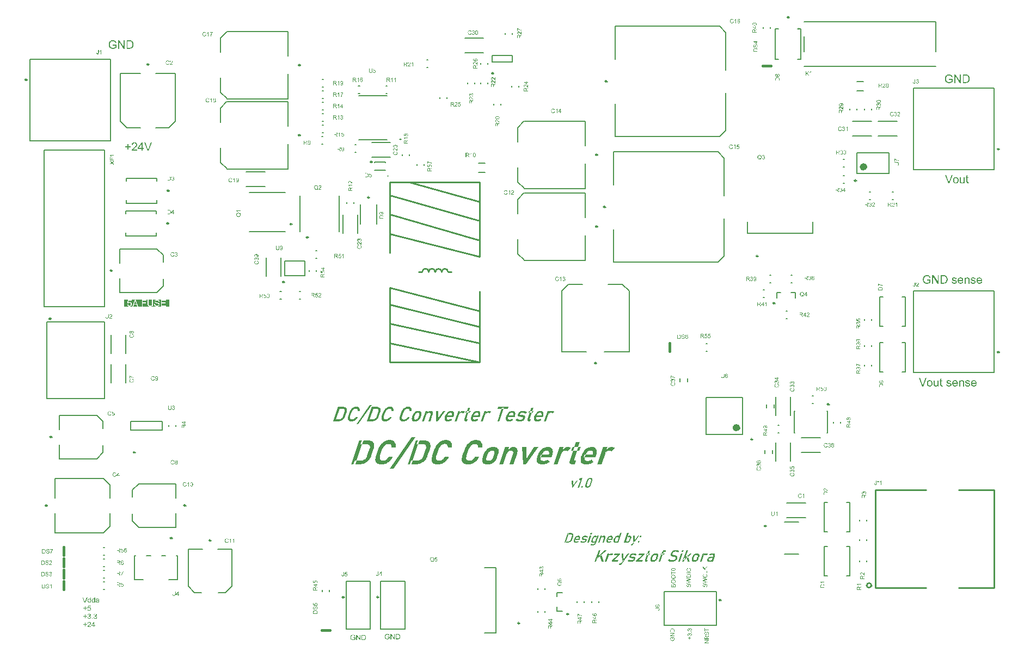
<source format=gto>
%FSLAX23Y23*%
%MOIN*%
%SFA1B1*%

%IPPOS*%
%ADD10C,0.009840*%
%ADD11C,0.007870*%
%ADD12C,0.023620*%
%ADD13C,0.010000*%
%ADD14C,0.011810*%
%ADD15C,0.015750*%
%ADD16C,0.005000*%
%LNpcb1-1*%
%LPD*%
G36*
X3491Y2290D02*
X3494Y2290D01*
X3496Y2289*
X3499Y2289*
X3502Y2288*
X3508Y2287*
X3511Y2286*
X3514Y2284*
X3517Y2283*
X3520Y2281*
X3522Y2279*
X3524Y2276*
X3525Y2276*
X3525Y2276*
X3525Y2275*
X3526Y2274*
X3527Y2272*
X3527Y2271*
X3528Y2268*
X3528Y2266*
X3529Y2263*
X3529Y2261*
Y2257*
Y2254*
X3529Y2250*
X3528Y2246*
X3528Y2242*
X3526Y2237*
X3512Y2195*
Y2195*
X3512Y2195*
X3511Y2194*
X3511Y2193*
X3510Y2191*
X3510Y2189*
X3508Y2186*
X3505Y2181*
X3503Y2177*
X3499Y2172*
X3496Y2167*
X3495Y2167*
X3495Y2167*
X3495Y2166*
X3494Y2165*
X3493Y2164*
X3492Y2163*
X3489Y2161*
X3485Y2157*
X3480Y2154*
X3475Y2152*
X3470Y2149*
X3470*
X3469Y2149*
X3469Y2148*
X3468Y2148*
X3466Y2147*
X3464Y2147*
X3463Y2146*
X3460Y2146*
X3458Y2145*
X3455Y2144*
X3450Y2143*
X3443Y2143*
X3437Y2142*
X3413*
X3421Y2166*
X3411*
X3403Y2142*
X3389*
X3439Y2290*
X3453*
X3445Y2267*
X3455*
X3463Y2290*
X3489*
X3491Y2290*
G37*
G36*
X3147D02*
X3149Y2290D01*
X3152Y2289*
X3154Y2289*
X3158Y2288*
X3164Y2287*
X3167Y2286*
X3170Y2284*
X3173Y2283*
X3176Y2281*
X3178Y2279*
X3180Y2276*
X3180Y2276*
X3181Y2276*
X3181Y2275*
X3182Y2274*
X3182Y2272*
X3183Y2271*
X3184Y2268*
X3184Y2266*
X3185Y2263*
X3185Y2261*
Y2257*
Y2254*
X3185Y2250*
X3184Y2246*
X3183Y2242*
X3182Y2237*
X3168Y2195*
Y2195*
X3167Y2195*
X3167Y2194*
X3167Y2193*
X3166Y2191*
X3165Y2189*
X3163Y2186*
X3161Y2181*
X3158Y2177*
X3155Y2172*
X3151Y2167*
X3151Y2167*
X3151Y2167*
X3150Y2166*
X3149Y2165*
X3148Y2164*
X3147Y2163*
X3144Y2161*
X3141Y2157*
X3136Y2154*
X3131Y2152*
X3126Y2149*
X3126*
X3125Y2149*
X3124Y2148*
X3123Y2148*
X3122Y2147*
X3120Y2147*
X3118Y2146*
X3116Y2146*
X3114Y2145*
X3111Y2144*
X3105Y2143*
X3099Y2143*
X3092Y2142*
X3069*
X3077Y2166*
X3066*
X3058Y2142*
X3045*
X3095Y2290*
X3109*
X3101Y2267*
X3111*
X3119Y2290*
X3145*
X3147Y2290*
G37*
G36*
X4435Y2248D02*
X4411D01*
X4421Y2279*
X4445*
X4435Y2248*
G37*
G36*
X3815Y2292D02*
X3818Y2291D01*
X3822Y2290*
X3826Y2289*
X3829Y2288*
X3833Y2286*
X3833*
X3833Y2286*
X3834Y2285*
X3836Y2284*
X3838Y2282*
X3840Y2279*
X3842Y2277*
X3844Y2273*
X3845Y2270*
Y2269*
X3845Y2269*
X3846Y2269*
X3846Y2268*
X3846Y2267*
X3846Y2266*
X3847Y2263*
X3847Y2259*
X3847Y2254*
X3847Y2250*
X3846Y2244*
X3821*
Y2245*
Y2246*
X3821Y2247*
Y2249*
X3821Y2251*
X3821Y2253*
X3820Y2255*
X3820Y2257*
Y2257*
X3819Y2258*
X3819Y2259*
X3818Y2260*
X3817Y2261*
X3816Y2262*
X3815Y2264*
X3813Y2265*
X3813Y2265*
X3812Y2265*
X3811Y2266*
X3810Y2266*
X3809Y2267*
X3807Y2267*
X3805Y2268*
X3802Y2268*
X3801*
X3800Y2268*
X3798Y2267*
X3795Y2267*
X3791Y2266*
X3788Y2264*
X3784Y2262*
X3780Y2259*
X3779*
X3779Y2259*
X3778Y2258*
X3776Y2256*
X3774Y2253*
X3771Y2250*
X3769Y2246*
X3766Y2242*
X3764Y2237*
X3751Y2196*
Y2196*
X3750Y2195*
X3750Y2194*
X3750Y2194*
X3750Y2192*
X3749Y2191*
X3749Y2188*
X3748Y2184*
Y2180*
X3749Y2177*
X3750Y2175*
X3750Y2173*
X3750Y2173*
X3751Y2172*
X3752Y2171*
X3754Y2169*
X3756Y2168*
X3759Y2166*
X3763Y2165*
X3768Y2165*
X3769*
X3771Y2165*
X3773Y2166*
X3776Y2166*
X3779Y2167*
X3783Y2169*
X3786Y2171*
X3786*
X3787Y2171*
X3788Y2172*
X3790Y2173*
X3792Y2175*
X3794Y2178*
X3797Y2181*
X3800Y2184*
X3802Y2188*
X3827*
Y2188*
X3827Y2188*
X3826Y2187*
X3826Y2186*
X3825Y2184*
X3824Y2183*
X3822Y2180*
X3820Y2176*
X3816Y2171*
X3813Y2167*
X3809Y2163*
X3809Y2163*
X3809Y2162*
X3808Y2162*
X3807Y2161*
X3805Y2159*
X3802Y2157*
X3799Y2154*
X3794Y2152*
X3790Y2149*
X3785Y2147*
X3785*
X3785Y2146*
X3784Y2146*
X3783Y2146*
X3782Y2145*
X3781Y2145*
X3777Y2144*
X3773Y2143*
X3769Y2142*
X3764Y2141*
X3759Y2141*
X3758*
X3756Y2141*
X3755*
X3754Y2141*
X3750Y2142*
X3746Y2143*
X3742Y2144*
X3738Y2145*
X3734Y2147*
X3733Y2148*
X3732Y2149*
X3730Y2150*
X3729Y2152*
X3726Y2155*
X3725Y2158*
X3723Y2162*
X3722Y2166*
Y2167*
Y2167*
X3722Y2168*
Y2169*
Y2170*
X3721Y2171*
Y2173*
Y2175*
X3722Y2179*
X3723Y2184*
X3724Y2190*
X3725Y2196*
X3739Y2237*
Y2237*
X3740Y2237*
X3740Y2238*
X3740Y2239*
X3741Y2241*
X3742Y2243*
X3744Y2247*
X3746Y2251*
X3749Y2256*
X3752Y2261*
X3756Y2266*
X3756Y2266*
X3756Y2267*
X3757Y2267*
X3758Y2268*
X3760Y2270*
X3763Y2273*
X3766Y2276*
X3770Y2279*
X3775Y2282*
X3780Y2285*
X3780*
X3781Y2285*
X3782Y2286*
X3783Y2286*
X3784Y2287*
X3786Y2287*
X3787Y2288*
X3789Y2288*
X3794Y2290*
X3799Y2291*
X3805Y2292*
X3811Y2292*
X3813*
X3815Y2292*
G37*
G36*
X3630D02*
X3633Y2291D01*
X3637Y2290*
X3641Y2289*
X3644Y2288*
X3648Y2286*
X3648*
X3648Y2286*
X3649Y2285*
X3651Y2284*
X3653Y2282*
X3655Y2279*
X3657Y2277*
X3659Y2273*
X3660Y2270*
Y2269*
X3660Y2269*
X3661Y2269*
X3661Y2268*
X3661Y2267*
X3661Y2266*
X3662Y2263*
X3662Y2259*
X3662Y2254*
X3662Y2250*
X3661Y2244*
X3636*
Y2245*
Y2246*
X3636Y2247*
Y2249*
X3636Y2251*
X3636Y2253*
X3635Y2255*
X3635Y2257*
Y2257*
X3634Y2258*
X3634Y2259*
X3633Y2260*
X3632Y2261*
X3631Y2262*
X3630Y2264*
X3628Y2265*
X3628Y2265*
X3627Y2265*
X3626Y2266*
X3625Y2266*
X3624Y2267*
X3622Y2267*
X3620Y2268*
X3617Y2268*
X3616*
X3615Y2268*
X3613Y2267*
X3610Y2267*
X3606Y2266*
X3603Y2264*
X3599Y2262*
X3595Y2259*
X3594*
X3594Y2259*
X3593Y2258*
X3591Y2256*
X3589Y2253*
X3587Y2250*
X3584Y2246*
X3582Y2242*
X3579Y2237*
X3566Y2196*
Y2196*
X3565Y2195*
X3565Y2194*
X3565Y2194*
X3565Y2192*
X3564Y2191*
X3564Y2188*
X3563Y2184*
Y2180*
X3564Y2177*
X3565Y2175*
X3565Y2173*
X3565Y2173*
X3566Y2172*
X3567Y2171*
X3569Y2169*
X3572Y2168*
X3574Y2166*
X3578Y2165*
X3583Y2165*
X3584*
X3586Y2165*
X3588Y2166*
X3591Y2166*
X3594Y2167*
X3598Y2169*
X3601Y2171*
X3601*
X3602Y2171*
X3603Y2172*
X3605Y2173*
X3607Y2175*
X3609Y2178*
X3612Y2181*
X3615Y2184*
X3617Y2188*
X3642*
Y2188*
X3642Y2188*
X3641Y2187*
X3641Y2186*
X3640Y2184*
X3639Y2183*
X3637Y2180*
X3635Y2176*
X3631Y2171*
X3628Y2167*
X3624Y2163*
X3624Y2163*
X3624Y2162*
X3623Y2162*
X3622Y2161*
X3620Y2159*
X3617Y2157*
X3614Y2154*
X3609Y2152*
X3605Y2149*
X3600Y2147*
X3600*
X3600Y2146*
X3599Y2146*
X3598Y2146*
X3597Y2145*
X3596Y2145*
X3592Y2144*
X3588Y2143*
X3584Y2142*
X3579Y2141*
X3574Y2141*
X3573*
X3572Y2141*
X3570*
X3569Y2141*
X3565Y2142*
X3561Y2143*
X3557Y2144*
X3553Y2145*
X3549Y2147*
X3548Y2148*
X3547Y2149*
X3545Y2150*
X3544Y2152*
X3542Y2155*
X3540Y2158*
X3538Y2162*
X3537Y2166*
Y2167*
Y2167*
X3537Y2168*
Y2169*
Y2170*
X3537Y2171*
Y2173*
Y2175*
X3537Y2179*
X3538Y2184*
X3539Y2190*
X3540Y2196*
X3554Y2237*
Y2237*
X3555Y2237*
X3555Y2238*
X3555Y2239*
X3556Y2241*
X3557Y2243*
X3559Y2247*
X3561Y2251*
X3564Y2256*
X3567Y2261*
X3571Y2266*
X3571Y2266*
X3571Y2267*
X3572Y2267*
X3573Y2268*
X3575Y2270*
X3578Y2273*
X3581Y2276*
X3585Y2279*
X3590Y2282*
X3595Y2285*
X3595*
X3596Y2285*
X3597Y2286*
X3598Y2286*
X3599Y2287*
X3601Y2287*
X3602Y2288*
X3604Y2288*
X3609Y2290*
X3614Y2291*
X3620Y2292*
X3626Y2292*
X3628*
X3630Y2292*
G37*
G36*
X3286D02*
X3289Y2291D01*
X3293Y2290*
X3296Y2289*
X3300Y2288*
X3303Y2286*
X3304*
X3304Y2286*
X3305Y2285*
X3307Y2284*
X3308Y2282*
X3311Y2279*
X3312Y2277*
X3314Y2273*
X3316Y2270*
Y2269*
X3316Y2269*
X3316Y2269*
X3317Y2268*
X3317Y2267*
X3317Y2266*
X3317Y2263*
X3318Y2259*
X3318Y2254*
X3318Y2250*
X3317Y2244*
X3292*
Y2245*
Y2246*
X3292Y2247*
Y2249*
X3292Y2251*
X3292Y2253*
X3291Y2255*
X3291Y2257*
Y2257*
X3290Y2258*
X3290Y2259*
X3289Y2260*
X3288Y2261*
X3287Y2262*
X3286Y2264*
X3284Y2265*
X3284Y2265*
X3283Y2265*
X3282Y2266*
X3281Y2266*
X3279Y2267*
X3277Y2267*
X3275Y2268*
X3273Y2268*
X3272*
X3271Y2268*
X3268Y2267*
X3266Y2267*
X3262Y2266*
X3258Y2264*
X3254Y2262*
X3250Y2259*
X3250*
X3250Y2259*
X3249Y2258*
X3247Y2256*
X3245Y2253*
X3242Y2250*
X3240Y2246*
X3237Y2242*
X3235Y2237*
X3221Y2196*
Y2196*
X3221Y2195*
X3221Y2194*
X3221Y2194*
X3220Y2192*
X3220Y2191*
X3219Y2188*
X3219Y2184*
Y2180*
X3220Y2177*
X3220Y2175*
X3221Y2173*
X3221Y2173*
X3222Y2172*
X3223Y2171*
X3225Y2169*
X3227Y2168*
X3230Y2166*
X3234Y2165*
X3238Y2165*
X3240*
X3242Y2165*
X3244Y2166*
X3247Y2166*
X3250Y2167*
X3253Y2169*
X3257Y2171*
X3257*
X3257Y2171*
X3259Y2172*
X3260Y2173*
X3263Y2175*
X3265Y2178*
X3268Y2181*
X3271Y2184*
X3273Y2188*
X3298*
Y2188*
X3298Y2188*
X3297Y2187*
X3297Y2186*
X3296Y2184*
X3295Y2183*
X3293Y2180*
X3290Y2176*
X3287Y2171*
X3284Y2167*
X3280Y2163*
X3279Y2163*
X3279Y2162*
X3279Y2162*
X3278Y2161*
X3276Y2159*
X3273Y2157*
X3269Y2154*
X3265Y2152*
X3261Y2149*
X3256Y2147*
X3256*
X3256Y2146*
X3255Y2146*
X3254Y2146*
X3253Y2145*
X3251Y2145*
X3248Y2144*
X3244Y2143*
X3240Y2142*
X3235Y2141*
X3230Y2141*
X3228*
X3227Y2141*
X3226*
X3224Y2141*
X3221Y2142*
X3217Y2143*
X3212Y2144*
X3208Y2145*
X3204Y2147*
X3204Y2148*
X3203Y2149*
X3201Y2150*
X3199Y2152*
X3197Y2155*
X3195Y2158*
X3194Y2162*
X3193Y2166*
Y2167*
Y2167*
X3192Y2168*
Y2169*
Y2170*
X3192Y2171*
Y2173*
Y2175*
X3193Y2179*
X3193Y2184*
X3194Y2190*
X3196Y2196*
X3210Y2237*
Y2237*
X3210Y2237*
X3211Y2238*
X3211Y2239*
X3212Y2241*
X3213Y2243*
X3214Y2247*
X3217Y2251*
X3219Y2256*
X3223Y2261*
X3226Y2266*
X3227Y2266*
X3227Y2267*
X3227Y2267*
X3228Y2268*
X3231Y2270*
X3233Y2273*
X3237Y2276*
X3241Y2279*
X3246Y2282*
X3251Y2285*
X3251*
X3252Y2285*
X3252Y2286*
X3253Y2286*
X3255Y2287*
X3256Y2287*
X3258Y2288*
X3260Y2288*
X3265Y2290*
X3270Y2291*
X3275Y2292*
X3281Y2292*
X3284*
X3286Y2292*
G37*
G36*
X4442Y2227D02*
X4428D01*
X4435Y2248*
X4449*
X4442Y2227*
G37*
G36*
X4643Y2249D02*
X4645Y2249D01*
X4647Y2249*
X4651Y2247*
X4651*
X4652Y2247*
X4653Y2247*
X4654Y2246*
X4656Y2244*
X4659Y2241*
X4637Y2221*
Y2221*
X4637Y2221*
X4636Y2222*
X4634Y2224*
X4632Y2225*
X4632*
X4632Y2225*
X4631Y2225*
X4630Y2226*
X4629Y2226*
X4628Y2226*
X4624Y2226*
X4623*
X4621Y2226*
X4619Y2226*
X4617Y2225*
X4614Y2224*
X4611Y2223*
X4608Y2221*
X4608Y2221*
X4607Y2220*
X4606Y2218*
X4605Y2217*
X4603Y2215*
X4601Y2212*
X4600Y2209*
X4598Y2206*
X4599Y2206*
X4608Y2234*
X4609Y2235*
X4612Y2237*
X4615Y2240*
X4618Y2242*
X4621Y2244*
X4621*
X4622Y2244*
X4623Y2245*
X4624Y2246*
X4627Y2247*
X4630Y2248*
X4633Y2249*
X4636Y2249*
X4639Y2249*
X4642*
X4643Y2249*
G37*
G36*
X4375D02*
X4377Y2249D01*
X4379Y2249*
X4382Y2247*
X4383*
X4383Y2247*
X4384Y2247*
X4385Y2246*
X4388Y2244*
X4390Y2241*
X4368Y2221*
Y2221*
X4368Y2221*
X4367Y2222*
X4366Y2224*
X4364Y2225*
X4364*
X4363Y2225*
X4363Y2225*
X4362Y2226*
X4361Y2226*
X4359Y2226*
X4356Y2226*
X4355*
X4353Y2226*
X4351Y2226*
X4348Y2225*
X4345Y2224*
X4343Y2223*
X4340Y2221*
X4340Y2221*
X4339Y2220*
X4338Y2218*
X4336Y2217*
X4335Y2215*
X4333Y2212*
X4331Y2209*
X4330Y2206*
X4330Y2206*
X4339Y2234*
X4341Y2235*
X4343Y2237*
X4346Y2240*
X4349Y2242*
X4353Y2244*
X4353*
X4353Y2244*
X4354Y2245*
X4356Y2246*
X4358Y2247*
X4361Y2248*
X4364Y2249*
X4367Y2249*
X4371Y2249*
X4373*
X4375Y2249*
G37*
G36*
X4041D02*
X4043Y2249D01*
X4044Y2249*
X4048Y2248*
X4051Y2247*
X4055Y2245*
X4057Y2243*
X4058Y2242*
X4060Y2240*
X4061Y2238*
Y2238*
X4061Y2238*
X4061Y2237*
X4062Y2236*
X4062Y2235*
X4062Y2234*
X4062Y2232*
X4063Y2230*
X4063Y2228*
Y2226*
Y2223*
X4062Y2220*
X4062Y2217*
X4061Y2214*
X4061Y2210*
X4059Y2206*
X4038Y2142*
X4013*
X4035Y2206*
Y2207*
X4035Y2207*
X4035Y2208*
X4036Y2210*
X4036Y2212*
X4036Y2214*
Y2217*
X4036Y2219*
X4035Y2221*
X4035Y2221*
X4034Y2222*
X4034Y2223*
X4032Y2224*
X4030Y2224*
X4028Y2225*
X4026Y2226*
X4022Y2226*
X4021*
X4019Y2226*
X4017Y2226*
X4015Y2225*
X4012Y2224*
X4009Y2223*
X4007Y2221*
X4006Y2221*
X4006Y2220*
X4004Y2219*
X4003Y2218*
X4001Y2216*
X4000Y2213*
X3999Y2211*
X3997Y2208*
X3975Y2142*
X3951*
X3987Y2248*
X4011*
X4006Y2233*
X4006Y2233*
X4004Y2231*
X4003Y2230*
X4002Y2230*
Y2229*
X3997Y2208*
X3997Y2208*
X4006Y2233*
X4008Y2235*
X4010Y2237*
X4013Y2240*
X4016Y2242*
X4020Y2244*
X4020*
X4020Y2244*
X4021Y2245*
X4023Y2246*
X4025Y2247*
X4028Y2248*
X4031Y2249*
X4035Y2249*
X4039Y2249*
X4040*
X4041Y2249*
G37*
G36*
X4113Y2142D02*
X4096D01*
X4092Y2248*
X4117*
X4116Y2177*
X4164Y2248*
X4189*
X4113Y2142*
G37*
G36*
X4608Y2234D02*
X4607Y2233D01*
X4606Y2231*
X4605Y2230*
X4604Y2230*
Y2229*
X4599Y2206*
X4577Y2142*
X4552*
X4587Y2248*
X4613*
X4608Y2234*
G37*
G36*
X4339D02*
X4339Y2233D01*
X4337Y2231*
X4336Y2230*
X4336Y2230*
Y2229*
X4330Y2206*
X4308Y2142*
X4283*
X4319Y2248*
X4344*
X4339Y2234*
G37*
G36*
X4403Y2227D02*
X4428D01*
X4409Y2173*
Y2173*
X4409Y2172*
X4409Y2172*
X4409Y2171*
X4409Y2169*
X4409Y2167*
X4409Y2167*
X4410Y2166*
X4411Y2166*
X4412Y2165*
X4421*
X4413Y2142*
X4399*
X4398Y2142*
X4396Y2142*
X4393Y2143*
X4390Y2144*
X4387Y2145*
X4385Y2147*
X4384Y2148*
X4383Y2149*
X4383Y2149*
X4383Y2150*
X4382Y2152*
X4382Y2154*
Y2157*
X4382Y2161*
X4383Y2165*
X4384Y2170*
X4403Y2227*
X4392*
X4400Y2248*
X4411*
X4403Y2227*
G37*
G36*
X4522Y2249D02*
X4524Y2249D01*
X4526Y2249*
X4530Y2248*
X4532Y2247*
X4534Y2246*
X4536Y2245*
X4538Y2243*
X4541Y2241*
X4542Y2239*
X4544Y2237*
X4545Y2234*
Y2234*
X4545Y2234*
X4546Y2233*
X4546Y2232*
X4546Y2230*
X4547Y2228*
X4547Y2226*
X4547Y2224*
X4547Y2221*
Y2218*
X4547Y2214*
X4546Y2210*
X4546Y2206*
X4545Y2202*
X4544Y2197*
X4542Y2192*
X4540Y2185*
X4474*
X4474Y2183*
X4473Y2181*
X4473Y2178*
X4473Y2175*
X4474Y2172*
X4475Y2169*
X4475Y2169*
X4476Y2168*
X4477Y2167*
X4479Y2166*
X4481Y2165*
X4484Y2164*
X4487Y2163*
X4491Y2163*
X4492*
X4493Y2163*
X4495*
X4497Y2163*
X4499Y2164*
X4501Y2164*
X4504Y2165*
X4504Y2165*
X4505Y2166*
X4506Y2166*
X4508Y2167*
X4510Y2168*
X4512Y2169*
X4516Y2172*
X4527Y2157*
X4527*
X4527Y2156*
X4526Y2156*
X4525Y2155*
X4523Y2154*
X4521Y2152*
X4517Y2151*
X4513Y2148*
X4509Y2147*
X4505Y2145*
X4505*
X4505Y2145*
X4504Y2144*
X4503Y2144*
X4501Y2144*
X4498Y2143*
X4495Y2142*
X4491Y2142*
X4487Y2141*
X4484Y2141*
X4482*
X4480Y2141*
X4478Y2141*
X4476Y2142*
X4471Y2142*
X4466Y2144*
X4464Y2145*
X4461Y2146*
X4459Y2148*
X4457Y2149*
X4454Y2151*
X4453Y2153*
Y2153*
X4452Y2154*
X4452Y2154*
X4452Y2156*
X4451Y2157*
X4451Y2158*
X4450Y2160*
X4450Y2162*
X4449Y2164*
X4449Y2167*
Y2170*
X4449Y2173*
X4449Y2177*
X4450Y2180*
X4451Y2184*
X4452Y2188*
X4456Y2200*
Y2200*
X4457Y2201*
X4457Y2202*
X4458Y2204*
X4459Y2206*
X4460Y2208*
X4461Y2211*
X4462Y2213*
X4466Y2219*
X4470Y2225*
X4475Y2231*
X4478Y2234*
X4481Y2237*
X4481Y2237*
X4482Y2237*
X4482Y2238*
X4484Y2239*
X4485Y2239*
X4487Y2241*
X4489Y2242*
X4492Y2243*
X4494Y2244*
X4497Y2245*
X4500Y2247*
X4504Y2247*
X4507Y2248*
X4511Y2249*
X4515Y2249*
X4519Y2249*
X4521*
X4522Y2249*
G37*
G36*
X4253D02*
X4255Y2249D01*
X4257Y2249*
X4261Y2248*
X4263Y2247*
X4266Y2246*
X4268Y2245*
X4270Y2243*
X4272Y2241*
X4274Y2239*
X4275Y2237*
X4277Y2234*
Y2234*
X4277Y2234*
X4277Y2233*
X4277Y2232*
X4278Y2230*
X4278Y2228*
X4278Y2226*
X4278Y2224*
X4279Y2221*
Y2218*
X4278Y2214*
X4278Y2210*
X4277Y2206*
X4276Y2202*
X4275Y2197*
X4273Y2192*
X4271Y2185*
X4206*
X4205Y2183*
X4205Y2181*
X4205Y2178*
X4205Y2175*
X4205Y2172*
X4207Y2169*
X4207Y2169*
X4207Y2168*
X4209Y2167*
X4210Y2166*
X4212Y2165*
X4215Y2164*
X4219Y2163*
X4223Y2163*
X4224*
X4225Y2163*
X4226*
X4228Y2163*
X4230Y2164*
X4233Y2164*
X4235Y2165*
X4235Y2165*
X4236Y2166*
X4238Y2166*
X4239Y2167*
X4241Y2168*
X4243Y2169*
X4248Y2172*
X4259Y2157*
X4258*
X4258Y2156*
X4258Y2156*
X4257Y2155*
X4255Y2154*
X4252Y2152*
X4249Y2151*
X4245Y2148*
X4241Y2147*
X4237Y2145*
X4236*
X4236Y2145*
X4236Y2144*
X4235Y2144*
X4232Y2144*
X4230Y2143*
X4226Y2142*
X4223Y2142*
X4219Y2141*
X4215Y2141*
X4213*
X4212Y2141*
X4210Y2141*
X4208Y2142*
X4203Y2142*
X4198Y2144*
X4195Y2145*
X4193Y2146*
X4190Y2148*
X4188Y2149*
X4186Y2151*
X4184Y2153*
Y2153*
X4184Y2154*
X4184Y2154*
X4183Y2156*
X4183Y2157*
X4182Y2158*
X4182Y2160*
X4181Y2162*
X4181Y2164*
X4181Y2167*
Y2170*
X4181Y2173*
X4181Y2177*
X4182Y2180*
X4183Y2184*
X4184Y2188*
X4188Y2200*
Y2200*
X4188Y2201*
X4189Y2202*
X4189Y2204*
X4190Y2206*
X4191Y2208*
X4192Y2211*
X4194Y2213*
X4197Y2219*
X4202Y2225*
X4207Y2231*
X4209Y2234*
X4212Y2237*
X4212Y2237*
X4213Y2237*
X4214Y2238*
X4215Y2239*
X4217Y2239*
X4218Y2241*
X4221Y2242*
X4223Y2243*
X4226Y2244*
X4229Y2245*
X4232Y2247*
X4235Y2247*
X4239Y2248*
X4242Y2249*
X4246Y2249*
X4250Y2249*
X4252*
X4253Y2249*
G37*
G36*
X3919D02*
X3920Y2249D01*
X3922Y2249*
X3927Y2248*
X3931Y2247*
X3934Y2246*
X3936Y2244*
X3939Y2243*
X3940Y2241*
X3942Y2239*
X3944Y2237*
Y2237*
X3944Y2237*
X3945Y2236*
X3945Y2235*
X3946Y2234*
X3946Y2233*
X3946Y2231*
X3947Y2229*
X3947Y2227*
X3947Y2224*
Y2221*
X3947Y2218*
X3947Y2215*
X3946Y2212*
X3945Y2208*
X3944Y2204*
X3938Y2186*
Y2186*
X3938Y2185*
X3937Y2184*
X3937Y2183*
X3936Y2181*
X3935Y2179*
X3934Y2177*
X3933Y2174*
X3929Y2169*
X3925Y2163*
X3921Y2158*
X3918Y2155*
X3915Y2153*
X3915Y2153*
X3914Y2152*
X3913Y2152*
X3912Y2151*
X3911Y2150*
X3909Y2149*
X3907Y2148*
X3905Y2147*
X3902Y2146*
X3899Y2145*
X3896Y2144*
X3893Y2143*
X3889Y2142*
X3886Y2141*
X3882Y2141*
X3878Y2141*
X3876*
X3875Y2141*
X3873Y2141*
X3871Y2142*
X3867Y2142*
X3862Y2144*
X3859Y2145*
X3857Y2146*
X3855Y2147*
X3853Y2149*
X3851Y2151*
X3849Y2153*
Y2153*
X3849Y2153*
X3849Y2154*
X3848Y2155*
X3848Y2156*
X3848Y2158*
X3847Y2159*
X3847Y2162*
X3846Y2164*
X3846Y2166*
Y2169*
X3846Y2172*
X3847Y2176*
X3847Y2179*
X3848Y2183*
X3849Y2187*
X3855Y2204*
Y2204*
X3856Y2205*
X3856Y2206*
X3857Y2207*
X3857Y2209*
X3858Y2211*
X3860Y2214*
X3861Y2216*
X3864Y2222*
X3868Y2227*
X3873Y2233*
X3875Y2235*
X3878Y2237*
X3878Y2238*
X3879Y2238*
X3880Y2238*
X3881Y2239*
X3882Y2240*
X3884Y2241*
X3886Y2242*
X3889Y2243*
X3891Y2244*
X3894Y2246*
X3897Y2247*
X3900Y2248*
X3904Y2248*
X3907Y2249*
X3911Y2249*
X3915Y2249*
X3917*
X3919Y2249*
G37*
G36*
X3304Y2115D02*
X3281D01*
X3414Y2308*
X3437*
X3304Y2115*
G37*
G36*
X1871Y3153D02*
X1929D01*
Y3110*
X1655*
Y3153*
X1838*
Y3110*
Y3153*
X1854*
X1853Y3152*
X1851Y3152*
X1850Y3152*
X1849Y3152*
X1848Y3152*
X1848Y3152*
X1847Y3151*
X1847Y3151*
X1847Y3151*
X1847Y3151*
X1847Y3151*
X1846*
X1845Y3150*
X1844Y3150*
X1843Y3149*
X1843Y3148*
X1842Y3148*
X1842Y3147*
X1841Y3147*
X1841Y3147*
Y3147*
X1841Y3146*
X1840Y3145*
X1840Y3144*
X1840Y3143*
X1840Y3142*
X1840Y3142*
X1839Y3141*
Y3141*
Y3141*
Y3141*
X1840Y3140*
X1840Y3139*
X1840Y3138*
X1840Y3137*
X1840Y3137*
X1841Y3136*
X1841Y3136*
X1841Y3136*
Y3136*
X1841Y3135*
X1842Y3134*
X1843Y3134*
X1844Y3133*
X1844Y3133*
X1845Y3132*
X1845Y3132*
X1845Y3132*
X1845Y3132*
X1845*
X1846Y3132*
X1846Y3131*
X1848Y3131*
X1849Y3131*
X1850Y3130*
X1851Y3130*
X1852Y3130*
X1852Y3130*
X1853Y3129*
X1853Y3129*
X1853Y3129*
X1853*
X1854Y3129*
X1855Y3129*
X1856Y3129*
X1857Y3128*
X1858Y3128*
X1858Y3128*
X1859Y3128*
X1859Y3128*
X1860Y3128*
X1860Y3128*
X1860Y3128*
X1860Y3127*
X1861Y3127*
X1861Y3127*
X1862Y3127*
X1862Y3126*
X1863Y3126*
X1864Y3126*
X1864Y3125*
X1864Y3125*
X1864Y3125*
X1864Y3125*
X1865Y3124*
X1865Y3124*
X1865Y3123*
X1865Y3123*
X1866Y3122*
X1866Y3122*
Y3122*
Y3121*
X1866Y3121*
X1865Y3120*
X1865Y3120*
X1865Y3119*
X1865Y3119*
X1865Y3118*
X1865Y3118*
X1864Y3118*
X1864Y3117*
X1863Y3117*
X1863Y3116*
X1862Y3116*
X1862Y3116*
X1861Y3116*
X1861Y3115*
X1861Y3115*
X1861*
X1860Y3115*
X1859Y3115*
X1858Y3115*
X1857Y3115*
X1856Y3114*
X1856Y3114*
X1855*
X1854Y3114*
X1853Y3115*
X1852Y3115*
X1851Y3115*
X1850Y3115*
X1850Y3115*
X1849Y3115*
X1849Y3116*
X1849Y3116*
X1849Y3116*
X1849*
X1848Y3116*
X1847Y3117*
X1846Y3117*
X1846Y3118*
X1845Y3118*
X1845Y3119*
X1845Y3119*
X1845Y3119*
X1844Y3120*
X1844Y3121*
X1844Y3121*
X1843Y3122*
X1843Y3123*
X1843Y3124*
Y3124*
X1843Y3124*
Y3124*
Y3124*
X1838Y3124*
X1838Y3122*
X1838Y3121*
X1839Y3119*
X1839Y3118*
X1839Y3118*
X1839Y3117*
X1840Y3117*
X1840Y3117*
X1840Y3116*
X1840Y3116*
X1840Y3116*
Y3116*
X1841Y3115*
X1842Y3114*
X1843Y3113*
X1844Y3112*
X1845Y3112*
X1845Y3112*
X1845Y3111*
X1846Y3111*
X1846Y3111*
X1846Y3111*
X1846*
X1848Y3111*
X1849Y3110*
X1851Y3110*
X1852Y3110*
X1853Y3110*
X1854Y3110*
X1854Y3110*
X1855*
X1855Y3110*
X1856*
X1857Y3110*
X1859Y3110*
X1860Y3110*
X1861Y3110*
X1862Y3110*
X1862Y3111*
X1863Y3111*
X1863Y3111*
X1863Y3111*
X1863Y3111*
X1863Y3111*
X1864*
X1865Y3112*
X1866Y3113*
X1867Y3113*
X1868Y3114*
X1868Y3115*
X1869Y3115*
X1869Y3115*
X1869Y3116*
X1869Y3116*
Y3116*
X1870Y3117*
X1870Y3118*
X1870Y3119*
X1871Y3120*
X1871Y3121*
X1871Y3121*
Y3121*
X1871Y3122*
Y3122*
X1871Y3123*
X1871Y3124*
X1870Y3125*
X1870Y3126*
X1870Y3127*
X1869Y3127*
X1869Y3128*
X1869Y3128*
X1869Y3128*
Y3128*
X1868Y3129*
X1868Y3130*
X1867Y3130*
X1866Y3131*
X1865Y3131*
X1864Y3132*
X1864Y3132*
X1864Y3132*
X1864Y3132*
X1864*
X1863Y3132*
X1863Y3132*
X1862Y3133*
X1861Y3133*
X1860Y3133*
X1858Y3134*
X1858Y3134*
X1857Y3134*
X1856Y3134*
X1856Y3134*
X1855Y3135*
X1855Y3135*
X1855Y3135*
X1855*
X1853Y3135*
X1852Y3135*
X1851Y3136*
X1851Y3136*
X1850Y3136*
X1849Y3136*
X1849Y3137*
X1848Y3137*
X1848Y3137*
X1847Y3137*
X1847Y3137*
X1847Y3137*
X1847Y3137*
X1846Y3138*
X1846Y3138*
X1846Y3138*
X1845Y3139*
X1845Y3139*
X1845Y3140*
X1845Y3141*
X1845Y3141*
Y3141*
Y3141*
X1845Y3142*
X1845Y3143*
X1845Y3144*
X1846Y3145*
X1846Y3145*
X1847Y3145*
X1847Y3146*
X1847Y3146*
X1847Y3146*
X1848Y3146*
X1849Y3147*
X1850Y3147*
X1852Y3147*
X1853Y3147*
X1853Y3148*
X1853Y3148*
X1855*
X1856Y3147*
X1857Y3147*
X1857Y3147*
X1858Y3147*
X1859Y3147*
X1859Y3147*
X1860Y3147*
X1860Y3146*
X1860Y3146*
X1861Y3146*
X1861Y3146*
X1861Y3146*
X1861Y3146*
X1861Y3146*
X1862Y3145*
X1863Y3144*
X1863Y3143*
X1864Y3142*
X1864Y3141*
X1864Y3141*
X1864Y3140*
X1864Y3140*
X1864Y3140*
Y3140*
Y3140*
X1870Y3140*
X1870Y3141*
X1869Y3143*
X1869Y3144*
X1869Y3145*
X1868Y3145*
X1868Y3146*
X1868Y3146*
X1868Y3146*
X1868Y3146*
X1868Y3147*
Y3147*
X1867Y3148*
X1866Y3149*
X1865Y3149*
X1864Y3150*
X1863Y3150*
X1863Y3151*
X1863Y3151*
X1862Y3151*
X1862Y3151*
X1862*
X1861Y3151*
X1859Y3152*
X1858Y3152*
X1857Y3152*
X1856Y3152*
X1856Y3152*
X1855*
X1855Y3153*
X1871*
G37*
G36*
X5012Y1135D02*
X5012D01*
X5013Y1135*
X5013Y1135*
X5014Y1135*
X5015Y1135*
X5015Y1135*
X5016Y1134*
X5016*
X5016Y1134*
X5017Y1134*
X5017Y1134*
X5017Y1134*
X5017Y1134*
X5018Y1134*
X5018Y1134*
X5019Y1133*
X5019Y1133*
X5020Y1133*
X5020Y1133*
X5020Y1133*
X5021Y1132*
X5021Y1132*
X5021Y1132*
X5022Y1131*
X5022Y1131*
X5022Y1130*
X5022Y1130*
X5023Y1130*
X5023Y1130*
X5023Y1130*
X5023Y1129*
X5023Y1129*
X5023Y1128*
X5024Y1127*
Y1127*
X5024Y1127*
Y1127*
X5024Y1127*
X5024Y1127*
X5024Y1127*
X5024Y1126*
X5024Y1126*
X5024Y1125*
X5024Y1124*
X5024Y1123*
Y1114*
X4998*
Y1124*
X4998Y1124*
Y1125*
X4999Y1125*
X4999Y1126*
X4999Y1127*
X4999Y1127*
Y1127*
X4999Y1127*
X4999Y1128*
X4999Y1128*
X4999Y1128*
X4999Y1128*
X4999Y1129*
X5000Y1129*
X5000Y1130*
X5000Y1131*
X5001Y1131*
X5001Y1131*
X5001Y1131*
X5001Y1131*
X5001Y1131*
X5001Y1132*
X5001Y1132*
X5002Y1132*
X5002Y1132*
X5002Y1133*
X5003Y1133*
X5004Y1134*
X5005Y1134*
X5005*
X5005Y1134*
X5005Y1134*
X5006Y1134*
X5006Y1134*
X5006Y1134*
X5006Y1135*
X5007Y1135*
X5007Y1135*
X5008Y1135*
X5008Y1135*
X5009Y1135*
X5010Y1135*
X5011Y1135*
X5011*
X5011*
X5011*
X5012*
X5012Y1135*
G37*
G36*
X5024Y1105D02*
X5004Y1091D01*
X5024*
Y1088*
X4998*
Y1092*
X5019Y1105*
X4998*
Y1108*
X5024*
Y1105*
G37*
G36*
X5021Y1083D02*
X5021Y1083D01*
X5021Y1083*
X5021Y1083*
X5021Y1083*
X5021Y1082*
X5021Y1082*
X5022Y1082*
X5022Y1081*
X5023Y1080*
X5023Y1079*
X5024Y1078*
Y1078*
X5024Y1078*
X5024Y1078*
X5024Y1078*
X5024Y1077*
X5024Y1077*
X5024Y1077*
X5024Y1076*
X5024Y1076*
X5024Y1075*
X5024Y1074*
X5025Y1073*
Y1072*
X5024Y1072*
Y1072*
X5024Y1071*
X5024Y1071*
X5024Y1070*
X5024Y1070*
X5024Y1069*
X5024Y1068*
X5023Y1067*
X5023Y1066*
X5023Y1066*
X5023Y1066*
X5023Y1066*
X5023Y1065*
X5023Y1065*
X5022Y1065*
X5022Y1065*
X5022Y1064*
X5022Y1064*
X5021Y1064*
X5021Y1063*
X5021Y1063*
X5020Y1062*
X5020Y1062*
X5019Y1062*
X5019Y1061*
X5018Y1061*
X5018*
X5018Y1061*
X5018Y1061*
X5018Y1061*
X5017Y1061*
X5017Y1061*
X5017Y1060*
X5016Y1060*
X5016Y1060*
X5015Y1060*
X5015Y1060*
X5014Y1060*
X5013Y1060*
X5012Y1060*
X5011Y1060*
X5011*
X5011*
X5011*
X5011Y1060*
X5010*
X5010Y1060*
X5010Y1060*
X5009Y1060*
X5009Y1060*
X5008Y1060*
X5007Y1060*
X5006Y1061*
X5005Y1061*
X5004Y1061*
X5004Y1061*
X5004Y1061*
X5004Y1061*
X5004Y1061*
X5004Y1062*
X5003Y1062*
X5003Y1062*
X5003Y1062*
X5002Y1063*
X5002Y1063*
X5001Y1063*
X5001Y1064*
X5000Y1065*
X5000Y1065*
X5000Y1066*
X5000Y1066*
X5000Y1066*
X4999Y1066*
X4999Y1066*
X4999Y1066*
X4999Y1067*
X4999Y1067*
X4999Y1067*
X4999Y1068*
X4999Y1068*
X4998Y1069*
X4998Y1070*
X4998Y1071*
X4998Y1072*
X4998Y1072*
Y1073*
X4998Y1073*
Y1073*
X4998Y1074*
X4998Y1074*
X4998Y1075*
X4998Y1076*
X4999Y1076*
X4999Y1077*
Y1077*
X4999Y1077*
X4999Y1078*
X4999Y1078*
X4999Y1078*
X4999Y1078*
X5000Y1079*
X5000Y1079*
X5000Y1080*
X5001Y1080*
X5001Y1081*
X5001*
X5002Y1081*
X5002Y1081*
X5002Y1081*
X5002Y1081*
X5002Y1081*
X5003Y1082*
X5003Y1082*
X5004Y1082*
X5005Y1083*
X5006Y1083*
X5006Y1080*
X5006*
X5006Y1080*
X5006Y1080*
X5006Y1080*
X5006Y1079*
X5005Y1079*
X5005Y1079*
X5004Y1079*
X5004Y1079*
X5003Y1078*
X5003Y1078*
X5003Y1078*
X5003Y1078*
X5003Y1078*
X5002Y1077*
X5002Y1077*
X5002Y1076*
X5002Y1076*
Y1076*
X5002Y1076*
X5002Y1076*
X5001Y1075*
X5001Y1075*
X5001Y1074*
X5001Y1074*
X5001Y1073*
X5001Y1072*
Y1072*
X5001Y1072*
Y1071*
X5001Y1071*
X5001Y1070*
X5001Y1070*
X5001Y1069*
X5002Y1068*
Y1068*
X5002Y1068*
X5002Y1068*
X5002Y1068*
X5002Y1067*
X5002Y1067*
X5003Y1066*
X5003Y1066*
X5004Y1066*
X5004Y1066*
X5004Y1065*
X5004Y1065*
X5004Y1065*
X5005Y1065*
X5005Y1064*
X5006Y1064*
X5006Y1064*
X5006*
X5006Y1064*
X5006Y1064*
X5006Y1064*
X5007Y1064*
X5007Y1064*
X5007Y1064*
X5008Y1064*
X5008Y1063*
X5009Y1063*
X5010Y1063*
X5011Y1063*
X5011*
X5011*
X5012*
X5012Y1063*
X5012*
X5012Y1063*
X5013Y1063*
X5013Y1063*
X5014Y1063*
X5015Y1064*
X5016Y1064*
X5017Y1064*
X5017*
X5017Y1064*
X5017Y1064*
X5017Y1064*
X5018Y1065*
X5018Y1065*
X5018Y1065*
X5019Y1065*
X5019Y1066*
X5020Y1067*
X5020Y1068*
Y1068*
X5020Y1068*
X5020Y1068*
X5021Y1068*
X5021Y1068*
X5021Y1068*
X5021Y1069*
X5021Y1069*
X5021Y1070*
X5021Y1071*
X5021Y1071*
X5021Y1072*
Y1073*
X5021Y1073*
Y1073*
X5021Y1074*
X5021Y1074*
X5021Y1075*
X5021Y1076*
X5021Y1077*
Y1077*
X5021Y1077*
X5021Y1077*
X5021Y1077*
X5020Y1077*
X5020Y1078*
X5020Y1078*
X5020Y1079*
X5019Y1079*
X5019Y1080*
X5014*
Y1072*
X5011*
Y1083*
X5021*
X5021Y1083*
G37*
G36*
X5122Y1136D02*
X5122Y1136D01*
X5123Y1136*
X5123Y1136*
X5123Y1136*
X5124Y1136*
X5124Y1136*
X5125Y1136*
X5125Y1135*
X5126Y1135*
X5126Y1135*
X5127Y1134*
X5127Y1134*
X5127Y1134*
X5127Y1134*
X5127Y1134*
X5128Y1134*
X5128Y1133*
X5128Y1133*
X5128Y1133*
X5128Y1132*
X5129Y1132*
X5129Y1131*
X5129Y1131*
X5129Y1130*
X5129Y1130*
X5129Y1129*
X5129Y1129*
X5130Y1128*
Y1128*
X5129Y1127*
X5129Y1127*
X5129Y1127*
X5129Y1126*
X5129Y1126*
X5129Y1125*
X5129Y1125*
X5129Y1124*
X5128Y1124*
X5128Y1123*
X5128Y1123*
X5128Y1122*
X5127Y1122*
X5127Y1122*
X5127Y1122*
X5127Y1122*
X5127Y1122*
X5127Y1122*
X5126Y1121*
X5126Y1121*
X5126Y1121*
X5125Y1121*
X5125Y1120*
X5124Y1120*
X5124Y1120*
X5123Y1120*
X5123Y1120*
X5122Y1120*
X5122Y1123*
X5122*
X5122Y1123*
X5122Y1123*
X5122Y1123*
X5123Y1123*
X5123Y1123*
X5123Y1123*
X5124Y1124*
X5125Y1124*
X5125Y1124*
X5126Y1124*
X5126Y1125*
X5126Y1125*
X5126Y1125*
X5126Y1125*
X5126Y1126*
X5127Y1126*
X5127Y1127*
X5127Y1127*
X5127Y1128*
Y1128*
X5127Y1128*
Y1128*
X5127Y1129*
X5127Y1129*
X5127Y1130*
X5126Y1130*
X5126Y1131*
X5126Y1131*
X5125Y1132*
X5125Y1132*
X5125Y1132*
X5125Y1132*
X5125Y1132*
X5125Y1132*
X5124Y1132*
X5124Y1133*
X5123Y1133*
X5122Y1133*
X5122Y1133*
X5122*
X5122*
X5121*
X5121*
X5121Y1133*
X5121*
X5121Y1133*
X5120Y1133*
X5120Y1133*
X5119Y1133*
X5119Y1132*
X5118Y1132*
X5118Y1132*
X5118Y1132*
X5118Y1131*
X5118Y1131*
X5117Y1131*
X5117Y1130*
X5117Y1130*
X5117Y1129*
X5117Y1128*
Y1128*
X5117Y1128*
X5117Y1127*
X5117Y1127*
X5117Y1126*
X5117Y1126*
X5114Y1126*
Y1126*
X5114Y1126*
X5114Y1127*
Y1127*
X5114Y1127*
X5114Y1127*
X5114Y1128*
X5114Y1129*
X5114Y1129*
X5114Y1130*
X5113Y1130*
Y1130*
X5113Y1130*
X5113Y1131*
X5113Y1131*
X5112Y1131*
X5112Y1131*
X5111Y1132*
X5111Y1132*
X5110Y1132*
X5110Y1132*
X5110*
X5110*
X5110Y1132*
X5109Y1132*
X5109Y1132*
X5109Y1132*
X5108Y1131*
X5108Y1131*
X5107Y1131*
X5107Y1131*
X5107Y1131*
X5107Y1130*
X5107Y1130*
X5106Y1130*
X5106Y1129*
X5106Y1128*
X5106Y1128*
Y1128*
X5106Y1127*
X5106Y1127*
X5106Y1127*
X5106Y1126*
X5106Y1126*
X5107Y1125*
X5107Y1125*
X5107Y1125*
X5107Y1124*
X5108Y1124*
X5108Y1124*
X5108Y1124*
X5109Y1124*
X5110Y1123*
X5111Y1123*
X5110Y1120*
X5110*
X5110Y1120*
X5110Y1120*
X5109Y1120*
X5109Y1120*
X5109Y1120*
X5109Y1120*
X5108Y1121*
X5107Y1121*
X5107Y1121*
X5106Y1122*
X5105Y1122*
X5105Y1123*
X5105Y1123*
X5105Y1123*
X5105Y1123*
X5105Y1123*
X5105Y1123*
X5105Y1123*
X5104Y1124*
X5104Y1124*
X5104Y1124*
X5104Y1125*
X5104Y1126*
X5103Y1127*
X5103Y1127*
X5103Y1128*
Y1128*
X5103Y1128*
Y1128*
X5103Y1129*
X5104Y1130*
X5104Y1130*
X5104Y1131*
X5104Y1132*
Y1132*
X5104Y1132*
X5104Y1132*
X5104Y1132*
X5105Y1132*
X5105Y1133*
X5105Y1133*
X5106Y1133*
X5106Y1134*
X5107Y1134*
X5107*
X5107Y1134*
X5107Y1134*
X5107Y1135*
X5108Y1135*
X5108Y1135*
X5109Y1135*
X5109Y1135*
X5110Y1135*
X5110*
X5110*
X5110*
X5111Y1135*
X5111Y1135*
X5111Y1135*
X5112Y1135*
X5113Y1135*
X5113Y1134*
X5113Y1134*
X5113Y1134*
X5114Y1134*
X5114Y1134*
X5114Y1133*
X5115Y1133*
X5115Y1132*
X5115Y1132*
Y1132*
X5115Y1132*
X5115Y1132*
X5115Y1132*
X5115Y1132*
X5115Y1132*
X5116Y1133*
X5116Y1134*
X5116Y1134*
X5117Y1135*
X5117Y1135*
X5117*
X5117Y1135*
X5118Y1135*
X5118Y1135*
X5118Y1136*
X5118Y1136*
X5119Y1136*
X5119Y1136*
X5120Y1136*
X5121Y1136*
X5122Y1136*
X5122*
X5122*
X5122*
X5122Y1136*
G37*
G36*
X5129Y1112D02*
X5125D01*
Y1115*
X5129*
Y1112*
G37*
G36*
X5122Y1107D02*
X5122Y1107D01*
X5123Y1107*
X5123Y1106*
X5123Y1106*
X5124Y1106*
X5124Y1106*
X5125Y1106*
X5125Y1106*
X5126Y1105*
X5126Y1105*
X5127Y1105*
X5127Y1104*
X5127Y1104*
X5127Y1104*
X5127Y1104*
X5128Y1104*
X5128Y1104*
X5128Y1103*
X5128Y1103*
X5128Y1103*
X5129Y1102*
X5129Y1102*
X5129Y1101*
X5129Y1101*
X5129Y1100*
X5129Y1099*
X5129Y1099*
X5130Y1098*
Y1098*
X5129Y1097*
X5129Y1097*
X5129Y1097*
X5129Y1096*
X5129Y1096*
X5129Y1095*
X5129Y1095*
X5129Y1094*
X5128Y1094*
X5128Y1093*
X5128Y1093*
X5128Y1092*
X5127Y1092*
X5127Y1092*
X5127Y1092*
X5127Y1092*
X5127Y1092*
X5127Y1092*
X5126Y1092*
X5126Y1091*
X5126Y1091*
X5125Y1091*
X5125Y1091*
X5124Y1090*
X5124Y1090*
X5123Y1090*
X5123Y1090*
X5122Y1090*
X5122Y1093*
X5122*
X5122Y1093*
X5122Y1093*
X5122Y1093*
X5123Y1093*
X5123Y1093*
X5123Y1093*
X5124Y1094*
X5125Y1094*
X5125Y1094*
X5126Y1095*
X5126Y1095*
X5126Y1095*
X5126Y1095*
X5126Y1095*
X5126Y1096*
X5127Y1096*
X5127Y1097*
X5127Y1097*
X5127Y1098*
Y1098*
X5127Y1098*
Y1099*
X5127Y1099*
X5127Y1099*
X5127Y1100*
X5126Y1101*
X5126Y1101*
X5126Y1102*
X5125Y1102*
X5125Y1102*
X5125Y1102*
X5125Y1102*
X5125Y1102*
X5125Y1102*
X5124Y1103*
X5124Y1103*
X5123Y1103*
X5122Y1103*
X5122Y1103*
X5122*
X5122*
X5121*
X5121*
X5121Y1103*
X5121*
X5121Y1103*
X5120Y1103*
X5120Y1103*
X5119Y1103*
X5119Y1102*
X5118Y1102*
X5118Y1102*
X5118Y1102*
X5118Y1102*
X5118Y1101*
X5117Y1101*
X5117Y1100*
X5117Y1100*
X5117Y1099*
X5117Y1098*
Y1098*
X5117Y1098*
X5117Y1097*
X5117Y1097*
X5117Y1097*
X5117Y1096*
X5114Y1096*
Y1097*
X5114Y1097*
X5114Y1097*
Y1097*
X5114Y1097*
X5114Y1098*
X5114Y1098*
X5114Y1099*
X5114Y1099*
X5114Y1100*
X5113Y1101*
Y1101*
X5113Y1101*
X5113Y1101*
X5113Y1101*
X5112Y1101*
X5112Y1102*
X5111Y1102*
X5111Y1102*
X5110Y1102*
X5110Y1102*
X5110*
X5110*
X5110Y1102*
X5109Y1102*
X5109Y1102*
X5109Y1102*
X5108Y1102*
X5108Y1101*
X5107Y1101*
X5107Y1101*
X5107Y1101*
X5107Y1101*
X5107Y1100*
X5106Y1100*
X5106Y1099*
X5106Y1099*
X5106Y1098*
Y1098*
X5106Y1098*
X5106Y1097*
X5106Y1097*
X5106Y1096*
X5106Y1096*
X5107Y1095*
X5107Y1095*
X5107Y1095*
X5107Y1095*
X5108Y1094*
X5108Y1094*
X5108Y1094*
X5109Y1094*
X5110Y1094*
X5111Y1093*
X5110Y1090*
X5110*
X5110Y1090*
X5110Y1090*
X5109Y1090*
X5109Y1090*
X5109Y1091*
X5109Y1091*
X5108Y1091*
X5107Y1091*
X5107Y1092*
X5106Y1092*
X5105Y1092*
X5105Y1093*
X5105Y1093*
X5105Y1093*
X5105Y1093*
X5105Y1093*
X5105Y1093*
X5105Y1094*
X5104Y1094*
X5104Y1094*
X5104Y1095*
X5104Y1095*
X5104Y1096*
X5103Y1097*
X5103Y1097*
X5103Y1098*
Y1098*
X5103Y1098*
Y1099*
X5103Y1099*
X5104Y1100*
X5104Y1100*
X5104Y1101*
X5104Y1102*
Y1102*
X5104Y1102*
X5104Y1102*
X5104Y1102*
X5105Y1102*
X5105Y1103*
X5105Y1103*
X5106Y1104*
X5106Y1104*
X5107Y1104*
X5107*
X5107Y1104*
X5107Y1105*
X5107Y1105*
X5108Y1105*
X5108Y1105*
X5109Y1105*
X5109Y1105*
X5110Y1105*
X5110*
X5110*
X5110*
X5111Y1105*
X5111Y1105*
X5111Y1105*
X5112Y1105*
X5113Y1105*
X5113Y1105*
X5113Y1104*
X5113Y1104*
X5114Y1104*
X5114Y1104*
X5114Y1103*
X5115Y1103*
X5115Y1102*
X5115Y1102*
Y1102*
X5115Y1102*
X5115Y1102*
X5115Y1102*
X5115Y1102*
X5115Y1103*
X5116Y1103*
X5116Y1104*
X5116Y1104*
X5117Y1105*
X5117Y1105*
X5117*
X5117Y1105*
X5118Y1106*
X5118Y1106*
X5118Y1106*
X5118Y1106*
X5119Y1106*
X5119Y1106*
X5120Y1106*
X5121Y1107*
X5122Y1107*
X5122*
X5122*
X5122*
X5122Y1107*
G37*
G36*
X5118Y1079D02*
X5125D01*
Y1076*
X5118*
Y1070*
X5115*
Y1076*
X5108*
Y1079*
X5115*
Y1086*
X5118*
Y1079*
G37*
G36*
X5211Y1130D02*
X5234D01*
Y1127*
X5211*
Y1118*
X5208*
Y1138*
X5211*
Y1130*
G37*
G36*
X5227Y1115D02*
X5227D01*
X5228Y1115*
X5228Y1115*
X5229Y1115*
X5229Y1115*
X5230Y1115*
X5231Y1114*
X5231*
X5231Y1114*
X5231Y1114*
X5231Y1114*
X5231Y1114*
X5232Y1113*
X5232Y1113*
X5233Y1112*
X5233Y1112*
X5234Y1111*
Y1111*
X5234Y1111*
X5234Y1111*
X5234Y1111*
X5234Y1110*
X5234Y1110*
X5234Y1110*
X5234Y1109*
X5234Y1109*
X5234Y1108*
X5234Y1107*
X5235Y1106*
Y1106*
X5234Y1105*
Y1105*
X5234Y1105*
X5234Y1104*
X5234Y1104*
X5234Y1103*
X5234Y1102*
X5234Y1101*
X5234Y1100*
Y1100*
X5233Y1100*
X5233Y1100*
X5233Y1100*
X5233Y1100*
X5233Y1099*
X5233Y1099*
X5232Y1098*
X5232Y1098*
X5231Y1097*
X5230Y1096*
X5230*
X5230Y1096*
X5230Y1096*
X5230Y1096*
X5230Y1096*
X5230Y1096*
X5229Y1096*
X5229Y1096*
X5228Y1096*
X5228Y1095*
X5227Y1095*
X5226Y1095*
X5226Y1098*
X5226*
X5226*
X5226Y1098*
X5226*
X5226Y1098*
X5227Y1098*
X5227Y1099*
X5228Y1099*
X5228Y1099*
X5229Y1099*
X5229Y1099*
X5229Y1099*
X5229Y1100*
X5229Y1100*
X5230Y1100*
X5230Y1101*
X5230Y1101*
X5231Y1102*
Y1102*
X5231Y1102*
X5231Y1102*
X5231Y1102*
X5231Y1102*
X5231Y1103*
X5231Y1103*
X5231Y1104*
X5231Y1104*
X5231Y1105*
X5231Y1106*
Y1106*
X5231Y1107*
X5231Y1107*
X5231Y1107*
X5231Y1108*
X5231Y1109*
X5231Y1109*
Y1109*
X5231Y1109*
X5231Y1109*
X5231Y1110*
X5231Y1110*
X5230Y1110*
X5230Y1111*
X5230Y1111*
X5229Y1111*
X5229Y1111*
X5229Y1112*
X5229Y1112*
X5229Y1112*
X5228Y1112*
X5228Y1112*
X5228Y1112*
X5227Y1112*
X5227*
X5227*
X5227Y1112*
X5226Y1112*
X5226Y1112*
X5226Y1112*
X5225Y1112*
X5225Y1111*
X5225Y1111*
X5225Y1111*
X5225Y1111*
X5225Y1111*
X5224Y1111*
X5224Y1110*
X5224Y1110*
X5224Y1109*
X5224Y1109*
X5223Y1109*
X5223Y1109*
X5223Y1109*
X5223Y1108*
X5223Y1108*
X5223Y1108*
X5223Y1108*
X5223Y1107*
X5223Y1107*
X5223Y1106*
X5223Y1106*
X5222Y1105*
X5222Y1105*
Y1105*
X5222Y1104*
X5222Y1104*
X5222Y1104*
X5222Y1104*
X5222Y1103*
X5222Y1103*
X5222Y1102*
X5221Y1101*
X5221Y1100*
X5221Y1100*
X5221Y1100*
Y1100*
X5221Y1100*
X5221Y1099*
X5221Y1099*
X5220Y1099*
X5220Y1099*
X5220Y1098*
X5219Y1098*
X5219Y1097*
X5218Y1097*
X5218*
X5218Y1097*
X5218Y1097*
X5218Y1097*
X5217Y1096*
X5217Y1096*
X5216Y1096*
X5216Y1096*
X5215Y1096*
X5215*
X5215*
X5215*
X5215Y1096*
X5214Y1096*
X5214Y1096*
X5213Y1096*
X5213Y1097*
X5212Y1097*
X5211Y1097*
X5211*
X5211Y1097*
X5211Y1097*
X5211Y1098*
X5211Y1098*
X5210Y1098*
X5210Y1099*
X5209Y1100*
X5209Y1100*
Y1100*
X5209Y1100*
X5209Y1101*
X5209Y1101*
X5209Y1101*
X5209Y1101*
X5209Y1101*
X5208Y1102*
X5208Y1102*
X5208Y1103*
X5208Y1104*
X5208Y1105*
Y1106*
X5208Y1106*
Y1106*
X5208Y1106*
X5208Y1107*
X5208Y1108*
X5208Y1108*
X5209Y1109*
X5209Y1110*
Y1110*
X5209Y1110*
X5209Y1110*
X5209Y1110*
X5209Y1111*
X5210Y1111*
X5210Y1112*
X5210Y1112*
X5211Y1113*
X5212Y1113*
X5212*
X5212Y1113*
X5212Y1114*
X5212Y1114*
X5212Y1114*
X5212Y1114*
X5213Y1114*
X5213Y1114*
X5214Y1114*
X5215Y1115*
X5216Y1115*
X5216Y1111*
X5216*
X5216*
X5216Y1111*
X5216Y1111*
X5215Y1111*
X5215Y1111*
X5215Y1111*
X5214Y1111*
X5213Y1111*
X5213Y1110*
X5212Y1110*
X5212Y1110*
X5212Y1109*
X5212Y1109*
X5212Y1109*
X5212Y1109*
X5212Y1109*
X5212Y1109*
X5212Y1108*
X5211Y1108*
X5211Y1108*
X5211Y1107*
X5211Y1107*
X5211Y1106*
X5211Y1106*
Y1105*
X5211Y1104*
X5211Y1104*
X5211Y1103*
X5211Y1103*
X5212Y1102*
X5212Y1101*
X5212Y1101*
X5212Y1101*
X5212Y1101*
X5212Y1100*
X5213Y1100*
X5213Y1100*
X5213Y1100*
X5214Y1100*
X5214Y1099*
X5215Y1099*
X5215*
X5215*
X5215Y1099*
X5216Y1099*
X5216Y1100*
X5216Y1100*
X5217Y1100*
X5217Y1100*
X5217Y1100*
X5217Y1100*
X5217Y1101*
X5217Y1101*
X5218Y1101*
X5218Y1101*
X5218Y1101*
X5218Y1102*
X5218Y1102*
X5218Y1102*
X5218Y1103*
X5218Y1103*
X5219Y1104*
X5219Y1105*
X5219Y1105*
Y1105*
X5219Y1106*
X5219Y1106*
X5219Y1106*
X5219Y1106*
X5219Y1107*
X5219Y1107*
X5220Y1108*
X5220Y1109*
X5220Y1110*
X5220Y1110*
X5220Y1110*
X5220Y1111*
X5221Y1111*
Y1111*
X5221Y1111*
X5221Y1111*
X5221Y1111*
X5221Y1112*
X5221Y1112*
X5222Y1113*
X5222Y1113*
X5223Y1114*
X5223Y1114*
X5223*
X5223Y1114*
X5223Y1114*
X5224Y1115*
X5224Y1115*
X5224Y1115*
X5225Y1115*
X5225Y1115*
X5226Y1115*
X5227Y1115*
X5227*
X5227*
X5227*
X5227Y1115*
G37*
G36*
X5234Y1089D02*
X5229Y1085D01*
X5229*
X5229Y1085*
X5229Y1085*
X5228Y1085*
X5228Y1085*
X5228Y1085*
X5227Y1084*
X5227Y1084*
X5226Y1084*
X5226Y1083*
X5225Y1083*
X5225Y1083*
X5225Y1083*
X5225Y1083*
X5225Y1082*
X5224Y1082*
X5224Y1082*
X5224Y1081*
X5224Y1081*
X5224Y1081*
X5223Y1081*
X5223Y1081*
X5223Y1081*
X5223Y1080*
X5223Y1080*
X5223Y1080*
Y1080*
X5223Y1080*
Y1079*
X5223Y1079*
X5223Y1079*
Y1079*
X5223Y1078*
Y1074*
X5234*
Y1070*
X5208*
Y1082*
X5208Y1083*
Y1083*
X5209Y1083*
X5209Y1084*
X5209Y1085*
X5209Y1085*
X5209Y1086*
X5209Y1087*
X5209Y1087*
Y1087*
X5209Y1087*
X5209Y1087*
X5209Y1087*
X5209Y1088*
X5210Y1088*
X5210Y1088*
X5210Y1089*
X5211Y1089*
X5212Y1090*
X5212*
X5212Y1090*
X5212Y1090*
X5212Y1090*
X5212Y1090*
X5213Y1090*
X5213Y1091*
X5214Y1091*
X5215Y1091*
X5215Y1091*
X5216*
X5216*
X5216*
X5216Y1091*
X5216Y1091*
X5216Y1091*
X5217Y1091*
X5218Y1090*
X5219Y1090*
X5219Y1090*
X5219Y1090*
X5220Y1089*
X5220Y1089*
X5220Y1089*
X5220Y1089*
X5220Y1089*
X5220Y1089*
X5221Y1089*
X5221Y1088*
X5221Y1088*
X5221Y1088*
X5221Y1087*
X5221Y1087*
X5222Y1087*
X5222Y1086*
X5222Y1086*
X5222Y1085*
X5222Y1084*
X5222Y1084*
X5222Y1084*
X5223Y1084*
X5223Y1084*
X5223Y1084*
X5223Y1085*
X5224Y1085*
X5224Y1086*
Y1086*
X5224Y1086*
X5224Y1086*
X5224Y1086*
X5225Y1087*
X5225Y1087*
X5226Y1088*
X5226Y1088*
X5227Y1089*
X5234Y1093*
Y1089*
G37*
G36*
Y1061D02*
X5214Y1048D01*
X5234*
Y1045*
X5208*
Y1048*
X5229Y1061*
X5208*
Y1065*
X5234*
Y1061*
G37*
G36*
X5224Y1511D02*
X5211Y1501D01*
X5215Y1497*
X5224*
Y1494*
X5198*
Y1497*
X5211*
X5198Y1510*
Y1515*
X5209Y1504*
X5224Y1515*
Y1511*
G37*
G36*
Y1474D02*
X5198D01*
Y1477*
X5221*
Y1490*
X5224*
Y1474*
G37*
G36*
X5216Y1470D02*
X5216Y1470D01*
X5217Y1470*
X5217Y1470*
X5217Y1469*
X5218Y1469*
X5218Y1469*
X5219Y1469*
X5219Y1468*
X5220Y1468*
X5220Y1468*
X5221Y1467*
X5221Y1467*
X5222Y1467*
X5222Y1466*
X5222Y1466*
X5222Y1466*
X5223Y1466*
X5223Y1466*
X5223Y1465*
X5223Y1465*
X5223Y1465*
X5223Y1464*
X5224Y1464*
X5224Y1463*
X5224Y1463*
X5224Y1462*
X5224Y1461*
X5224Y1461*
X5224Y1460*
X5225Y1459*
Y1459*
X5224Y1459*
X5224Y1458*
X5224Y1458*
X5224Y1457*
X5224Y1457*
X5224Y1456*
X5224Y1455*
X5224Y1454*
X5223Y1454*
X5223Y1453*
X5223Y1453*
X5223Y1453*
X5223Y1452*
X5223Y1452*
X5223Y1452*
X5222Y1452*
X5222Y1452*
X5222Y1451*
X5222Y1451*
X5221Y1451*
X5221Y1450*
X5221Y1450*
X5220Y1450*
X5220Y1449*
X5219Y1449*
X5219Y1449*
X5218Y1449*
X5218*
X5218Y1449*
X5218Y1448*
X5217Y1448*
X5217Y1448*
X5217Y1448*
X5216Y1448*
X5216Y1448*
X5215Y1448*
X5215Y1448*
X5214Y1448*
X5214Y1447*
X5212Y1447*
X5211Y1447*
X5211*
X5211*
X5211*
X5210Y1447*
X5210*
X5210Y1447*
X5209Y1447*
X5209Y1447*
X5208Y1448*
X5208Y1448*
X5206Y1448*
X5205Y1448*
X5205Y1448*
X5204Y1449*
X5204Y1449*
X5204Y1449*
X5204Y1449*
X5204Y1449*
X5203Y1449*
X5203Y1449*
X5203Y1450*
X5202Y1450*
X5202Y1450*
X5201Y1451*
X5200Y1452*
X5200Y1453*
X5200Y1453*
X5200Y1453*
X5200Y1453*
X5199Y1453*
X5199Y1454*
X5199Y1454*
X5199Y1454*
X5199Y1455*
X5199Y1455*
X5199Y1455*
X5199Y1456*
X5198Y1457*
X5198Y1458*
X5198Y1459*
Y1460*
X5198Y1460*
X5198Y1460*
X5198Y1461*
X5198Y1461*
X5198Y1462*
X5198Y1463*
X5199Y1463*
X5199Y1464*
X5199Y1464*
X5199Y1465*
X5200Y1465*
X5200Y1466*
X5200Y1466*
X5200Y1466*
X5200Y1466*
X5200Y1466*
X5201Y1466*
X5201Y1467*
X5201Y1467*
X5201Y1467*
X5202Y1468*
X5202Y1468*
X5203Y1468*
X5203Y1468*
X5204Y1469*
X5204Y1469*
X5205Y1469*
X5205Y1469*
X5206Y1466*
X5206*
X5206Y1466*
X5206Y1466*
X5206Y1466*
X5206Y1466*
X5205Y1466*
X5205Y1465*
X5204Y1465*
X5203Y1465*
X5203Y1464*
X5202Y1464*
X5202Y1464*
Y1464*
X5202Y1463*
X5202Y1463*
X5202Y1463*
X5202Y1463*
X5202Y1463*
X5202Y1462*
X5201Y1462*
X5201Y1461*
X5201Y1460*
X5201Y1459*
Y1459*
X5201Y1459*
Y1459*
X5201Y1458*
X5201Y1458*
X5201Y1458*
X5201Y1457*
X5202Y1456*
X5202Y1455*
X5202Y1455*
X5202Y1454*
Y1454*
X5202Y1454*
X5202Y1454*
X5203Y1454*
X5203Y1454*
X5203Y1453*
X5204Y1453*
X5205Y1452*
X5205Y1452*
X5206Y1452*
X5206*
X5206Y1452*
X5206Y1451*
X5207Y1451*
X5207Y1451*
X5207Y1451*
X5207Y1451*
X5208Y1451*
X5208Y1451*
X5209Y1451*
X5210Y1451*
X5211Y1451*
X5211*
X5211*
X5211*
X5212*
X5212Y1451*
X5212Y1451*
X5213*
X5213Y1451*
X5214Y1451*
X5215Y1451*
X5216Y1451*
X5217Y1452*
X5217*
X5217Y1452*
X5217Y1452*
X5217Y1452*
X5217Y1452*
X5218Y1452*
X5218Y1452*
X5219Y1453*
X5219Y1453*
X5220Y1454*
X5220Y1455*
Y1455*
X5220Y1455*
X5221Y1455*
X5221Y1455*
X5221Y1455*
X5221Y1455*
X5221Y1456*
X5221Y1457*
X5221Y1457*
X5222Y1458*
X5222Y1459*
Y1459*
X5222Y1459*
X5222Y1460*
X5222Y1460*
X5221Y1460*
X5221Y1461*
X5221Y1461*
X5221Y1462*
X5221Y1463*
X5221Y1463*
X5220Y1463*
X5220Y1464*
X5220Y1464*
X5220Y1464*
X5220Y1464*
X5220Y1464*
X5220Y1464*
X5219Y1464*
X5219Y1465*
X5219Y1465*
X5218Y1465*
X5218Y1465*
X5218Y1466*
X5217Y1466*
X5217Y1466*
X5216Y1466*
X5216Y1466*
X5215Y1467*
X5216Y1470*
X5216*
X5216Y1470*
G37*
G36*
X5224Y1438D02*
Y1435D01*
X5205Y1429*
X5205*
X5204Y1429*
X5204Y1429*
X5204Y1429*
X5204Y1429*
X5203Y1429*
X5203Y1429*
X5202Y1429*
X5202Y1429*
X5202Y1429*
X5202Y1429*
X5202*
X5202Y1429*
X5202*
X5202Y1428*
X5202Y1428*
X5203Y1428*
X5203Y1428*
X5204Y1428*
X5204Y1428*
X5205Y1428*
X5224Y1422*
Y1419*
X5198Y1412*
Y1416*
X5215Y1420*
X5215*
X5215Y1420*
X5216Y1420*
X5216Y1420*
X5216Y1420*
X5216Y1420*
X5217Y1420*
X5217Y1420*
X5218Y1420*
X5219Y1420*
X5220Y1420*
X5221Y1421*
X5220*
X5220Y1421*
X5220Y1421*
X5220Y1421*
X5220Y1421*
X5219Y1421*
X5218Y1421*
X5218Y1421*
X5217Y1421*
X5217Y1421*
X5216Y1422*
X5216Y1422*
X5216Y1422*
X5216Y1422*
X5198Y1427*
Y1431*
X5211Y1434*
X5212Y1434*
X5212Y1434*
X5212Y1434*
X5212Y1435*
X5213Y1435*
X5213Y1435*
X5214Y1435*
X5214Y1435*
X5215Y1435*
X5216Y1435*
X5217Y1436*
X5217Y1436*
X5219Y1436*
X5221Y1436*
X5220*
X5220Y1436*
X5220Y1436*
X5220Y1436*
X5220Y1436*
X5220Y1437*
X5219Y1437*
X5219Y1437*
X5219Y1437*
X5218Y1437*
X5217Y1437*
X5216Y1437*
X5215Y1438*
X5198Y1442*
Y1445*
X5224Y1438*
G37*
G36*
X5217Y1410D02*
X5217D01*
X5218Y1410*
X5218Y1410*
X5219Y1410*
X5219Y1409*
X5220Y1409*
X5221Y1409*
X5221*
X5221Y1409*
X5221Y1409*
X5221Y1408*
X5221Y1408*
X5222Y1408*
X5222Y1407*
X5223Y1407*
X5223Y1406*
X5224Y1405*
Y1405*
X5224Y1405*
X5224Y1405*
X5224Y1405*
X5224Y1405*
X5224Y1404*
X5224Y1404*
X5224Y1404*
X5224Y1403*
X5224Y1402*
X5224Y1401*
X5225Y1400*
Y1400*
X5224Y1400*
Y1400*
X5224Y1399*
X5224Y1399*
X5224Y1398*
X5224Y1397*
X5224Y1396*
X5224Y1395*
X5224Y1395*
Y1395*
X5223Y1394*
X5223Y1394*
X5223Y1394*
X5223Y1394*
X5223Y1394*
X5223Y1393*
X5222Y1393*
X5222Y1392*
X5221Y1391*
X5220Y1391*
X5220*
X5220Y1391*
X5220Y1391*
X5220Y1391*
X5220Y1391*
X5220Y1390*
X5219Y1390*
X5219Y1390*
X5218Y1390*
X5218Y1390*
X5217Y1390*
X5216Y1390*
X5216Y1393*
X5216*
X5216*
X5216Y1393*
X5216*
X5216Y1393*
X5217Y1393*
X5217Y1393*
X5218Y1393*
X5218Y1393*
X5219Y1394*
X5219Y1394*
X5219Y1394*
X5219Y1394*
X5219Y1394*
X5220Y1395*
X5220Y1395*
X5220Y1396*
X5221Y1396*
Y1396*
X5221Y1396*
X5221Y1396*
X5221Y1397*
X5221Y1397*
X5221Y1397*
X5221Y1397*
X5221Y1398*
X5221Y1399*
X5221Y1399*
X5221Y1400*
Y1401*
X5221Y1401*
X5221Y1401*
X5221Y1402*
X5221Y1402*
X5221Y1403*
X5221Y1404*
Y1404*
X5221Y1404*
X5221Y1404*
X5221Y1404*
X5221Y1404*
X5220Y1405*
X5220Y1405*
X5220Y1406*
X5219Y1406*
X5219Y1406*
X5219Y1406*
X5219Y1406*
X5219Y1406*
X5218Y1406*
X5218Y1406*
X5218Y1407*
X5217Y1407*
X5217*
X5217*
X5217Y1407*
X5216Y1406*
X5216Y1406*
X5216Y1406*
X5215Y1406*
X5215Y1406*
X5215Y1406*
X5215Y1406*
X5215Y1406*
X5215Y1405*
X5214Y1405*
X5214Y1405*
X5214Y1404*
X5214Y1404*
X5214Y1403*
X5213Y1403*
X5213Y1403*
X5213Y1403*
X5213Y1403*
X5213Y1403*
X5213Y1402*
X5213Y1402*
X5213Y1402*
X5213Y1401*
X5213Y1401*
X5213Y1400*
X5212Y1400*
X5212Y1399*
Y1399*
X5212Y1399*
X5212Y1399*
X5212Y1398*
X5212Y1398*
X5212Y1398*
X5212Y1397*
X5212Y1396*
X5211Y1395*
X5211Y1395*
X5211Y1394*
X5211Y1394*
Y1394*
X5211Y1394*
X5211Y1394*
X5211Y1394*
X5210Y1393*
X5210Y1393*
X5210Y1393*
X5209Y1392*
X5209Y1392*
X5208Y1391*
X5208*
X5208Y1391*
X5208Y1391*
X5208Y1391*
X5207Y1391*
X5207Y1391*
X5206Y1391*
X5206Y1391*
X5205Y1390*
X5205*
X5205*
X5205*
X5205Y1391*
X5204Y1391*
X5204Y1391*
X5203Y1391*
X5203Y1391*
X5202Y1391*
X5201Y1392*
X5201*
X5201Y1392*
X5201Y1392*
X5201Y1392*
X5201Y1392*
X5200Y1393*
X5200Y1393*
X5199Y1394*
X5199Y1395*
Y1395*
X5199Y1395*
X5199Y1395*
X5199Y1395*
X5199Y1395*
X5199Y1396*
X5199Y1396*
X5198Y1396*
X5198Y1397*
X5198Y1398*
X5198Y1399*
X5198Y1399*
Y1400*
X5198Y1400*
Y1400*
X5198Y1401*
X5198Y1401*
X5198Y1402*
X5198Y1403*
X5199Y1404*
X5199Y1404*
Y1404*
X5199Y1405*
X5199Y1405*
X5199Y1405*
X5199Y1405*
X5200Y1406*
X5200Y1406*
X5200Y1407*
X5201Y1407*
X5202Y1408*
X5202*
X5202Y1408*
X5202Y1408*
X5202Y1408*
X5202Y1408*
X5202Y1408*
X5203Y1408*
X5203Y1409*
X5204Y1409*
X5205Y1409*
X5206Y1409*
X5206Y1406*
X5206*
X5206*
X5206Y1406*
X5206Y1406*
X5205Y1406*
X5205Y1406*
X5205Y1405*
X5204Y1405*
X5203Y1405*
X5203Y1405*
X5202Y1404*
X5202Y1404*
X5202Y1404*
X5202Y1404*
X5202Y1404*
X5202Y1403*
X5202Y1403*
X5202Y1403*
X5202Y1403*
X5201Y1402*
X5201Y1402*
X5201Y1402*
X5201Y1401*
X5201Y1401*
X5201Y1400*
Y1399*
X5201Y1399*
X5201Y1399*
X5201Y1398*
X5201Y1397*
X5202Y1396*
X5202Y1396*
X5202Y1395*
X5202Y1395*
X5202Y1395*
X5202Y1395*
X5203Y1395*
X5203Y1394*
X5203Y1394*
X5204Y1394*
X5204Y1394*
X5205Y1394*
X5205*
X5205*
X5205Y1394*
X5206Y1394*
X5206Y1394*
X5206Y1394*
X5207Y1394*
X5207Y1395*
X5207Y1395*
X5207Y1395*
X5207Y1395*
X5207Y1395*
X5208Y1395*
X5208Y1395*
X5208Y1396*
X5208Y1396*
X5208Y1396*
X5208Y1397*
X5208Y1397*
X5208Y1398*
X5209Y1398*
X5209Y1399*
X5209Y1400*
Y1400*
X5209Y1400*
X5209Y1400*
X5209Y1400*
X5209Y1401*
X5209Y1401*
X5209Y1402*
X5210Y1402*
X5210Y1403*
X5210Y1404*
X5210Y1404*
X5210Y1405*
X5210Y1405*
X5211Y1405*
Y1405*
X5211Y1406*
X5211Y1406*
X5211Y1406*
X5211Y1406*
X5211Y1407*
X5212Y1407*
X5212Y1408*
X5213Y1408*
X5213Y1409*
X5213*
X5213Y1409*
X5213Y1409*
X5214Y1409*
X5214Y1409*
X5214Y1409*
X5215Y1410*
X5215Y1410*
X5216Y1410*
X5217Y1410*
X5217*
X5217*
X5217*
X5217Y1410*
G37*
G36*
X5112Y1507D02*
X5112D01*
X5113Y1507*
X5113Y1507*
X5114Y1507*
X5114Y1507*
X5115Y1507*
X5116Y1507*
X5117Y1506*
X5118Y1506*
X5118Y1506*
X5118Y1506*
X5118Y1506*
X5119Y1506*
X5119Y1506*
X5119Y1505*
X5119Y1505*
X5120Y1505*
X5120Y1505*
X5120Y1504*
X5121Y1504*
X5122Y1503*
X5122Y1502*
X5123Y1502*
X5123Y1501*
Y1501*
X5123Y1501*
X5123Y1501*
X5123Y1501*
X5123Y1501*
X5123Y1500*
X5124Y1500*
X5124Y1500*
X5124Y1499*
X5124Y1499*
X5124Y1498*
X5124Y1496*
X5124Y1496*
X5125Y1495*
Y1495*
X5124Y1495*
X5124Y1494*
X5124Y1494*
X5124Y1494*
X5124Y1493*
X5124Y1492*
X5124Y1491*
X5124Y1490*
X5123Y1490*
X5123Y1489*
X5123Y1489*
X5123Y1489*
X5123Y1489*
X5123Y1488*
X5122Y1488*
X5122Y1488*
X5122Y1488*
X5122Y1487*
X5122Y1487*
X5121Y1487*
X5121Y1486*
X5120Y1486*
X5120Y1486*
X5119Y1485*
X5118Y1484*
X5118*
X5118Y1484*
X5118Y1484*
X5117Y1484*
X5117Y1484*
X5117Y1484*
X5116Y1484*
X5116Y1484*
X5116Y1484*
X5115Y1483*
X5114Y1483*
X5113Y1483*
X5112Y1483*
X5112Y1483*
X5112*
X5112*
X5111*
X5111*
X5111Y1483*
X5111Y1483*
X5110Y1483*
X5109Y1483*
X5109Y1483*
X5108Y1483*
X5107Y1484*
X5106Y1484*
X5106Y1484*
X5105Y1484*
X5104Y1485*
X5103Y1485*
X5102Y1486*
X5102Y1486*
X5102Y1486*
X5101Y1487*
X5101Y1487*
X5101Y1487*
X5101Y1487*
X5100Y1488*
X5100Y1488*
X5100Y1489*
X5099Y1489*
X5099Y1490*
X5099Y1491*
X5099Y1492*
X5098Y1492*
X5098Y1493*
X5098Y1494*
X5098Y1495*
Y1496*
X5098Y1496*
X5098Y1496*
X5098Y1496*
X5098Y1497*
X5098Y1497*
X5098Y1498*
X5099Y1499*
X5099Y1500*
X5099Y1500*
X5099Y1501*
X5100Y1502*
X5100Y1502*
X5100Y1502*
X5100Y1502*
X5100Y1502*
X5100Y1502*
X5100Y1503*
X5101Y1503*
X5101Y1503*
X5101Y1504*
X5102Y1504*
X5102Y1504*
X5102Y1505*
X5103Y1505*
X5103Y1505*
X5104Y1506*
X5104Y1506*
X5105Y1506*
X5105Y1506*
X5105Y1506*
X5105Y1506*
X5106Y1506*
X5106Y1507*
X5106Y1507*
X5107Y1507*
X5107Y1507*
X5108Y1507*
X5109Y1507*
X5110Y1507*
X5111Y1507*
X5111*
X5111*
X5111*
X5112*
X5112Y1507*
G37*
G36*
X5124Y1475D02*
X5098D01*
Y1478*
X5124*
Y1475*
G37*
G36*
X5112Y1469D02*
X5112D01*
X5113Y1469*
X5113Y1469*
X5114Y1469*
X5115Y1469*
X5115Y1469*
X5116Y1469*
X5116*
X5116Y1469*
X5117Y1469*
X5117Y1469*
X5117Y1469*
X5117Y1468*
X5118Y1468*
X5118Y1468*
X5119Y1468*
X5119Y1467*
X5120Y1467*
X5120Y1467*
X5120Y1467*
X5121Y1467*
X5121Y1466*
X5121Y1466*
X5122Y1466*
X5122Y1465*
X5122Y1465*
X5122Y1465*
X5123Y1464*
X5123Y1464*
X5123Y1464*
X5123Y1463*
X5123Y1463*
X5123Y1462*
X5124Y1462*
Y1462*
X5124Y1462*
Y1461*
X5124Y1461*
X5124Y1461*
X5124Y1461*
X5124Y1460*
X5124Y1460*
X5124Y1459*
X5124Y1458*
X5124Y1457*
Y1448*
X5098*
Y1458*
X5098Y1458*
Y1459*
X5099Y1459*
X5099Y1460*
X5099Y1461*
X5099Y1462*
Y1462*
X5099Y1462*
X5099Y1462*
X5099Y1462*
X5099Y1462*
X5099Y1462*
X5099Y1463*
X5100Y1463*
X5100Y1464*
X5100Y1465*
X5101Y1465*
X5101Y1465*
X5101Y1465*
X5101Y1466*
X5101Y1466*
X5101Y1466*
X5101Y1466*
X5102Y1466*
X5102Y1466*
X5102Y1467*
X5103Y1467*
X5104Y1468*
X5105Y1468*
X5105*
X5105Y1468*
X5105Y1468*
X5106Y1469*
X5106Y1469*
X5106Y1469*
X5106Y1469*
X5107Y1469*
X5107Y1469*
X5108Y1469*
X5108Y1469*
X5109Y1469*
X5110Y1469*
X5111Y1469*
X5111*
X5111*
X5111*
X5112*
X5112Y1469*
G37*
G36*
X5124Y1438D02*
Y1435D01*
X5105Y1429*
X5105*
X5104Y1429*
X5104Y1429*
X5104Y1429*
X5104Y1429*
X5103Y1429*
X5103Y1429*
X5102Y1429*
X5102Y1429*
X5102Y1429*
X5102Y1429*
X5102*
X5102Y1429*
X5102*
X5102Y1428*
X5102Y1428*
X5103Y1428*
X5103Y1428*
X5104Y1428*
X5104Y1428*
X5105Y1428*
X5124Y1422*
Y1419*
X5098Y1412*
Y1416*
X5115Y1420*
X5115*
X5115Y1420*
X5116Y1420*
X5116Y1420*
X5116Y1420*
X5116Y1420*
X5117Y1420*
X5117Y1420*
X5118Y1420*
X5119Y1420*
X5120Y1420*
X5121Y1421*
X5120*
X5120Y1421*
X5120Y1421*
X5120Y1421*
X5120Y1421*
X5119Y1421*
X5118Y1421*
X5118Y1421*
X5117Y1421*
X5117Y1421*
X5116Y1422*
X5116Y1422*
X5116Y1422*
X5116Y1422*
X5098Y1427*
Y1431*
X5111Y1434*
X5112Y1434*
X5112Y1434*
X5112Y1434*
X5112Y1435*
X5113Y1435*
X5113Y1435*
X5114Y1435*
X5114Y1435*
X5115Y1435*
X5116Y1435*
X5117Y1436*
X5117Y1436*
X5119Y1436*
X5121Y1436*
X5120*
X5120Y1436*
X5120Y1436*
X5120Y1436*
X5120Y1436*
X5120Y1437*
X5119Y1437*
X5119Y1437*
X5119Y1437*
X5118Y1437*
X5117Y1437*
X5116Y1437*
X5115Y1438*
X5098Y1442*
Y1445*
X5124Y1438*
G37*
G36*
X5117Y1410D02*
X5117D01*
X5118Y1410*
X5118Y1410*
X5119Y1410*
X5119Y1409*
X5120Y1409*
X5121Y1409*
X5121*
X5121Y1409*
X5121Y1409*
X5121Y1408*
X5121Y1408*
X5122Y1408*
X5122Y1407*
X5123Y1407*
X5123Y1406*
X5124Y1405*
Y1405*
X5124Y1405*
X5124Y1405*
X5124Y1405*
X5124Y1405*
X5124Y1404*
X5124Y1404*
X5124Y1404*
X5124Y1403*
X5124Y1402*
X5124Y1401*
X5125Y1400*
Y1400*
X5124Y1400*
Y1400*
X5124Y1399*
X5124Y1399*
X5124Y1398*
X5124Y1397*
X5124Y1396*
X5124Y1395*
X5124Y1395*
Y1395*
X5123Y1394*
X5123Y1394*
X5123Y1394*
X5123Y1394*
X5123Y1394*
X5123Y1393*
X5122Y1393*
X5122Y1392*
X5121Y1391*
X5120Y1391*
X5120*
X5120Y1391*
X5120Y1391*
X5120Y1391*
X5120Y1391*
X5120Y1390*
X5119Y1390*
X5119Y1390*
X5118Y1390*
X5118Y1390*
X5117Y1390*
X5116Y1390*
X5116Y1393*
X5116*
X5116*
X5116Y1393*
X5116*
X5116Y1393*
X5117Y1393*
X5117Y1393*
X5118Y1393*
X5118Y1393*
X5119Y1394*
X5119Y1394*
X5119Y1394*
X5119Y1394*
X5119Y1394*
X5120Y1395*
X5120Y1395*
X5120Y1396*
X5121Y1396*
Y1396*
X5121Y1396*
X5121Y1396*
X5121Y1397*
X5121Y1397*
X5121Y1397*
X5121Y1397*
X5121Y1398*
X5121Y1399*
X5121Y1399*
X5121Y1400*
Y1401*
X5121Y1401*
X5121Y1401*
X5121Y1402*
X5121Y1402*
X5121Y1403*
X5121Y1404*
Y1404*
X5121Y1404*
X5121Y1404*
X5121Y1404*
X5121Y1404*
X5120Y1405*
X5120Y1405*
X5120Y1406*
X5119Y1406*
X5119Y1406*
X5119Y1406*
X5119Y1406*
X5119Y1406*
X5118Y1406*
X5118Y1406*
X5118Y1407*
X5117Y1407*
X5117*
X5117*
X5117Y1407*
X5116Y1406*
X5116Y1406*
X5116Y1406*
X5115Y1406*
X5115Y1406*
X5115Y1406*
X5115Y1406*
X5115Y1406*
X5115Y1405*
X5114Y1405*
X5114Y1405*
X5114Y1404*
X5114Y1404*
X5114Y1403*
X5113Y1403*
X5113Y1403*
X5113Y1403*
X5113Y1403*
X5113Y1403*
X5113Y1402*
X5113Y1402*
X5113Y1402*
X5113Y1401*
X5113Y1401*
X5113Y1400*
X5112Y1400*
X5112Y1399*
Y1399*
X5112Y1399*
X5112Y1399*
X5112Y1398*
X5112Y1398*
X5112Y1398*
X5112Y1397*
X5112Y1396*
X5111Y1395*
X5111Y1395*
X5111Y1394*
X5111Y1394*
Y1394*
X5111Y1394*
X5111Y1394*
X5111Y1394*
X5110Y1393*
X5110Y1393*
X5110Y1393*
X5109Y1392*
X5109Y1392*
X5108Y1391*
X5108*
X5108Y1391*
X5108Y1391*
X5108Y1391*
X5107Y1391*
X5107Y1391*
X5106Y1391*
X5106Y1391*
X5105Y1390*
X5105*
X5105*
X5105*
X5105Y1391*
X5104Y1391*
X5104Y1391*
X5103Y1391*
X5103Y1391*
X5102Y1391*
X5101Y1392*
X5101*
X5101Y1392*
X5101Y1392*
X5101Y1392*
X5101Y1392*
X5100Y1393*
X5100Y1393*
X5099Y1394*
X5099Y1395*
Y1395*
X5099Y1395*
X5099Y1395*
X5099Y1395*
X5099Y1395*
X5099Y1396*
X5099Y1396*
X5098Y1396*
X5098Y1397*
X5098Y1398*
X5098Y1399*
X5098Y1399*
Y1400*
X5098Y1400*
Y1400*
X5098Y1401*
X5098Y1401*
X5098Y1402*
X5098Y1403*
X5099Y1404*
X5099Y1404*
Y1404*
X5099Y1405*
X5099Y1405*
X5099Y1405*
X5099Y1405*
X5100Y1406*
X5100Y1406*
X5100Y1407*
X5101Y1407*
X5102Y1408*
X5102*
X5102Y1408*
X5102Y1408*
X5102Y1408*
X5102Y1408*
X5102Y1408*
X5103Y1408*
X5103Y1409*
X5104Y1409*
X5105Y1409*
X5106Y1409*
X5106Y1406*
X5106*
X5106*
X5106Y1406*
X5106Y1406*
X5105Y1406*
X5105Y1406*
X5105Y1405*
X5104Y1405*
X5103Y1405*
X5103Y1405*
X5102Y1404*
X5102Y1404*
X5102Y1404*
X5102Y1404*
X5102Y1404*
X5102Y1403*
X5102Y1403*
X5102Y1403*
X5102Y1403*
X5101Y1402*
X5101Y1402*
X5101Y1402*
X5101Y1401*
X5101Y1401*
X5101Y1400*
Y1399*
X5101Y1399*
X5101Y1399*
X5101Y1398*
X5101Y1397*
X5102Y1396*
X5102Y1396*
X5102Y1395*
X5102Y1395*
X5102Y1395*
X5102Y1395*
X5103Y1395*
X5103Y1394*
X5103Y1394*
X5104Y1394*
X5104Y1394*
X5105Y1394*
X5105*
X5105*
X5105Y1394*
X5106Y1394*
X5106Y1394*
X5106Y1394*
X5107Y1394*
X5107Y1395*
X5107Y1395*
X5107Y1395*
X5107Y1395*
X5107Y1395*
X5108Y1395*
X5108Y1395*
X5108Y1396*
X5108Y1396*
X5108Y1396*
X5108Y1397*
X5108Y1397*
X5108Y1398*
X5109Y1398*
X5109Y1399*
X5109Y1400*
Y1400*
X5109Y1400*
X5109Y1400*
X5109Y1400*
X5109Y1401*
X5109Y1401*
X5109Y1402*
X5110Y1402*
X5110Y1403*
X5110Y1404*
X5110Y1404*
X5110Y1405*
X5110Y1405*
X5111Y1405*
Y1405*
X5111Y1406*
X5111Y1406*
X5111Y1406*
X5111Y1406*
X5111Y1407*
X5112Y1407*
X5112Y1408*
X5113Y1408*
X5113Y1409*
X5113*
X5113Y1409*
X5113Y1409*
X5114Y1409*
X5114Y1409*
X5114Y1409*
X5115Y1410*
X5115Y1410*
X5116Y1410*
X5117Y1410*
X5117*
X5117*
X5117*
X5117Y1410*
G37*
G36*
X5018Y1506D02*
X5018D01*
X5019Y1506*
X5019Y1506*
X5020Y1506*
X5021Y1506*
X5023Y1506*
X5023Y1506*
X5024Y1505*
X5024*
X5024Y1505*
X5024Y1505*
X5024Y1505*
X5024Y1505*
X5025Y1505*
X5025Y1505*
X5026Y1504*
X5027Y1504*
X5027Y1503*
X5028Y1503*
Y1503*
X5028Y1503*
X5028Y1502*
X5028Y1502*
X5028Y1502*
X5028Y1502*
X5029Y1502*
X5029Y1501*
X5029Y1501*
X5029Y1500*
X5029Y1499*
X5029Y1498*
X5030Y1498*
Y1498*
X5029Y1498*
Y1497*
X5029Y1497*
X5029Y1497*
X5029Y1496*
X5029Y1496*
X5029Y1495*
X5029Y1495*
X5029Y1494*
X5028Y1494*
X5028Y1494*
X5028Y1493*
X5027Y1493*
X5027Y1492*
X5027Y1492*
X5027Y1492*
X5027Y1492*
X5026Y1492*
X5026Y1492*
X5025Y1491*
X5025Y1491*
X5024Y1491*
X5024Y1491*
X5023Y1490*
X5022Y1490*
X5021Y1490*
X5020Y1490*
X5019Y1490*
X5018Y1490*
X5016Y1490*
X5016*
X5016*
X5016*
X5016*
X5015Y1490*
X5015Y1490*
X5014*
X5014Y1490*
X5013Y1490*
X5011Y1490*
X5010Y1490*
X5010Y1490*
X5009Y1491*
X5009*
X5009Y1491*
X5009Y1491*
X5009Y1491*
X5008Y1491*
X5008Y1491*
X5008Y1491*
X5007Y1492*
X5006Y1492*
X5005Y1493*
X5005Y1493*
X5005Y1493*
X5005Y1493*
X5005Y1494*
X5005Y1494*
X5005Y1494*
X5004Y1494*
X5004Y1494*
X5004Y1495*
X5004Y1495*
X5004Y1496*
X5003Y1497*
X5003Y1497*
Y1498*
X5003Y1499*
Y1499*
X5003Y1499*
X5004Y1500*
X5004Y1500*
X5004Y1501*
X5004Y1502*
Y1502*
X5004Y1502*
X5004Y1502*
X5005Y1502*
X5005Y1503*
X5005Y1503*
X5006Y1503*
X5006Y1504*
X5007Y1504*
X5007*
X5007Y1504*
X5007Y1504*
X5007Y1504*
X5007Y1505*
X5008Y1505*
X5008Y1505*
X5009Y1505*
X5010Y1506*
X5010Y1506*
X5010*
X5011Y1506*
X5011Y1506*
X5011Y1506*
X5011Y1506*
X5011Y1506*
X5012Y1506*
X5012Y1506*
X5012Y1506*
X5013Y1506*
X5013Y1506*
X5014Y1506*
X5014Y1506*
X5015Y1506*
X5016Y1506*
X5016*
X5017*
X5017*
X5017*
X5017*
X5018Y1506*
G37*
G36*
X5006Y1479D02*
X5029D01*
Y1476*
X5006*
Y1467*
X5003*
Y1487*
X5006*
Y1479*
G37*
G36*
X5017Y1465D02*
X5017D01*
X5018Y1465*
X5018Y1465*
X5019Y1465*
X5019Y1464*
X5020Y1464*
X5021Y1464*
X5022Y1464*
X5023Y1463*
X5023Y1463*
X5023Y1463*
X5023Y1463*
X5024Y1463*
X5024Y1463*
X5024Y1463*
X5024Y1462*
X5025Y1462*
X5025Y1462*
X5025Y1462*
X5026Y1461*
X5027Y1461*
X5027Y1460*
X5028Y1459*
X5028Y1459*
Y1459*
X5028Y1459*
X5028Y1458*
X5028Y1458*
X5028Y1458*
X5028Y1458*
X5029Y1457*
X5029Y1457*
X5029Y1456*
X5029Y1456*
X5029Y1455*
X5029Y1454*
X5029Y1453*
X5030Y1452*
Y1452*
X5029Y1452*
X5029Y1452*
X5029Y1451*
X5029Y1451*
X5029Y1450*
X5029Y1449*
X5029Y1448*
X5029Y1448*
X5028Y1447*
X5028Y1447*
X5028Y1446*
X5028Y1446*
X5028Y1446*
X5028Y1446*
X5027Y1446*
X5027Y1445*
X5027Y1445*
X5027Y1445*
X5027Y1444*
X5026Y1444*
X5026Y1444*
X5025Y1443*
X5025Y1443*
X5024Y1442*
X5023Y1442*
X5023*
X5023Y1442*
X5023Y1442*
X5022Y1441*
X5022Y1441*
X5022Y1441*
X5021Y1441*
X5021Y1441*
X5021Y1441*
X5020Y1441*
X5019Y1440*
X5018Y1440*
X5017Y1440*
X5017Y1440*
X5017*
X5017*
X5016*
X5016*
X5016Y1440*
X5016Y1440*
X5015Y1440*
X5014Y1440*
X5014Y1441*
X5013Y1441*
X5012Y1441*
X5011Y1441*
X5011Y1441*
X5010Y1442*
X5009Y1442*
X5008Y1443*
X5007Y1443*
X5007Y1444*
X5007Y1444*
X5006Y1444*
X5006Y1444*
X5006Y1444*
X5006Y1445*
X5005Y1445*
X5005Y1446*
X5005Y1446*
X5004Y1447*
X5004Y1447*
X5004Y1448*
X5004Y1449*
X5003Y1450*
X5003Y1451*
X5003Y1452*
X5003Y1453*
Y1453*
X5003Y1453*
X5003Y1453*
X5003Y1454*
X5003Y1454*
X5003Y1455*
X5003Y1456*
X5004Y1457*
X5004Y1457*
X5004Y1458*
X5004Y1458*
X5005Y1459*
X5005Y1459*
X5005Y1459*
X5005Y1459*
X5005Y1459*
X5005Y1460*
X5005Y1460*
X5006Y1460*
X5006Y1461*
X5006Y1461*
X5007Y1461*
X5007Y1462*
X5007Y1462*
X5008Y1462*
X5008Y1463*
X5009Y1463*
X5009Y1463*
X5010Y1463*
X5010Y1463*
X5010Y1463*
X5010Y1464*
X5011Y1464*
X5011Y1464*
X5011Y1464*
X5012Y1464*
X5012Y1464*
X5013Y1464*
X5014Y1464*
X5015Y1465*
X5016Y1465*
X5016*
X5016*
X5016*
X5017*
X5017Y1465*
G37*
G36*
Y1437D02*
X5017D01*
X5018Y1437*
X5018Y1437*
X5019Y1437*
X5019Y1437*
X5020Y1437*
X5021Y1436*
X5022Y1436*
X5023Y1436*
X5023Y1435*
X5023Y1435*
X5023Y1435*
X5024Y1435*
X5024Y1435*
X5024Y1435*
X5024Y1435*
X5025Y1434*
X5025Y1434*
X5025Y1434*
X5026Y1434*
X5027Y1433*
X5027Y1432*
X5028Y1431*
X5028Y1431*
Y1431*
X5028Y1431*
X5028Y1431*
X5028Y1430*
X5028Y1430*
X5028Y1430*
X5029Y1429*
X5029Y1429*
X5029Y1429*
X5029Y1428*
X5029Y1427*
X5029Y1426*
X5029Y1425*
X5030Y1425*
Y1424*
X5029Y1424*
X5029Y1424*
X5029Y1423*
X5029Y1423*
X5029Y1423*
X5029Y1422*
X5029Y1420*
X5029Y1420*
X5028Y1419*
X5028Y1419*
X5028Y1418*
X5028Y1418*
X5028Y1418*
X5028Y1418*
X5027Y1418*
X5027Y1418*
X5027Y1417*
X5027Y1417*
X5027Y1417*
X5026Y1416*
X5026Y1416*
X5025Y1416*
X5025Y1415*
X5024Y1415*
X5023Y1414*
X5023*
X5023Y1414*
X5023Y1414*
X5022Y1414*
X5022Y1414*
X5022Y1413*
X5021Y1413*
X5021Y1413*
X5021Y1413*
X5020Y1413*
X5019Y1413*
X5018Y1413*
X5017Y1412*
X5017Y1412*
X5017*
X5017*
X5016*
X5016*
X5016Y1412*
X5016Y1413*
X5015Y1413*
X5014Y1413*
X5014Y1413*
X5013Y1413*
X5012Y1413*
X5011Y1413*
X5011Y1414*
X5010Y1414*
X5009Y1414*
X5008Y1415*
X5007Y1415*
X5007Y1416*
X5007Y1416*
X5006Y1416*
X5006Y1416*
X5006Y1416*
X5006Y1417*
X5005Y1417*
X5005Y1418*
X5005Y1418*
X5004Y1419*
X5004Y1420*
X5004Y1420*
X5004Y1421*
X5003Y1422*
X5003Y1423*
X5003Y1424*
X5003Y1425*
Y1425*
X5003Y1425*
X5003Y1426*
X5003Y1426*
X5003Y1426*
X5003Y1427*
X5003Y1428*
X5004Y1429*
X5004Y1429*
X5004Y1430*
X5004Y1431*
X5005Y1431*
X5005Y1431*
X5005Y1431*
X5005Y1431*
X5005Y1432*
X5005Y1432*
X5005Y1432*
X5006Y1432*
X5006Y1433*
X5006Y1433*
X5007Y1433*
X5007Y1434*
X5007Y1434*
X5008Y1434*
X5008Y1435*
X5009Y1435*
X5009Y1435*
X5010Y1435*
X5010Y1436*
X5010Y1436*
X5010Y1436*
X5011Y1436*
X5011Y1436*
X5011Y1436*
X5012Y1436*
X5012Y1436*
X5013Y1437*
X5014Y1437*
X5015Y1437*
X5016Y1437*
X5016*
X5016*
X5016*
X5017*
X5017Y1437*
G37*
G36*
X5022Y1409D02*
X5023Y1409D01*
X5023Y1409*
X5024Y1408*
X5024Y1408*
X5025Y1408*
X5025Y1408*
X5025Y1408*
X5026Y1408*
X5026Y1408*
X5026Y1407*
X5027Y1407*
X5027Y1407*
X5027Y1406*
X5027Y1406*
X5028Y1406*
X5028Y1406*
X5028Y1405*
X5028Y1405*
X5028Y1405*
X5029Y1404*
X5029Y1403*
Y1403*
X5029Y1403*
X5029Y1403*
X5029Y1403*
X5029Y1403*
X5029Y1402*
X5029Y1402*
X5029Y1401*
X5029Y1400*
X5029Y1399*
Y1390*
X5003*
Y1400*
X5003Y1400*
Y1400*
X5004Y1401*
X5004Y1402*
X5004Y1402*
X5004Y1403*
X5004Y1404*
Y1404*
X5004Y1404*
X5004Y1404*
X5004Y1404*
X5005Y1404*
X5005Y1405*
X5005Y1405*
X5006Y1406*
X5006Y1406*
X5007Y1407*
X5007*
X5007Y1407*
X5007Y1407*
X5007Y1407*
X5008Y1407*
X5008Y1407*
X5009Y1407*
X5009Y1408*
X5010Y1408*
X5010*
X5010*
X5010*
X5010*
X5011Y1408*
X5011Y1407*
X5012Y1407*
X5012Y1407*
X5013Y1407*
X5013Y1407*
X5013Y1407*
X5013Y1407*
X5014Y1406*
X5014Y1406*
X5014Y1406*
X5015Y1405*
X5015Y1405*
X5015Y1404*
Y1404*
X5015Y1404*
X5016Y1404*
X5016Y1404*
X5016Y1405*
X5016Y1405*
X5016Y1405*
X5016Y1406*
X5017Y1406*
X5017Y1407*
X5018Y1408*
X5018*
X5018Y1408*
X5018Y1408*
X5018Y1408*
X5018Y1408*
X5019Y1408*
X5019Y1408*
X5020Y1409*
X5021Y1409*
X5022Y1409*
X5022*
X5022*
X5022*
X5022*
X5022Y1409*
G37*
G36*
X5077Y1607D02*
X5067D01*
X5071Y1616*
X5081*
X5077Y1607*
G37*
G36*
X5037Y1617D02*
X5038Y1617D01*
X5040Y1617*
X5041Y1616*
X5043Y1616*
X5045Y1615*
X5045*
X5045Y1615*
X5046Y1615*
X5047Y1615*
X5048Y1614*
X5049Y1613*
X5051Y1612*
X5052Y1611*
X5054Y1610*
X5045Y1602*
X5045Y1602*
X5045Y1602*
X5044Y1603*
X5044Y1604*
X5043Y1604*
X5041Y1605*
X5040Y1606*
X5039Y1606*
X5039Y1606*
X5038Y1607*
X5038Y1607*
X5037Y1607*
X5035Y1607*
X5034Y1608*
X5033Y1608*
X5031Y1608*
X5030*
X5029Y1608*
X5029*
X5027Y1608*
X5025Y1607*
X5023Y1607*
X5021Y1606*
X5019Y1605*
X5019Y1605*
X5018Y1604*
X5017Y1604*
X5016Y1603*
X5015Y1602*
X5014Y1600*
X5013Y1599*
X5012Y1597*
Y1596*
X5012Y1596*
X5012Y1595*
X5012Y1594*
Y1593*
Y1592*
X5012Y1591*
X5012Y1591*
X5013Y1590*
X5013Y1590*
X5013Y1590*
X5014Y1589*
X5014Y1589*
X5015Y1588*
X5016Y1588*
X5018Y1587*
X5018*
X5018Y1587*
X5019Y1587*
X5020Y1587*
X5021Y1587*
X5022Y1586*
X5024Y1586*
X5025Y1586*
X5025*
X5026Y1585*
X5026Y1585*
X5027Y1585*
X5028Y1585*
X5030Y1584*
X5032Y1584*
X5032*
X5033Y1583*
X5033Y1583*
X5034Y1583*
X5035Y1582*
X5036Y1582*
X5038Y1580*
X5038Y1580*
X5039Y1580*
X5039Y1580*
X5040Y1579*
X5040Y1578*
X5041Y1577*
X5041Y1576*
X5041Y1575*
Y1575*
X5041Y1574*
Y1573*
Y1572*
X5041Y1571*
X5041Y1569*
X5041Y1568*
X5040Y1566*
Y1565*
Y1565*
X5040Y1565*
X5040Y1565*
X5039Y1564*
X5039Y1563*
X5039Y1562*
X5037Y1560*
X5036Y1557*
X5035Y1556*
X5034Y1555*
X5032Y1554*
X5031Y1553*
X5030Y1551*
X5028Y1550*
X5028Y1550*
X5028Y1550*
X5027Y1550*
X5027Y1550*
X5026Y1549*
X5025Y1549*
X5024Y1548*
X5022Y1548*
X5021Y1547*
X5019Y1547*
X5017Y1546*
X5016Y1546*
X5014Y1545*
X5011Y1545*
X5009Y1545*
X5007Y1545*
X5005*
X5004Y1545*
X5002Y1545*
X5001Y1545*
X4998Y1546*
X4997*
X4997Y1546*
X4996Y1546*
X4995Y1547*
X4994Y1547*
X4993Y1547*
X4990Y1549*
X4990Y1549*
X4990Y1549*
X4989Y1550*
X4988Y1550*
X4987Y1551*
X4986Y1552*
X4984Y1554*
X4993Y1561*
X4993Y1561*
X4994Y1561*
X4994Y1560*
X4995Y1559*
X4996Y1558*
X4997Y1558*
X4999Y1557*
X5000Y1556*
X5000Y1556*
X5001Y1556*
X5002Y1555*
X5003Y1555*
X5005Y1555*
X5006Y1555*
X5008Y1554*
X5010Y1554*
X5012*
X5012Y1554*
X5013*
X5015Y1555*
X5017Y1555*
X5019Y1555*
X5021Y1556*
X5023Y1557*
X5023*
X5023Y1557*
X5024Y1558*
X5025Y1558*
X5026Y1559*
X5027Y1560*
X5028Y1562*
X5029Y1563*
X5030Y1565*
X5030*
X5030Y1565*
X5030Y1566*
X5031Y1567*
X5031Y1568*
X5031Y1569*
Y1570*
X5031Y1570*
X5030Y1571*
X5030Y1572*
X5030Y1572*
X5029Y1572*
X5029Y1573*
X5028Y1573*
X5028Y1574*
X5027Y1574*
X5026Y1575*
X5025*
X5025Y1575*
X5024Y1575*
X5024Y1575*
X5022Y1575*
X5021Y1576*
X5020Y1576*
X5019Y1576*
X5018*
X5018Y1576*
X5017Y1577*
X5016Y1577*
X5015Y1577*
X5014Y1577*
X5011Y1578*
X5011*
X5010Y1578*
X5010Y1578*
X5009Y1579*
X5008Y1579*
X5007Y1580*
X5004Y1581*
X5004Y1581*
X5004Y1581*
X5004Y1582*
X5003Y1582*
X5002Y1583*
X5002Y1584*
X5001Y1585*
X5001Y1586*
Y1587*
X5001Y1587*
Y1588*
Y1589*
X5001Y1591*
X5001Y1592*
X5002Y1594*
X5002Y1596*
Y1596*
Y1597*
X5002Y1597*
X5003Y1597*
X5003Y1598*
X5003Y1599*
X5004Y1600*
X5005Y1602*
X5007Y1605*
X5009Y1607*
X5010Y1608*
X5011Y1610*
X5012Y1611*
X5014Y1612*
X5014Y1612*
X5014Y1612*
X5015Y1612*
X5016Y1613*
X5016Y1613*
X5017Y1614*
X5018Y1614*
X5020Y1615*
X5021Y1615*
X5023Y1616*
X5024Y1616*
X5026Y1616*
X5028Y1617*
X5030Y1617*
X5032Y1617*
X5035Y1617*
X5036*
X5037Y1617*
G37*
G36*
X5222Y1597D02*
X5223Y1597D01*
X5224Y1596*
X5226Y1596*
X5226*
X5226Y1596*
X5226Y1595*
X5227Y1595*
X5228Y1594*
X5229Y1593*
X5220Y1584*
Y1584*
X5220Y1584*
X5219Y1585*
X5219Y1586*
X5217Y1587*
X5217*
X5217Y1587*
X5217Y1587*
X5216Y1587*
X5216Y1587*
X5215Y1587*
X5213Y1587*
X5212*
X5211Y1587*
X5210Y1587*
X5209Y1587*
X5208Y1586*
X5206Y1586*
X5205Y1585*
X5205Y1585*
X5204Y1584*
X5204Y1584*
X5203Y1583*
X5202Y1582*
X5201Y1581*
X5201Y1579*
X5200Y1578*
X5200Y1579*
X5189Y1546*
X5179*
X5196Y1596*
X5206*
X5204Y1589*
X5205Y1590*
X5206Y1591*
X5207Y1592*
X5209Y1593*
X5211Y1594*
X5211Y1594*
X5211Y1595*
X5212Y1595*
X5213Y1596*
X5215Y1596*
X5216Y1596*
X5218Y1597*
X5220Y1597*
X5221*
X5222Y1597*
G37*
G36*
X4640D02*
X4641Y1597D01*
X4642Y1596*
X4644Y1596*
X4644*
X4645Y1596*
X4645Y1595*
X4646Y1595*
X4647Y1594*
X4648Y1593*
X4639Y1584*
Y1584*
X4638Y1584*
X4638Y1585*
X4637Y1586*
X4636Y1587*
X4636*
X4636Y1587*
X4635Y1587*
X4635Y1587*
X4634Y1587*
X4633Y1587*
X4632Y1587*
X4631*
X4630Y1587*
X4629Y1587*
X4628Y1587*
X4626Y1586*
X4625Y1586*
X4623Y1585*
X4623Y1585*
X4623Y1584*
X4622Y1584*
X4622Y1583*
X4621Y1582*
X4620Y1581*
X4619Y1579*
X4618Y1578*
X4619Y1579*
X4607Y1546*
X4598*
X4615Y1596*
X4625*
X4622Y1589*
X4623Y1590*
X4624Y1591*
X4626Y1592*
X4627Y1593*
X4629Y1594*
X4629Y1594*
X4630Y1595*
X4631Y1595*
X4632Y1596*
X4633Y1596*
X4635Y1596*
X4637Y1597*
X4638Y1597*
X4639*
X4640Y1597*
G37*
G36*
X4969Y1607D02*
X4961D01*
X4961Y1607*
X4960Y1607*
X4959Y1606*
X4959Y1606*
X4958Y1605*
X4958Y1604*
X4957Y1603*
X4955Y1596*
X4965*
X4962Y1588*
X4952*
X4955Y1596*
X4945*
X4947Y1603*
Y1603*
X4948Y1603*
X4948Y1604*
X4948Y1604*
X4948Y1605*
X4949Y1607*
X4950Y1608*
X4951Y1610*
X4953Y1612*
X4954Y1613*
X4954Y1613*
X4955Y1614*
X4956Y1614*
X4957Y1615*
X4958Y1615*
X4960Y1616*
X4962Y1616*
X4965Y1616*
X4972*
X4969Y1607*
G37*
G36*
X4776Y1597D02*
X4777Y1597D01*
X4779Y1596*
X4781Y1596*
X4782Y1596*
X4784Y1595*
X4784Y1595*
X4785Y1595*
X4786Y1595*
X4787Y1594*
X4788Y1593*
X4790Y1593*
X4791Y1592*
X4792Y1590*
X4784Y1583*
X4784Y1583*
X4783Y1584*
X4783Y1584*
X4782Y1584*
X4781Y1585*
X4780Y1586*
X4779Y1586*
X4777Y1587*
X4777Y1587*
X4777Y1587*
X4776Y1587*
X4775Y1587*
X4774Y1588*
X4773Y1588*
X4772Y1588*
X4770*
X4769Y1588*
X4768Y1588*
X4766Y1588*
X4765Y1587*
X4764Y1587*
X4762Y1586*
X4762Y1586*
X4762Y1586*
X4761Y1586*
X4761Y1585*
X4760Y1584*
X4759Y1583*
X4759Y1582*
X4758Y1581*
Y1581*
X4758Y1581*
Y1580*
X4758Y1580*
Y1579*
X4758Y1579*
X4758Y1578*
X4759Y1578*
X4759*
X4759Y1578*
X4759Y1577*
X4760Y1577*
X4760Y1577*
X4761Y1577*
X4762Y1577*
X4763Y1577*
X4763*
X4764Y1576*
X4765Y1576*
X4766Y1576*
X4767*
X4769Y1576*
X4770*
X4770Y1576*
X4771*
X4772Y1576*
X4773Y1576*
X4775Y1575*
X4775*
X4776Y1575*
X4776Y1575*
X4777Y1575*
X4779Y1574*
X4780Y1573*
X4781Y1573*
X4781Y1573*
X4781Y1573*
X4782Y1572*
X4782Y1572*
X4783Y1571*
X4783Y1570*
X4783Y1569*
Y1569*
X4784Y1568*
Y1568*
Y1567*
X4783Y1566*
X4783Y1564*
X4783Y1563*
X4782Y1561*
Y1561*
X4782Y1561*
X4782Y1560*
X4782Y1560*
X4782Y1559*
X4781Y1558*
X4780Y1557*
X4779Y1555*
X4777Y1553*
X4775Y1551*
X4773Y1549*
X4773*
X4773Y1549*
X4772Y1549*
X4772Y1548*
X4771Y1548*
X4770Y1548*
X4769Y1547*
X4768Y1547*
X4767Y1547*
X4766Y1546*
X4764Y1546*
X4763Y1546*
X4759Y1545*
X4756Y1545*
X4755*
X4753Y1545*
X4752Y1545*
X4750Y1545*
X4748Y1546*
X4746Y1546*
X4744Y1547*
X4744Y1547*
X4743Y1547*
X4742Y1548*
X4741Y1548*
X4740Y1549*
X4739Y1550*
X4737Y1551*
X4736Y1553*
X4745Y1560*
X4745Y1560*
X4745Y1560*
X4746Y1559*
X4747Y1558*
X4748Y1558*
X4749Y1557*
X4750Y1556*
X4751Y1555*
X4751Y1555*
X4752Y1555*
X4753Y1555*
X4753Y1555*
X4755Y1554*
X4756Y1554*
X4757Y1554*
X4759Y1554*
X4760*
X4761Y1554*
X4762Y1554*
X4764Y1554*
X4765Y1555*
X4767Y1555*
X4768Y1556*
X4768Y1556*
X4769Y1556*
X4769Y1556*
X4770Y1557*
X4771Y1558*
X4772Y1559*
X4772Y1560*
X4773Y1561*
Y1561*
X4773Y1562*
X4773Y1562*
X4773Y1563*
Y1563*
X4773Y1564*
X4773Y1565*
X4772Y1565*
X4772Y1565*
X4772Y1565*
X4772Y1566*
X4771Y1566*
X4771Y1566*
X4770Y1566*
X4769Y1567*
X4768Y1567*
X4768*
X4767Y1567*
X4767*
X4766Y1567*
X4765Y1567*
X4764Y1567*
X4761Y1567*
X4761*
X4760Y1567*
X4759Y1568*
X4758*
X4757Y1568*
X4755Y1568*
X4755*
X4755Y1568*
X4754Y1568*
X4754Y1568*
X4752Y1569*
X4750Y1570*
X4750Y1570*
X4750Y1570*
X4750Y1570*
X4749Y1571*
X4749Y1571*
X4748Y1572*
X4748Y1573*
X4748Y1574*
Y1574*
X4748Y1574*
Y1575*
Y1576*
X4748Y1577*
X4748Y1578*
X4748Y1579*
X4749Y1581*
Y1581*
X4749Y1581*
X4749Y1582*
X4749Y1582*
X4749Y1583*
X4750Y1584*
X4751Y1585*
X4752Y1587*
X4754Y1589*
X4755Y1591*
X4758Y1593*
X4758*
X4758Y1593*
X4758Y1593*
X4759Y1594*
X4759Y1594*
X4760Y1594*
X4761Y1595*
X4762Y1595*
X4763Y1595*
X4764Y1596*
X4767Y1596*
X4770Y1597*
X4774Y1597*
X4775*
X4776Y1597*
G37*
G36*
X4578Y1589D02*
X4589Y1546D01*
X4577*
X4568Y1580*
X4551Y1566*
X4544Y1546*
X4535*
X4559Y1616*
X4569*
X4556Y1579*
X4598Y1616*
X4610*
X4578Y1589*
G37*
G36*
X5090Y1572D02*
X5119Y1596D01*
X5131*
X5108Y1577*
X5106Y1581*
X5098Y1575*
X5099Y1570*
X5086Y1560*
X5090Y1572*
X5082Y1565*
X5078Y1553*
X5086Y1560*
X5082Y1546*
X5072*
X5096Y1616*
X5106*
X5090Y1572*
G37*
G36*
X4704Y1534D02*
Y1534D01*
X4703Y1534*
X4703Y1533*
X4702Y1532*
X4701Y1531*
X4700Y1530*
X4699Y1529*
X4697Y1528*
X4696Y1527*
X4696Y1527*
X4695Y1526*
X4694Y1526*
X4693Y1526*
X4692Y1525*
X4690Y1525*
X4688Y1525*
X4686Y1525*
X4684*
X4687Y1534*
X4689*
X4690Y1534*
X4691*
X4692Y1535*
X4693Y1535*
X4694Y1535*
X4694Y1535*
X4694Y1536*
X4695Y1536*
X4695Y1536*
X4696Y1537*
X4696Y1537*
X4697Y1538*
X4698Y1539*
X4703Y1546*
X4701Y1596*
X4712*
X4712Y1560*
X4736Y1596*
X4746*
X4704Y1534*
G37*
G36*
X5259Y1597D02*
X5260D01*
X5260Y1597*
X5262Y1596*
X5265Y1596*
X5267Y1595*
X5269Y1594*
X5270Y1593*
X5270Y1592*
X5270Y1592*
X5271Y1591*
X5271Y1591*
X5271Y1590*
X5272Y1588*
X5272Y1586*
Y1584*
X5272Y1583*
X5272Y1581*
X5271Y1580*
X5271Y1578*
X5260Y1546*
X5250*
X5252Y1550*
X5251Y1549*
X5250Y1549*
X5249Y1548*
X5249*
X5248Y1547*
X5248Y1547*
X5247Y1547*
X5246Y1547*
X5245Y1546*
X5243Y1546*
X5243*
X5243Y1546*
X5242Y1545*
X5242Y1545*
X5241Y1545*
X5240Y1545*
X5238Y1545*
X5237*
X5236Y1545*
X5235*
X5234Y1545*
X5233Y1545*
X5230Y1546*
X5228Y1547*
X5226Y1548*
X5226Y1548*
X5225Y1549*
X5225Y1549*
X5224Y1549*
X5224Y1550*
X5224Y1552*
X5223Y1553*
X5223Y1555*
X5223Y1557*
X5224Y1558*
X5224Y1559*
X5224Y1561*
Y1561*
X5224Y1561*
X5225Y1561*
X5225Y1562*
X5225Y1563*
X5226Y1565*
X5227Y1567*
X5229Y1568*
X5230Y1570*
X5232Y1572*
X5232*
X5233Y1572*
X5233Y1572*
X5233Y1572*
X5234Y1573*
X5235Y1573*
X5236Y1574*
X5238Y1574*
X5241Y1575*
X5243Y1575*
X5246Y1575*
X5260*
X5258Y1568*
X5243*
X5242Y1567*
X5242Y1567*
X5241Y1567*
X5240Y1567*
X5238Y1566*
X5237Y1566*
X5237Y1566*
X5237Y1565*
X5237Y1565*
X5236Y1565*
X5235Y1564*
X5235Y1563*
X5234Y1562*
X5234Y1561*
Y1560*
X5233Y1560*
X5233Y1559*
X5233Y1558*
Y1557*
X5233Y1556*
X5234Y1556*
X5234Y1555*
X5234Y1555*
X5235Y1555*
X5235Y1554*
X5236Y1554*
X5237Y1554*
X5238Y1553*
X5240Y1553*
X5241Y1553*
X5242*
X5243Y1553*
X5245*
X5246Y1553*
X5248Y1554*
X5249Y1554*
X5250Y1554*
X5250Y1554*
X5251Y1554*
X5251Y1555*
X5252Y1555*
X5253Y1556*
X5253Y1556*
X5254Y1557*
X5254Y1558*
X5254Y1558*
X5252Y1550*
X5252Y1550*
X5252Y1550*
X5253Y1551*
X5253Y1551*
X5253Y1551*
X5254Y1558*
X5258Y1568*
X5259*
X5261Y1575*
X5260*
X5261Y1578*
Y1578*
X5261Y1578*
X5261Y1578*
X5262Y1579*
X5262Y1580*
Y1582*
Y1583*
X5262Y1584*
X5261Y1585*
X5261Y1585*
X5261Y1586*
X5260Y1586*
X5260Y1587*
X5259Y1587*
X5258Y1588*
X5256Y1588*
X5255Y1588*
X5253*
X5253Y1588*
X5252Y1588*
X5251Y1588*
X5248Y1587*
X5248*
X5248Y1587*
X5247Y1587*
X5246Y1587*
X5245Y1586*
X5244Y1586*
X5242Y1585*
X5237Y1590*
X5237Y1590*
X5237Y1590*
X5238Y1591*
X5239Y1592*
X5241Y1592*
X5242Y1593*
X5244Y1594*
X5246Y1595*
X5246*
X5246Y1595*
X5247Y1595*
X5248Y1596*
X5250Y1596*
X5251Y1596*
X5253Y1597*
X5255Y1597*
X5257Y1597*
X5258*
X5259Y1597*
G37*
G36*
X5116Y1546D02*
X5105D01*
X5099Y1570*
X5108Y1577*
X5116Y1546*
G37*
G36*
X5056D02*
X5047D01*
X5064Y1596*
X5074*
X5056Y1546*
G37*
G36*
X4942Y1588D02*
X4952D01*
X4938Y1546*
X4928*
X4942Y1588*
X4937*
X4940Y1596*
X4945*
X4942Y1588*
G37*
G36*
X4839Y1588D02*
X4804Y1555D01*
X4829*
X4826Y1546*
X4788*
X4791Y1554*
X4827Y1587*
X4803*
X4806Y1596*
X4842*
X4839Y1588*
G37*
G36*
X4690D02*
X4654Y1555D01*
X4680*
X4676Y1546*
X4639*
X4642Y1554*
X4678Y1587*
X4654*
X4657Y1596*
X4692*
X4690Y1588*
G37*
G36*
X4868Y1596D02*
X4875D01*
X4872Y1587*
X4865*
X4855Y1559*
Y1559*
X4855Y1558*
X4855Y1558*
X4855Y1557*
X4855Y1556*
X4855Y1556*
X4855Y1555*
X4856Y1555*
X4857Y1555*
X4861*
X4858Y1545*
X4852*
X4851Y1546*
X4850Y1546*
X4849Y1546*
X4848Y1546*
X4846Y1547*
X4845Y1548*
X4844Y1549*
X4844Y1549*
X4844Y1550*
X4844Y1550*
X4844Y1551*
X4844Y1553*
X4844Y1555*
X4844Y1557*
X4845Y1559*
X4855Y1587*
X4850*
X4853Y1596*
X4858*
X4863Y1611*
X4873*
X4868Y1596*
G37*
G36*
X5163Y1597D02*
X5164Y1597D01*
X5165Y1597*
X5167Y1596*
X5169Y1595*
X5171Y1594*
X5172Y1594*
X5173Y1593*
X5174Y1592*
X5175Y1591*
Y1591*
X5175Y1591*
X5175Y1591*
X5175Y1590*
X5176Y1589*
X5176Y1589*
X5176Y1588*
X5176Y1587*
X5176Y1586*
X5176Y1585*
Y1583*
Y1582*
X5176Y1580*
X5176Y1579*
X5175Y1577*
X5175Y1575*
X5172Y1567*
Y1567*
X5172Y1566*
X5172Y1566*
X5171Y1565*
X5171Y1564*
X5171Y1563*
X5169Y1561*
X5168Y1558*
X5166Y1556*
X5164Y1553*
X5162Y1552*
X5161Y1551*
X5161Y1551*
X5161Y1550*
X5160Y1550*
X5160Y1550*
X5159Y1549*
X5158Y1549*
X5157Y1548*
X5156Y1548*
X5155Y1547*
X5154Y1547*
X5151Y1546*
X5147Y1545*
X5146Y1545*
X5144Y1545*
X5143*
X5142Y1545*
X5141Y1545*
X5140Y1545*
X5138Y1546*
X5136Y1546*
X5134Y1547*
X5133Y1548*
X5132Y1549*
X5131Y1550*
X5130Y1551*
Y1551*
X5130Y1551*
X5130Y1551*
X5130Y1552*
X5130Y1552*
X5129Y1553*
X5129Y1554*
X5129Y1555*
X5129Y1556*
Y1557*
Y1559*
Y1560*
X5129Y1562*
X5129Y1563*
X5130Y1565*
X5130Y1567*
X5133Y1575*
Y1575*
X5133Y1576*
X5133Y1576*
X5134Y1577*
X5134Y1578*
X5135Y1579*
X5136Y1581*
X5137Y1584*
X5139Y1586*
X5141Y1589*
X5144Y1591*
X5144Y1591*
X5144Y1591*
X5145Y1592*
X5145Y1592*
X5146Y1592*
X5147Y1593*
X5148Y1593*
X5149Y1594*
X5150Y1595*
X5152Y1595*
X5155Y1596*
X5158Y1597*
X5160Y1597*
X5161Y1597*
X5162*
X5163Y1597*
G37*
G36*
X4911D02*
X4911Y1597D01*
X4912Y1597*
X4914Y1596*
X4917Y1595*
X4919Y1594*
X4920Y1594*
X4921Y1593*
X4922Y1592*
X4922Y1591*
Y1591*
X4922Y1591*
X4923Y1591*
X4923Y1590*
X4923Y1589*
X4923Y1589*
X4923Y1588*
X4924Y1587*
X4924Y1586*
X4924Y1585*
Y1583*
Y1582*
X4924Y1580*
X4923Y1579*
X4923Y1577*
X4922Y1575*
X4920Y1567*
Y1567*
X4919Y1566*
X4919Y1566*
X4919Y1565*
X4919Y1564*
X4918Y1563*
X4917Y1561*
X4915Y1558*
X4913Y1556*
X4911Y1553*
X4910Y1552*
X4909Y1551*
X4908Y1551*
X4908Y1550*
X4908Y1550*
X4907Y1550*
X4907Y1549*
X4906Y1549*
X4905Y1548*
X4904Y1548*
X4902Y1547*
X4901Y1547*
X4898Y1546*
X4895Y1545*
X4893Y1545*
X4891Y1545*
X4890*
X4890Y1545*
X4889Y1545*
X4888Y1545*
X4886Y1546*
X4883Y1546*
X4881Y1547*
X4880Y1548*
X4879Y1549*
X4878Y1550*
X4878Y1551*
Y1551*
X4878Y1551*
X4877Y1551*
X4877Y1552*
X4877Y1552*
X4877Y1553*
X4877Y1554*
X4876Y1555*
X4876Y1556*
Y1557*
Y1559*
Y1560*
X4876Y1562*
X4877Y1563*
X4877Y1565*
X4878Y1567*
X4881Y1575*
Y1575*
X4881Y1576*
X4881Y1576*
X4881Y1577*
X4882Y1578*
X4882Y1579*
X4883Y1581*
X4885Y1584*
X4887Y1586*
X4889Y1589*
X4891Y1591*
X4892Y1591*
X4892Y1591*
X4892Y1592*
X4893Y1592*
X4893Y1592*
X4894Y1593*
X4895Y1593*
X4896Y1594*
X4898Y1595*
X4899Y1595*
X4902Y1596*
X4905Y1597*
X4907Y1597*
X4909Y1597*
X4910*
X4911Y1597*
G37*
G36*
X4517Y1713D02*
X4508D01*
X4511Y1721*
X4520*
X4517Y1713*
G37*
G36*
X4680Y1662D02*
X4672D01*
X4674Y1667*
X4673Y1667*
X4673Y1666*
X4671Y1665*
X4670Y1664*
X4669Y1664*
X4669Y1663*
X4668Y1663*
X4668Y1663*
X4667Y1663*
X4666Y1662*
X4664Y1662*
X4663Y1662*
X4661Y1661*
X4660*
X4660Y1662*
X4659*
X4659Y1662*
X4657Y1662*
X4656Y1663*
X4654Y1663*
X4653Y1664*
X4652Y1665*
X4652Y1666*
Y1666*
X4652Y1666*
X4652Y1666*
X4652Y1667*
X4651Y1667*
X4651Y1668*
X4651Y1668*
X4651Y1669*
X4651Y1670*
Y1671*
Y1672*
X4651Y1673*
X4651Y1674*
X4652Y1676*
X4652Y1677*
X4652Y1678*
X4655Y1688*
Y1688*
X4656Y1688*
X4656Y1689*
X4656Y1689*
X4656Y1690*
X4657Y1691*
X4658Y1692*
X4659Y1694*
X4660Y1697*
X4662Y1699*
X4664Y1700*
X4664Y1701*
X4664Y1701*
X4664Y1701*
X4664Y1701*
X4665Y1701*
X4666Y1702*
X4667Y1703*
X4669Y1704*
X4671Y1704*
X4673Y1705*
X4674Y1705*
X4676Y1705*
X4676*
X4677Y1705*
X4678Y1705*
X4679Y1705*
X4680Y1704*
X4681Y1704*
X4682Y1703*
X4682Y1703*
X4682Y1703*
X4683Y1702*
X4683Y1702*
X4684Y1701*
X4684Y1700*
X4684Y1699*
X4692Y1721*
X4700*
X4680Y1662*
G37*
G36*
X4819Y1696D02*
X4811D01*
X4814Y1705*
X4822*
X4819Y1696*
G37*
G36*
X4479Y1705D02*
X4481Y1705D01*
X4482Y1704*
X4483Y1704*
X4485Y1704*
X4486Y1703*
X4487Y1703*
X4487Y1703*
X4488Y1703*
X4489Y1702*
X4490Y1702*
X4491Y1701*
X4492Y1700*
X4493Y1699*
X4486Y1693*
X4486Y1693*
X4486Y1694*
X4485Y1694*
X4484Y1694*
X4484Y1695*
X4483Y1695*
X4482Y1696*
X4481Y1696*
X4481Y1696*
X4480Y1697*
X4480Y1697*
X4479Y1697*
X4478Y1697*
X4477Y1697*
X4476Y1697*
X4474*
X4474Y1697*
X4473Y1697*
X4472Y1697*
X4470Y1697*
X4469Y1696*
X4468Y1696*
X4468Y1696*
X4468Y1696*
X4467Y1695*
X4467Y1695*
X4466Y1694*
X4466Y1694*
X4465Y1693*
X4465Y1692*
Y1691*
X4465Y1691*
Y1691*
X4464Y1691*
Y1690*
X4465Y1690*
X4465Y1689*
X4465Y1689*
X4465*
X4465Y1689*
X4466Y1689*
X4466Y1688*
X4467Y1688*
X4467Y1688*
X4468Y1688*
X4469Y1688*
X4469*
X4470Y1688*
X4470Y1688*
X4471Y1688*
X4472*
X4474Y1687*
X4474*
X4475Y1687*
X4475*
X4476Y1687*
X4477Y1687*
X4479Y1687*
X4479*
X4479Y1687*
X4480Y1687*
X4480Y1686*
X4482Y1686*
X4483Y1685*
X4483Y1685*
X4484Y1685*
X4484Y1685*
X4484Y1684*
X4485Y1684*
X4485Y1683*
X4485Y1682*
X4486Y1682*
Y1681*
X4486Y1681*
Y1680*
Y1680*
X4486Y1679*
X4486Y1678*
X4485Y1676*
X4485Y1675*
Y1675*
X4485Y1675*
X4485Y1674*
X4484Y1674*
X4484Y1673*
X4484Y1673*
X4483Y1671*
X4482Y1669*
X4481Y1668*
X4479Y1666*
X4477Y1665*
X4477*
X4477Y1665*
X4477Y1665*
X4476Y1664*
X4475Y1664*
X4475Y1664*
X4474Y1663*
X4473Y1663*
X4472Y1663*
X4471Y1663*
X4470Y1662*
X4469Y1662*
X4466Y1662*
X4463Y1662*
X4462*
X4461Y1662*
X4459Y1662*
X4458Y1662*
X4456Y1662*
X4454Y1663*
X4453Y1663*
X4453Y1663*
X4452Y1663*
X4452Y1664*
X4451Y1664*
X4450Y1665*
X4448Y1666*
X4447Y1667*
X4446Y1668*
X4453Y1674*
X4454Y1674*
X4454Y1674*
X4454Y1673*
X4455Y1673*
X4456Y1672*
X4457Y1671*
X4458Y1671*
X4459Y1670*
X4459Y1670*
X4459Y1670*
X4460Y1670*
X4461Y1669*
X4462Y1669*
X4463Y1669*
X4464Y1669*
X4465Y1669*
X4466*
X4467Y1669*
X4468Y1669*
X4469Y1669*
X4470Y1669*
X4472Y1670*
X4473Y1670*
X4473Y1670*
X4473Y1671*
X4474Y1671*
X4475Y1672*
X4475Y1672*
X4476Y1673*
X4477Y1674*
X4477Y1675*
Y1675*
X4477Y1675*
X4477Y1676*
X4477Y1676*
Y1677*
X4477Y1677*
X4477Y1678*
X4477Y1678*
X4476Y1678*
X4476Y1678*
X4476Y1679*
X4476Y1679*
X4475Y1679*
X4474Y1679*
X4474Y1679*
X4473Y1680*
X4473*
X4472Y1680*
X4472*
X4471Y1680*
X4470Y1680*
X4469Y1680*
X4467Y1680*
X4467*
X4466Y1680*
X4466Y1680*
X4465*
X4464Y1680*
X4462Y1681*
X4462*
X4462Y1681*
X4461Y1681*
X4461Y1681*
X4460Y1682*
X4458Y1682*
X4458Y1682*
X4458Y1682*
X4458Y1683*
X4457Y1683*
X4457Y1684*
X4457Y1684*
X4456Y1685*
X4456Y1686*
Y1686*
X4456Y1686*
Y1687*
Y1687*
X4456Y1688*
X4456Y1689*
X4456Y1690*
X4457Y1691*
Y1692*
X4457Y1692*
X4457Y1692*
X4457Y1693*
X4457Y1693*
X4458Y1694*
X4459Y1695*
X4460Y1697*
X4461Y1699*
X4462Y1700*
X4464Y1701*
X4464*
X4465Y1702*
X4465Y1702*
X4465Y1702*
X4466Y1702*
X4466Y1703*
X4467Y1703*
X4468Y1703*
X4469Y1703*
X4470Y1704*
X4472Y1704*
X4475Y1705*
X4478Y1705*
X4478*
X4479Y1705*
G37*
G36*
X4772Y1652D02*
Y1652D01*
X4772Y1652*
X4771Y1652*
X4771Y1651*
X4770Y1650*
X4769Y1649*
X4768Y1648*
X4767Y1647*
X4766Y1646*
X4765Y1646*
X4765Y1646*
X4764Y1646*
X4763Y1645*
X4762Y1645*
X4761Y1645*
X4759Y1645*
X4757Y1645*
X4756*
X4758Y1652*
X4760*
X4761Y1653*
X4761*
X4763Y1653*
X4763Y1653*
X4764Y1653*
X4764Y1654*
X4764Y1654*
X4765Y1654*
X4765Y1654*
X4766Y1655*
X4766Y1655*
X4767Y1656*
X4767Y1657*
X4772Y1663*
X4772Y1659*
X4779Y1668*
X4779Y1674*
X4772Y1663*
X4770Y1704*
X4779*
X4779Y1674*
X4799Y1704*
X4808*
X4772Y1652*
G37*
G36*
X4808Y1662D02*
X4799D01*
X4802Y1671*
X4811*
X4808Y1662*
G37*
G36*
X4592Y1705D02*
X4593D01*
X4593Y1705*
X4595Y1704*
X4596Y1704*
X4598Y1703*
X4598Y1702*
X4599Y1702*
X4600Y1701*
X4600Y1700*
Y1700*
X4600Y1700*
X4600Y1700*
X4600Y1699*
X4600Y1699*
X4601Y1698*
X4601Y1698*
X4601Y1697*
Y1696*
X4601Y1695*
X4601Y1694*
X4601Y1693*
X4601Y1692*
X4600Y1690*
X4600Y1689*
X4599Y1688*
X4591Y1662*
X4583*
X4591Y1688*
Y1688*
X4591Y1688*
X4591Y1688*
X4592Y1689*
X4592Y1690*
X4592Y1691*
Y1692*
X4592Y1693*
X4591Y1694*
X4591Y1695*
X4591Y1695*
X4591Y1695*
X4590Y1696*
X4589Y1696*
X4588Y1697*
X4587Y1697*
X4586Y1697*
X4585*
X4584Y1697*
X4583Y1697*
X4582Y1696*
X4581Y1696*
X4580Y1695*
X4579Y1695*
X4578Y1695*
X4578Y1694*
X4578Y1694*
X4577Y1693*
X4576Y1692*
X4575Y1691*
X4575Y1690*
X4574Y1689*
X4574Y1690*
X4577Y1698*
X4578Y1699*
X4579Y1700*
X4580Y1701*
X4582Y1702*
X4583Y1703*
X4583Y1703*
X4584Y1703*
X4585Y1703*
X4586Y1704*
X4587Y1704*
X4588Y1704*
X4590Y1705*
X4591Y1705*
X4592*
X4592Y1705*
G37*
G36*
X4577Y1698D02*
X4577Y1698D01*
X4577Y1698*
X4576Y1697*
X4576Y1697*
X4574Y1690*
X4565Y1662*
X4557*
X4571Y1704*
X4579*
X4577Y1698*
G37*
G36*
X4499Y1662D02*
X4491D01*
X4505Y1704*
X4514*
X4499Y1662*
G37*
G36*
X4390Y1721D02*
X4391Y1721D01*
X4392Y1721*
X4393Y1721*
X4394Y1720*
X4397Y1720*
X4398Y1719*
X4399Y1719*
X4400Y1718*
X4401Y1717*
X4402Y1717*
X4403Y1716*
X4403Y1715*
X4403Y1715*
X4403Y1715*
X4404Y1715*
X4404Y1714*
X4404Y1713*
X4404Y1712*
X4405Y1712*
X4405Y1711*
X4405Y1709*
X4405Y1708*
Y1707*
X4405Y1705*
X4405Y1704*
X4404Y1702*
X4404Y1700*
X4398Y1683*
Y1683*
X4398Y1683*
X4398Y1683*
X4397Y1682*
X4397Y1682*
X4397Y1681*
X4396Y1679*
X4395Y1677*
X4394Y1676*
X4393Y1674*
X4391Y1672*
X4391Y1672*
X4391Y1672*
X4391Y1671*
X4390Y1670*
X4388Y1669*
X4387Y1668*
X4385Y1667*
X4383Y1666*
X4381Y1665*
X4381*
X4381Y1664*
X4381Y1664*
X4380Y1664*
X4380Y1664*
X4379Y1664*
X4378Y1664*
X4377Y1663*
X4375Y1663*
X4373Y1662*
X4371Y1662*
X4368Y1662*
X4358*
X4360Y1670*
X4372*
X4372Y1670*
X4373*
X4373Y1670*
X4375Y1670*
X4377Y1671*
X4379Y1671*
X4381Y1672*
X4382Y1673*
X4383*
X4383Y1673*
X4383Y1674*
X4384Y1675*
X4385Y1676*
X4386Y1677*
X4387Y1679*
X4388Y1681*
X4389Y1683*
X4395Y1700*
Y1700*
X4395Y1701*
X4395Y1701*
X4395Y1701*
X4396Y1702*
X4396Y1704*
X4396Y1705*
X4396Y1707*
X4396Y1708*
X4395Y1709*
X4395Y1710*
X4395Y1710*
X4394Y1710*
X4394Y1711*
X4393Y1712*
X4392Y1712*
X4390Y1713*
X4388Y1713*
X4387Y1713*
X4375*
X4378Y1721*
X4389*
X4390Y1721*
G37*
G36*
X4372Y1713D02*
X4375D01*
X4360Y1670*
X4358*
X4355Y1662*
X4350*
X4370Y1721*
X4375*
X4372Y1713*
G37*
G36*
X4736Y1699D02*
X4737Y1699D01*
X4738Y1700*
X4739Y1701*
X4740Y1702*
X4742Y1703*
X4742Y1703*
X4742Y1703*
X4743Y1703*
X4744Y1704*
X4745Y1704*
X4746Y1705*
X4748Y1705*
X4749Y1705*
X4750*
X4750Y1705*
X4751Y1705*
X4753Y1704*
X4754Y1704*
X4756Y1703*
X4756Y1702*
X4757Y1702*
X4758Y1701*
X4758Y1700*
Y1700*
X4758Y1700*
X4758Y1700*
X4758Y1699*
X4758Y1699*
X4759Y1698*
X4759Y1698*
X4759Y1697*
X4759Y1696*
Y1695*
Y1694*
X4759Y1693*
X4759Y1692*
X4758Y1690*
X4758Y1689*
X4757Y1688*
X4754Y1678*
Y1678*
X4754Y1678*
X4754Y1678*
X4754Y1677*
X4754Y1676*
X4753Y1676*
X4752Y1674*
X4751Y1672*
X4750Y1670*
X4748Y1668*
X4746Y1666*
X4746Y1666*
X4746Y1666*
X4746Y1666*
X4745Y1665*
X4745Y1665*
X4744Y1665*
X4743Y1664*
X4741Y1663*
X4739Y1662*
X4736Y1662*
X4735Y1662*
X4734Y1662*
X4733*
X4733Y1662*
X4732Y1662*
X4731Y1662*
X4730Y1662*
X4729Y1663*
X4728Y1663*
X4728Y1663*
X4727Y1664*
X4727Y1664*
X4727Y1665*
X4726Y1666*
X4726Y1666*
X4725Y1667*
X4725Y1668*
X4723Y1662*
X4715*
X4735Y1721*
X4744*
X4736Y1699*
G37*
G36*
X4636Y1705D02*
X4636Y1705D01*
X4637Y1705*
X4639Y1704*
X4641Y1703*
X4641Y1703*
X4642Y1702*
X4643Y1702*
X4644Y1701*
X4644Y1700*
X4645Y1699*
Y1699*
X4645Y1699*
X4645Y1698*
X4645Y1698*
X4645Y1697*
X4645Y1697*
X4646Y1696*
X4646Y1695*
X4646Y1694*
X4646Y1692*
X4646Y1691*
X4645Y1690*
X4645Y1688*
X4645Y1686*
X4644Y1684*
X4644Y1683*
X4643Y1680*
X4616*
X4616Y1680*
X4616Y1679*
X4616Y1678*
X4616Y1677*
X4615Y1676*
X4616Y1675*
X4616Y1673*
X4616Y1672*
X4616Y1672*
X4617Y1672*
X4617Y1671*
X4618Y1671*
X4619Y1670*
X4620Y1670*
X4621Y1669*
X4623Y1669*
X4624*
X4624Y1669*
X4625*
X4626Y1670*
X4626Y1670*
X4627Y1670*
X4628Y1670*
X4629Y1670*
X4629Y1670*
X4630Y1671*
X4630Y1671*
X4631Y1671*
X4632Y1672*
X4634Y1673*
X4637Y1668*
X4637Y1668*
X4637Y1667*
X4636Y1667*
X4635Y1666*
X4634Y1665*
X4632Y1664*
X4631Y1664*
X4629Y1663*
X4629*
X4629Y1663*
X4628Y1663*
X4627Y1663*
X4626Y1662*
X4625Y1662*
X4623Y1662*
X4622Y1662*
X4620Y1662*
X4620*
X4619Y1662*
X4618Y1662*
X4617Y1662*
X4616Y1662*
X4614Y1663*
X4612Y1664*
X4611Y1664*
X4610Y1665*
X4609Y1666*
X4609Y1666*
Y1666*
X4608Y1667*
X4608Y1667*
X4608Y1667*
X4608Y1668*
X4608Y1668*
X4607Y1669*
X4607Y1670*
X4607Y1671*
X4607Y1672*
Y1673*
Y1674*
X4607Y1676*
X4608Y1677*
X4608Y1679*
X4608Y1680*
X4610Y1685*
Y1685*
X4610Y1686*
X4610Y1686*
X4611Y1687*
X4611Y1687*
X4611Y1688*
X4612Y1689*
X4612Y1690*
X4614Y1693*
X4615Y1695*
X4617Y1698*
X4618Y1699*
X4620Y1700*
X4620Y1700*
X4620Y1700*
X4620Y1700*
X4621Y1700*
X4621Y1701*
X4622Y1701*
X4623Y1702*
X4624Y1702*
X4625Y1703*
X4626Y1703*
X4629Y1704*
X4631Y1705*
X4633Y1705*
X4634Y1705*
X4635*
X4636Y1705*
G37*
G36*
X4436D02*
X4436Y1705D01*
X4437Y1705*
X4439Y1704*
X4440Y1703*
X4441Y1703*
X4442Y1702*
X4443Y1702*
X4444Y1701*
X4444Y1700*
X4445Y1699*
Y1699*
X4445Y1699*
X4445Y1698*
X4445Y1698*
X4445Y1697*
X4445Y1697*
X4445Y1696*
X4446Y1695*
X4446Y1694*
X4446Y1692*
X4445Y1691*
X4445Y1690*
X4445Y1688*
X4445Y1686*
X4444Y1684*
X4444Y1683*
X4443Y1680*
X4416*
X4416Y1680*
X4416Y1679*
X4416Y1678*
X4416Y1677*
X4415Y1676*
X4415Y1675*
X4416Y1673*
X4416Y1672*
X4416Y1672*
X4417Y1672*
X4417Y1671*
X4418Y1671*
X4419Y1670*
X4420Y1670*
X4421Y1669*
X4423Y1669*
X4424*
X4424Y1669*
X4425*
X4425Y1670*
X4426Y1670*
X4427Y1670*
X4428Y1670*
X4429Y1670*
X4429Y1670*
X4429Y1671*
X4430Y1671*
X4431Y1671*
X4432Y1672*
X4434Y1673*
X4437Y1668*
X4437Y1668*
X4437Y1667*
X4436Y1667*
X4435Y1666*
X4433Y1665*
X4432Y1664*
X4430Y1664*
X4429Y1663*
X4429*
X4429Y1663*
X4428Y1663*
X4427Y1663*
X4426Y1662*
X4425Y1662*
X4423Y1662*
X4422Y1662*
X4420Y1662*
X4420*
X4419Y1662*
X4418Y1662*
X4417Y1662*
X4416Y1662*
X4414Y1663*
X4412Y1664*
X4411Y1664*
X4410Y1665*
X4409Y1666*
X4408Y1666*
Y1666*
X4408Y1667*
X4408Y1667*
X4408Y1667*
X4408Y1668*
X4408Y1668*
X4407Y1669*
X4407Y1670*
X4407Y1671*
X4407Y1672*
Y1673*
Y1674*
X4407Y1676*
X4408Y1677*
X4408Y1679*
X4408Y1680*
X4410Y1685*
Y1685*
X4410Y1686*
X4410Y1686*
X4411Y1687*
X4411Y1687*
X4411Y1688*
X4412Y1689*
X4412Y1690*
X4414Y1693*
X4415Y1695*
X4417Y1698*
X4418Y1699*
X4420Y1700*
X4420Y1700*
X4420Y1700*
X4420Y1700*
X4421Y1700*
X4421Y1701*
X4422Y1701*
X4423Y1702*
X4424Y1702*
X4425Y1703*
X4426Y1703*
X4429Y1704*
X4431Y1705*
X4433Y1705*
X4434Y1705*
X4435*
X4436Y1705*
G37*
G36*
X4541Y1705D02*
X4542Y1705D01*
X4543Y1705*
X4544Y1704*
X4545Y1704*
X4546Y1703*
X4546Y1703*
X4546Y1703*
X4547Y1702*
X4547Y1702*
X4548Y1701*
X4548Y1700*
X4548Y1699*
X4550Y1704*
X4559*
X4545Y1663*
Y1663*
X4545Y1663*
X4544Y1662*
X4544Y1662*
X4544Y1661*
X4543Y1660*
X4543Y1659*
X4542Y1658*
X4541Y1656*
X4540Y1654*
X4538Y1652*
X4535Y1650*
X4535Y1650*
X4535Y1650*
X4535Y1649*
X4534Y1649*
X4534Y1649*
X4533Y1648*
X4532Y1648*
X4531Y1647*
X4530Y1647*
X4529Y1646*
X4526Y1646*
X4523Y1645*
X4522Y1645*
X4520Y1645*
X4520*
X4519Y1645*
X4518Y1645*
X4516Y1645*
X4515Y1646*
X4514Y1646*
X4512Y1647*
X4512Y1647*
X4512Y1647*
X4511Y1647*
X4511Y1648*
X4510Y1649*
X4509Y1650*
X4509Y1651*
X4508Y1652*
X4516Y1657*
Y1657*
X4516Y1656*
X4516Y1656*
X4516Y1656*
X4517Y1654*
X4518Y1654*
X4518Y1653*
X4518Y1653*
X4519Y1653*
X4519Y1653*
X4520Y1653*
X4520Y1652*
X4521Y1652*
X4522Y1652*
X4523Y1652*
X4523*
X4524Y1652*
X4525Y1652*
X4527Y1653*
X4528Y1653*
X4530Y1654*
X4531Y1655*
X4531Y1655*
X4531Y1655*
X4532Y1656*
X4533Y1657*
X4534Y1658*
X4535Y1659*
X4535Y1660*
X4536Y1662*
X4538Y1667*
X4538Y1668*
X4538Y1668*
X4539Y1669*
X4539Y1669*
X4541Y1678*
X4541Y1677*
X4545Y1690*
X4546Y1690*
X4546Y1692*
Y1693*
X4546Y1693*
Y1694*
X4546Y1694*
X4546Y1694*
X4545Y1695*
X4545Y1695*
X4545Y1695*
X4544Y1696*
X4544Y1696*
X4544Y1696*
X4544Y1697*
X4543Y1697*
X4543Y1697*
X4542Y1697*
X4541Y1697*
X4541Y1697*
X4539*
X4538Y1697*
X4537Y1697*
X4536Y1697*
X4535Y1696*
X4534Y1696*
X4532Y1695*
X4532Y1695*
X4532Y1694*
X4531Y1694*
X4531Y1693*
X4530Y1692*
X4529Y1691*
X4528Y1689*
X4528Y1688*
X4525Y1678*
Y1678*
X4525Y1678*
X4525Y1678*
X4524Y1677*
X4524Y1676*
X4524Y1675*
Y1673*
X4524Y1672*
X4525Y1671*
X4525Y1671*
X4525Y1671*
X4525Y1670*
X4526Y1670*
X4526Y1670*
X4527Y1669*
X4529Y1669*
X4530Y1669*
X4531*
X4531Y1669*
X4532*
X4532Y1669*
X4533Y1669*
X4534Y1669*
X4535Y1670*
X4535Y1670*
X4535Y1670*
X4536Y1670*
X4536Y1671*
X4537Y1672*
X4539Y1673*
X4539Y1673*
X4539Y1673*
X4539Y1674*
X4540Y1674*
X4540Y1675*
X4540Y1676*
X4541Y1677*
X4541Y1677*
X4538Y1667*
X4537Y1667*
X4537Y1666*
X4536Y1665*
X4534Y1664*
X4533Y1664*
X4533Y1663*
X4532Y1663*
X4532Y1663*
X4531Y1663*
X4530Y1662*
X4528Y1662*
X4527Y1662*
X4525Y1661*
X4525*
X4524Y1662*
X4523*
X4523Y1662*
X4521Y1662*
X4520Y1663*
X4518Y1663*
X4517Y1664*
X4516Y1665*
X4516Y1666*
Y1666*
X4516Y1666*
X4516Y1666*
X4516Y1667*
X4515Y1667*
X4515Y1668*
X4515Y1668*
X4515Y1669*
X4515Y1670*
Y1671*
Y1672*
X4515Y1673*
X4515Y1674*
X4516Y1676*
X4516Y1677*
X4516Y1678*
X4520Y1688*
Y1688*
X4520Y1688*
X4520Y1689*
X4520Y1689*
X4520Y1690*
X4521Y1691*
X4522Y1692*
X4523Y1694*
X4524Y1697*
X4526Y1699*
X4528Y1700*
X4528Y1701*
X4528Y1701*
X4528Y1701*
X4528Y1701*
X4529Y1701*
X4530Y1702*
X4531Y1703*
X4533Y1704*
X4535Y1704*
X4537Y1705*
X4538Y1705*
X4540Y1705*
X4540*
X4541Y1705*
G37*
G36*
X4402Y2000D02*
X4396D01*
X4395Y2042*
X4403*
X4403Y2012*
X4424Y2042*
X4432*
X4402Y2000*
G37*
G36*
X4461D02*
X4453D01*
X4455Y2009*
X4464*
X4461Y2000*
G37*
G36*
X4440D02*
X4432D01*
X4449Y2050*
X4439Y2045*
X4442Y2054*
X4452Y2059*
X4460*
X4440Y2000*
G37*
G36*
X4511Y2060D02*
X4512Y2060D01*
X4512Y2060*
X4514Y2059*
X4516Y2059*
X4518Y2058*
X4519Y2057*
X4520Y2057*
X4520Y2056*
X4521Y2055*
Y2055*
X4521Y2055*
X4521Y2055*
X4521Y2055*
X4521Y2054*
X4522Y2054*
X4522Y2053*
X4522Y2052*
X4522Y2051*
X4522Y2050*
Y2049*
X4522Y2048*
X4522Y2047*
X4522Y2046*
X4521Y2045*
X4521Y2043*
X4512Y2016*
Y2016*
X4512Y2016*
X4511Y2015*
X4511Y2015*
X4511Y2014*
X4511Y2013*
X4510Y2013*
X4510Y2012*
X4508Y2010*
X4507Y2008*
X4505Y2006*
X4503Y2004*
X4503Y2004*
X4503Y2004*
X4503Y2004*
X4502Y2003*
X4502Y2003*
X4501Y2003*
X4500Y2002*
X4499Y2002*
X4498Y2001*
X4497Y2001*
X4496Y2001*
X4495Y2000*
X4492Y2000*
X4491Y2000*
X4489Y2000*
X4488*
X4488Y2000*
X4487Y2000*
X4486Y2000*
X4485Y2000*
X4483Y2001*
X4481Y2001*
X4480Y2002*
X4479Y2003*
X4479Y2003*
X4478Y2004*
Y2004*
X4478Y2004*
X4478Y2005*
X4478Y2005*
X4477Y2005*
X4477Y2006*
X4477Y2007*
X4477Y2007*
X4477Y2008*
X4477Y2009*
Y2010*
X4477Y2011*
X4477Y2012*
X4477Y2013*
X4478Y2015*
X4478Y2016*
X4487Y2043*
Y2043*
X4487Y2043*
X4487Y2044*
X4488Y2044*
X4488Y2045*
X4488Y2046*
X4489Y2047*
X4489Y2048*
X4490Y2050*
X4492Y2052*
X4494Y2054*
X4496Y2055*
X4496Y2055*
X4496Y2056*
X4496Y2056*
X4497Y2056*
X4497Y2056*
X4498Y2057*
X4499Y2057*
X4500Y2058*
X4500Y2058*
X4502Y2058*
X4503Y2059*
X4504Y2059*
X4507Y2060*
X4508Y2060*
X4510Y2060*
X4510*
X4511Y2060*
G37*
G36*
X4003Y2483D02*
X3978D01*
X3979Y2488*
X3967*
X3965Y2483*
X3940*
X3944Y2495*
X4007*
X4003Y2483*
G37*
G36*
X3202Y2495D02*
X3203Y2495D01*
X3205Y2494*
X3206Y2494*
X3208Y2494*
X3212Y2493*
X3214Y2492*
X3215Y2491*
X3217Y2490*
X3219Y2489*
X3220Y2488*
X3221Y2487*
X3222Y2486*
X3222Y2486*
X3222Y2486*
X3222Y2485*
X3223Y2484*
X3223Y2483*
X3223Y2482*
X3224Y2481*
X3224Y2479*
X3224Y2477*
X3224Y2475*
Y2473*
X3224Y2471*
X3224Y2469*
X3223Y2466*
X3222Y2463*
X3214Y2438*
Y2438*
X3214Y2438*
X3213Y2437*
X3213Y2436*
X3213Y2435*
X3212Y2434*
X3211Y2432*
X3210Y2429*
X3208Y2427*
X3206Y2424*
X3204Y2421*
X3204Y2421*
X3204Y2421*
X3203Y2420*
X3201Y2418*
X3200Y2417*
X3197Y2415*
X3195Y2413*
X3192Y2412*
X3189Y2410*
X3189*
X3188Y2410*
X3188Y2410*
X3187Y2409*
X3186Y2409*
X3185Y2409*
X3184Y2409*
X3183Y2408*
X3180Y2408*
X3177Y2407*
X3173Y2406*
X3169Y2406*
X3154*
X3158Y2418*
X3154*
X3150Y2406*
X3141*
X3171Y2495*
X3180*
X3176Y2483*
X3180*
X3184Y2495*
X3201*
X3202Y2495*
G37*
G36*
X2995D02*
X2997Y2495D01*
X2998Y2494*
X3000Y2494*
X3001Y2494*
X3005Y2493*
X3007Y2492*
X3009Y2491*
X3010Y2490*
X3012Y2489*
X3013Y2488*
X3015Y2487*
X3015Y2486*
X3015Y2486*
X3015Y2486*
X3016Y2485*
X3016Y2484*
X3016Y2483*
X3017Y2482*
X3017Y2481*
X3018Y2479*
X3018Y2477*
X3018Y2475*
Y2473*
X3018Y2471*
X3017Y2469*
X3017Y2466*
X3016Y2463*
X3007Y2438*
Y2438*
X3007Y2438*
X3007Y2437*
X3006Y2436*
X3006Y2435*
X3006Y2434*
X3005Y2432*
X3003Y2429*
X3002Y2427*
X2999Y2424*
X2997Y2421*
X2997Y2421*
X2997Y2421*
X2996Y2420*
X2995Y2418*
X2993Y2417*
X2991Y2415*
X2988Y2413*
X2985Y2412*
X2982Y2410*
X2982*
X2982Y2410*
X2981Y2410*
X2980Y2409*
X2980Y2409*
X2979Y2409*
X2978Y2409*
X2976Y2408*
X2973Y2408*
X2970Y2407*
X2966Y2406*
X2963Y2406*
X2947*
X2951Y2418*
X2947*
X2943Y2406*
X2935*
X2965Y2495*
X2973*
X2969Y2483*
X2973*
X2977Y2495*
X2994*
X2995Y2495*
G37*
G36*
X3396Y2496D02*
X3398Y2495D01*
X3400Y2495*
X3402Y2494*
X3404Y2494*
X3406Y2492*
X3407Y2492*
X3407Y2492*
X3408Y2491*
X3409Y2490*
X3411Y2489*
X3412Y2487*
X3413Y2485*
X3414Y2483*
X3414Y2483*
X3414Y2482*
X3415Y2481*
X3415Y2479*
X3415Y2477*
X3415Y2475*
Y2472*
X3415Y2469*
X3402*
Y2470*
Y2470*
Y2471*
Y2472*
X3402Y2473*
X3402Y2474*
X3402Y2476*
X3401Y2477*
Y2477*
X3401Y2478*
X3400Y2478*
X3400Y2479*
X3399Y2480*
X3398Y2480*
X3398Y2481*
X3396Y2482*
X3396Y2482*
X3396Y2482*
X3395Y2483*
X3394Y2483*
X3393Y2483*
X3392Y2483*
X3391Y2484*
X3389Y2484*
X3389*
X3388Y2484*
X3386Y2483*
X3384Y2483*
X3382Y2482*
X3380Y2481*
X3377Y2480*
X3374Y2478*
X3374*
X3374Y2478*
X3373Y2477*
X3372Y2476*
X3370Y2474*
X3369Y2472*
X3367Y2469*
X3366Y2466*
X3364Y2463*
X3356Y2438*
Y2438*
X3356Y2438*
X3356Y2437*
X3355Y2437*
X3355Y2436*
X3355Y2435*
X3355Y2433*
X3354Y2430*
Y2428*
X3355Y2425*
X3355Y2424*
X3356Y2423*
X3356Y2423*
X3356Y2422*
X3357Y2421*
X3358Y2420*
X3360Y2419*
X3362Y2418*
X3364Y2418*
X3367Y2417*
X3368*
X3369Y2418*
X3371Y2418*
X3372Y2418*
X3375Y2419*
X3377Y2420*
X3379Y2421*
X3379*
X3379Y2421*
X3380Y2422*
X3381Y2423*
X3383Y2424*
X3384Y2425*
X3386Y2427*
X3388Y2429*
X3389Y2432*
X3402*
Y2432*
X3402Y2431*
X3402Y2431*
X3402Y2430*
X3401Y2429*
X3399Y2427*
X3398Y2425*
X3396Y2423*
X3394Y2420*
X3392Y2418*
X3391Y2418*
X3391Y2417*
X3389Y2416*
X3388Y2414*
X3385Y2413*
X3383Y2411*
X3381Y2410*
X3378Y2409*
X3378*
X3378Y2409*
X3377Y2408*
X3377Y2408*
X3375Y2408*
X3373Y2407*
X3371Y2406*
X3368Y2406*
X3366Y2406*
X3363Y2405*
X3361*
X3360Y2406*
X3360Y2406*
X3358Y2406*
X3355Y2406*
X3353Y2407*
X3350Y2408*
X3348Y2409*
X3348Y2410*
X3347Y2410*
X3346Y2411*
X3345Y2412*
X3344Y2414*
X3343Y2416*
X3342Y2418*
X3341Y2421*
Y2421*
Y2421*
X3341Y2422*
Y2422*
Y2423*
X3341Y2424*
X3341Y2426*
X3341Y2429*
X3341Y2431*
X3342Y2435*
X3343Y2438*
X3351Y2463*
Y2463*
X3352Y2463*
X3352Y2464*
X3352Y2464*
X3352Y2465*
X3353Y2466*
X3354Y2469*
X3355Y2471*
X3357Y2474*
X3359Y2477*
X3361Y2480*
X3361Y2480*
X3361Y2480*
X3362Y2481*
X3362Y2481*
X3364Y2483*
X3365Y2484*
X3368Y2486*
X3370Y2488*
X3373Y2490*
X3376Y2492*
X3376*
X3376Y2492*
X3377Y2492*
X3377Y2492*
X3378Y2493*
X3379Y2493*
X3381Y2494*
X3384Y2495*
X3387Y2495*
X3390Y2496*
X3394Y2496*
X3395*
X3396Y2496*
G37*
G36*
X3285D02*
X3287Y2495D01*
X3289Y2495*
X3291Y2494*
X3293Y2494*
X3296Y2492*
X3296Y2492*
X3296Y2492*
X3297Y2491*
X3298Y2490*
X3300Y2489*
X3301Y2487*
X3302Y2485*
X3303Y2483*
X3303Y2483*
X3303Y2482*
X3304Y2481*
X3304Y2479*
X3304Y2477*
X3305Y2475*
Y2472*
X3304Y2469*
X3291*
Y2470*
Y2470*
Y2471*
Y2472*
X3291Y2473*
X3291Y2474*
X3291Y2476*
X3290Y2477*
Y2477*
X3290Y2478*
X3289Y2478*
X3289Y2479*
X3288Y2480*
X3287Y2480*
X3287Y2481*
X3286Y2482*
X3285Y2482*
X3285Y2482*
X3284Y2483*
X3283Y2483*
X3282Y2483*
X3281Y2483*
X3280Y2484*
X3278Y2484*
X3278*
X3277Y2484*
X3276Y2483*
X3274Y2483*
X3271Y2482*
X3269Y2481*
X3266Y2480*
X3263Y2478*
X3263*
X3263Y2478*
X3262Y2477*
X3261Y2476*
X3260Y2474*
X3258Y2472*
X3256Y2469*
X3255Y2466*
X3253Y2463*
X3245Y2438*
Y2438*
X3245Y2438*
X3245Y2437*
X3245Y2437*
X3244Y2436*
X3244Y2435*
X3244Y2433*
X3243Y2430*
Y2428*
X3244Y2425*
X3244Y2424*
X3245Y2423*
X3245Y2423*
X3245Y2422*
X3246Y2421*
X3247Y2420*
X3249Y2419*
X3251Y2418*
X3253Y2418*
X3256Y2417*
X3257*
X3258Y2418*
X3260Y2418*
X3262Y2418*
X3264Y2419*
X3266Y2420*
X3268Y2421*
X3268*
X3268Y2421*
X3269Y2422*
X3270Y2423*
X3272Y2424*
X3274Y2425*
X3275Y2427*
X3277Y2429*
X3279Y2432*
X3291*
Y2432*
X3291Y2431*
X3291Y2431*
X3291Y2430*
X3290Y2429*
X3288Y2427*
X3287Y2425*
X3285Y2423*
X3283Y2420*
X3281Y2418*
X3281Y2418*
X3280Y2417*
X3278Y2416*
X3277Y2414*
X3275Y2413*
X3272Y2411*
X3270Y2410*
X3267Y2409*
X3267*
X3267Y2409*
X3266Y2408*
X3266Y2408*
X3264Y2408*
X3262Y2407*
X3260Y2406*
X3257Y2406*
X3255Y2406*
X3252Y2405*
X3250*
X3250Y2406*
X3249Y2406*
X3247Y2406*
X3244Y2406*
X3242Y2407*
X3239Y2408*
X3237Y2409*
X3237Y2410*
X3236Y2410*
X3235Y2411*
X3234Y2412*
X3233Y2414*
X3232Y2416*
X3231Y2418*
X3230Y2421*
Y2421*
Y2421*
X3230Y2422*
Y2422*
Y2423*
X3230Y2424*
X3230Y2426*
X3230Y2429*
X3231Y2431*
X3231Y2435*
X3232Y2438*
X3241Y2463*
Y2463*
X3241Y2463*
X3241Y2464*
X3241Y2464*
X3242Y2465*
X3242Y2466*
X3243Y2469*
X3244Y2471*
X3246Y2474*
X3248Y2477*
X3250Y2480*
X3250Y2480*
X3251Y2480*
X3251Y2481*
X3251Y2481*
X3253Y2483*
X3255Y2484*
X3257Y2486*
X3259Y2488*
X3262Y2490*
X3265Y2492*
X3265*
X3265Y2492*
X3266Y2492*
X3266Y2492*
X3267Y2493*
X3268Y2493*
X3270Y2494*
X3273Y2495*
X3276Y2495*
X3279Y2496*
X3283Y2496*
X3284*
X3285Y2496*
G37*
G36*
X3079D02*
X3081Y2495D01*
X3082Y2495*
X3085Y2494*
X3087Y2494*
X3089Y2492*
X3089Y2492*
X3090Y2492*
X3091Y2491*
X3092Y2490*
X3093Y2489*
X3094Y2487*
X3095Y2485*
X3096Y2483*
X3096Y2483*
X3097Y2482*
X3097Y2481*
X3097Y2479*
X3098Y2477*
X3098Y2475*
Y2472*
X3098Y2469*
X3085*
Y2470*
Y2470*
Y2471*
Y2472*
X3085Y2473*
X3084Y2474*
X3084Y2476*
X3083Y2477*
Y2477*
X3083Y2478*
X3083Y2478*
X3082Y2479*
X3082Y2480*
X3081Y2480*
X3080Y2481*
X3079Y2482*
X3079Y2482*
X3078Y2482*
X3078Y2483*
X3077Y2483*
X3076Y2483*
X3075Y2483*
X3073Y2484*
X3072Y2484*
X3071*
X3070Y2484*
X3069Y2483*
X3067Y2483*
X3065Y2482*
X3062Y2481*
X3059Y2480*
X3057Y2478*
X3057*
X3057Y2478*
X3056Y2477*
X3054Y2476*
X3053Y2474*
X3051Y2472*
X3050Y2469*
X3048Y2466*
X3047Y2463*
X3038Y2438*
Y2438*
X3038Y2438*
X3038Y2437*
X3038Y2437*
X3038Y2436*
X3037Y2435*
X3037Y2433*
X3037Y2430*
Y2428*
X3037Y2425*
X3038Y2424*
X3038Y2423*
X3038Y2423*
X3039Y2422*
X3039Y2421*
X3041Y2420*
X3042Y2419*
X3044Y2418*
X3047Y2418*
X3049Y2417*
X3050*
X3052Y2418*
X3053Y2418*
X3055Y2418*
X3057Y2419*
X3059Y2420*
X3062Y2421*
X3062*
X3062Y2421*
X3063Y2422*
X3064Y2423*
X3065Y2424*
X3067Y2425*
X3069Y2427*
X3070Y2429*
X3072Y2432*
X3085*
Y2432*
X3085Y2431*
X3084Y2431*
X3084Y2430*
X3083Y2429*
X3082Y2427*
X3080Y2425*
X3078Y2423*
X3076Y2420*
X3074Y2418*
X3074Y2418*
X3073Y2417*
X3072Y2416*
X3070Y2414*
X3068Y2413*
X3066Y2411*
X3063Y2410*
X3060Y2409*
X3060*
X3060Y2409*
X3060Y2408*
X3059Y2408*
X3057Y2408*
X3056Y2407*
X3053Y2406*
X3051Y2406*
X3048Y2406*
X3045Y2405*
X3044*
X3043Y2406*
X3042Y2406*
X3040Y2406*
X3037Y2406*
X3035Y2407*
X3033Y2408*
X3030Y2409*
X3030Y2410*
X3030Y2410*
X3029Y2411*
X3028Y2412*
X3026Y2414*
X3025Y2416*
X3024Y2418*
X3023Y2421*
Y2421*
Y2421*
X3023Y2422*
Y2422*
Y2423*
X3023Y2424*
X3023Y2426*
X3023Y2429*
X3024Y2431*
X3024Y2435*
X3026Y2438*
X3034Y2463*
Y2463*
X3034Y2463*
X3034Y2464*
X3035Y2464*
X3035Y2465*
X3035Y2466*
X3036Y2469*
X3038Y2471*
X3039Y2474*
X3041Y2477*
X3044Y2480*
X3044Y2480*
X3044Y2480*
X3044Y2481*
X3045Y2481*
X3046Y2483*
X3048Y2484*
X3050Y2486*
X3052Y2488*
X3055Y2490*
X3058Y2492*
X3058*
X3059Y2492*
X3059Y2492*
X3060Y2492*
X3061Y2493*
X3062Y2493*
X3064Y2494*
X3066Y2495*
X3069Y2495*
X3072Y2496*
X3076Y2496*
X3077*
X3079Y2496*
G37*
G36*
X4278Y2470D02*
X4279Y2470D01*
X4280Y2470*
X4283Y2469*
X4283*
X4284Y2469*
X4284Y2469*
X4285Y2468*
X4286Y2467*
X4288Y2466*
X4276Y2455*
Y2455*
X4276Y2455*
X4275Y2456*
X4274Y2457*
X4273Y2458*
X4273*
X4272Y2458*
X4272Y2458*
X4271Y2458*
X4271Y2458*
X4270Y2458*
X4267Y2459*
X4266*
X4265Y2458*
X4264Y2458*
X4262Y2458*
X4261Y2457*
X4259Y2456*
X4257Y2455*
X4257Y2455*
X4256Y2455*
X4256Y2454*
X4255Y2453*
X4254Y2452*
X4253Y2450*
X4252Y2448*
X4251Y2446*
X4251Y2448*
X4237Y2406*
X4225*
X4246Y2470*
X4259*
X4256Y2461*
X4257Y2462*
X4258Y2463*
X4260Y2465*
X4262Y2466*
X4264Y2467*
X4264Y2467*
X4265Y2468*
X4266Y2468*
X4268Y2469*
X4269Y2469*
X4271Y2470*
X4274Y2470*
X4276Y2470*
X4277*
X4278Y2470*
G37*
G36*
X3892D02*
X3893Y2470D01*
X3894Y2470*
X3897Y2469*
X3897*
X3897Y2469*
X3898Y2469*
X3898Y2468*
X3900Y2467*
X3901Y2466*
X3890Y2455*
Y2455*
X3889Y2455*
X3889Y2456*
X3888Y2457*
X3886Y2458*
X3886*
X3886Y2458*
X3886Y2458*
X3885Y2458*
X3884Y2458*
X3883Y2458*
X3881Y2459*
X3880*
X3879Y2458*
X3878Y2458*
X3876Y2458*
X3874Y2457*
X3872Y2456*
X3871Y2455*
X3871Y2455*
X3870Y2455*
X3869Y2454*
X3868Y2453*
X3867Y2452*
X3866Y2450*
X3865Y2448*
X3864Y2446*
X3865Y2448*
X3851Y2406*
X3838*
X3860Y2470*
X3872*
X3869Y2461*
X3870Y2462*
X3872Y2463*
X3874Y2465*
X3876Y2466*
X3878Y2467*
X3878Y2467*
X3879Y2468*
X3880Y2468*
X3881Y2469*
X3883Y2469*
X3885Y2470*
X3887Y2470*
X3889Y2470*
X3891*
X3892Y2470*
G37*
G36*
X3731D02*
X3732Y2470D01*
X3733Y2470*
X3736Y2469*
X3736*
X3736Y2469*
X3737Y2469*
X3737Y2468*
X3739Y2467*
X3740Y2466*
X3729Y2455*
Y2455*
X3728Y2455*
X3728Y2456*
X3727Y2457*
X3725Y2458*
X3725*
X3725Y2458*
X3725Y2458*
X3724Y2458*
X3723Y2458*
X3722Y2458*
X3720Y2459*
X3719*
X3718Y2458*
X3717Y2458*
X3715Y2458*
X3713Y2457*
X3711Y2456*
X3710Y2455*
X3710Y2455*
X3709Y2455*
X3708Y2454*
X3707Y2453*
X3706Y2452*
X3705Y2450*
X3704Y2448*
X3703Y2446*
X3704Y2448*
X3690Y2406*
X3677*
X3699Y2470*
X3711*
X3708Y2461*
X3709Y2462*
X3711Y2463*
X3713Y2465*
X3715Y2466*
X3717Y2467*
X3717Y2467*
X3718Y2468*
X3719Y2468*
X3720Y2469*
X3722Y2469*
X3724Y2470*
X3726Y2470*
X3728Y2470*
X3730*
X3731Y2470*
G37*
G36*
X3531D02*
X3532D01*
X3533Y2470*
X3535Y2470*
X3537Y2469*
X3539Y2468*
X3540Y2467*
X3541Y2466*
X3542Y2465*
X3543Y2464*
Y2463*
X3543Y2463*
X3543Y2463*
X3543Y2462*
X3544Y2462*
X3544Y2461*
X3544Y2460*
X3544Y2459*
Y2458*
X3544Y2456*
X3544Y2454*
X3544Y2453*
X3544Y2451*
X3543Y2449*
X3543Y2447*
X3542Y2445*
X3529Y2406*
X3517*
X3530Y2445*
Y2445*
X3530Y2445*
X3530Y2446*
X3530Y2447*
X3531Y2448*
X3531Y2450*
Y2452*
X3530Y2453*
X3530Y2455*
X3530Y2455*
X3529Y2455*
X3529Y2456*
X3528Y2457*
X3527Y2457*
X3525Y2458*
X3523Y2458*
X3521Y2459*
X3520*
X3519Y2458*
X3518Y2458*
X3516Y2458*
X3514Y2457*
X3512Y2456*
X3511Y2455*
X3511Y2455*
X3510Y2455*
X3509Y2454*
X3508Y2453*
X3507Y2452*
X3506Y2450*
X3505Y2448*
X3504Y2446*
X3505Y2448*
X3491Y2406*
X3478*
X3500Y2470*
X3512*
X3509Y2461*
X3510Y2462*
X3512Y2463*
X3514Y2465*
X3516Y2466*
X3518Y2467*
X3518Y2467*
X3519Y2468*
X3520Y2468*
X3521Y2469*
X3523Y2469*
X3525Y2470*
X3527Y2470*
X3529Y2470*
X3530*
X3531Y2470*
G37*
G36*
X4158Y2458D02*
X4149D01*
X4153Y2470*
X4162*
X4158Y2458*
G37*
G36*
X3772D02*
X3762D01*
X3766Y2470*
X3776*
X3772Y2458*
G37*
G36*
X4099Y2470D02*
X4101Y2470D01*
X4103Y2470*
X4106Y2470*
X4108Y2469*
X4110Y2468*
X4110Y2468*
X4111Y2468*
X4112Y2468*
X4113Y2467*
X4115Y2466*
X4117Y2465*
X4118Y2464*
X4120Y2462*
X4109Y2453*
X4109Y2453*
X4109Y2454*
X4108Y2454*
X4107Y2455*
X4106Y2456*
X4104Y2456*
X4103Y2457*
X4102Y2458*
X4101Y2458*
X4101Y2458*
X4100Y2458*
X4099Y2459*
X4098Y2459*
X4096Y2459*
X4095Y2459*
X4092*
X4091Y2459*
X4089Y2459*
X4088Y2459*
X4086Y2458*
X4084Y2458*
X4083Y2457*
X4083Y2457*
X4082Y2457*
X4082Y2456*
X4081Y2456*
X4080Y2455*
X4079Y2453*
X4078Y2452*
X4077Y2451*
Y2450*
X4077Y2450*
Y2450*
X4077Y2449*
Y2448*
X4077Y2448*
X4078Y2447*
X4078Y2447*
X4078*
X4078Y2446*
X4079Y2446*
X4080Y2446*
X4080Y2446*
X4081Y2445*
X4082Y2445*
X4083Y2445*
X4084*
X4085Y2445*
X4086Y2445*
X4087Y2444*
X4088*
X4091Y2444*
X4092*
X4092Y2444*
X4093*
X4095Y2444*
X4096Y2444*
X4099Y2443*
X4099*
X4099Y2443*
X4100Y2443*
X4101Y2443*
X4103Y2442*
X4105Y2441*
X4105Y2441*
X4106Y2441*
X4106Y2440*
X4107Y2439*
X4108Y2439*
X4108Y2438*
X4109Y2437*
X4109Y2435*
Y2435*
X4109Y2435*
Y2434*
Y2433*
X4109Y2431*
X4109Y2430*
X4108Y2428*
X4108Y2426*
Y2425*
X4108Y2425*
X4107Y2425*
X4107Y2424*
X4107Y2423*
X4106Y2422*
X4105Y2420*
X4103Y2417*
X4101Y2415*
X4099Y2413*
X4096Y2410*
X4096*
X4096Y2410*
X4095Y2410*
X4094Y2410*
X4094Y2409*
X4093Y2409*
X4092Y2408*
X4090Y2408*
X4089Y2408*
X4087Y2407*
X4085Y2407*
X4083Y2406*
X4079Y2406*
X4074Y2405*
X4073*
X4071Y2406*
X4069Y2406*
X4067Y2406*
X4065Y2406*
X4062Y2407*
X4060Y2408*
X4059Y2408*
X4059Y2408*
X4058Y2409*
X4056Y2410*
X4055Y2411*
X4053Y2412*
X4052Y2414*
X4050Y2415*
X4061Y2424*
X4061Y2424*
X4061Y2424*
X4062Y2423*
X4063Y2422*
X4064Y2421*
X4066Y2420*
X4067Y2419*
X4069Y2418*
X4069Y2418*
X4070Y2418*
X4070Y2418*
X4072Y2417*
X4073Y2417*
X4075Y2417*
X4076Y2417*
X4078Y2416*
X4079*
X4081Y2417*
X4082Y2417*
X4084Y2417*
X4086Y2417*
X4088Y2418*
X4090Y2419*
X4090Y2419*
X4091Y2419*
X4091Y2420*
X4092Y2420*
X4093Y2421*
X4094Y2423*
X4095Y2424*
X4096Y2426*
Y2426*
X4096Y2426*
X4096Y2427*
X4096Y2428*
Y2428*
X4096Y2429*
X4096Y2430*
X4095Y2431*
X4095Y2431*
X4095Y2431*
X4094Y2431*
X4094Y2431*
X4093Y2432*
X4092Y2432*
X4091Y2432*
X4089Y2433*
X4089*
X4089Y2433*
X4088*
X4087Y2433*
X4086Y2433*
X4084Y2433*
X4081Y2433*
X4080*
X4080Y2434*
X4079Y2434*
X4078*
X4076Y2434*
X4074Y2434*
X4074*
X4073Y2434*
X4073Y2434*
X4072Y2435*
X4070Y2435*
X4068Y2437*
X4068Y2437*
X4067Y2437*
X4067Y2437*
X4066Y2438*
X4066Y2439*
X4065Y2439*
X4065Y2440*
X4064Y2442*
Y2442*
X4064Y2442*
Y2443*
Y2444*
X4064Y2445*
X4065Y2447*
X4065Y2448*
X4066Y2450*
Y2451*
X4066Y2451*
X4066Y2451*
X4066Y2452*
X4067Y2453*
X4067Y2454*
X4068Y2456*
X4070Y2458*
X4072Y2461*
X4074Y2463*
X4077Y2465*
X4077*
X4077Y2466*
X4078Y2466*
X4078Y2466*
X4079Y2467*
X4080Y2467*
X4081Y2468*
X4082Y2468*
X4084Y2468*
X4085Y2469*
X4089Y2470*
X4093Y2470*
X4097Y2470*
X4098*
X4099Y2470*
G37*
G36*
X4206D02*
X4207Y2470D01*
X4209Y2470*
X4211Y2469*
X4214Y2468*
X4215Y2468*
X4216Y2467*
X4217Y2466*
X4218Y2465*
X4219Y2463*
X4220Y2462*
Y2462*
X4220Y2461*
X4220Y2461*
X4220Y2460*
X4221Y2459*
X4221Y2458*
X4221Y2457*
X4221Y2455*
X4221Y2454*
X4221Y2452*
X4221Y2450*
X4221Y2448*
X4220Y2445*
X4220Y2443*
X4219Y2440*
X4218Y2437*
X4217Y2433*
X4177*
X4177Y2433*
X4177Y2433*
Y2434*
X4180Y2442*
X4180Y2443*
X4177*
X4174Y2433*
X4177*
X4177Y2433*
X4177Y2432*
X4176Y2431*
X4176Y2429*
X4176Y2427*
X4176Y2425*
X4176Y2423*
X4177Y2421*
X4177Y2421*
X4178Y2421*
X4178Y2420*
X4180Y2419*
X4181Y2419*
X4183Y2418*
X4185Y2417*
X4187Y2417*
X4188*
X4189Y2417*
X4190*
X4191Y2418*
X4192Y2418*
X4194Y2418*
X4196Y2419*
X4196Y2419*
X4196Y2419*
X4197Y2419*
X4198Y2420*
X4199Y2420*
X4201Y2421*
X4204Y2423*
X4209Y2415*
X4209Y2415*
X4208Y2414*
X4207Y2413*
X4205Y2412*
X4203Y2411*
X4201Y2410*
X4199Y2409*
X4196Y2408*
X4196*
X4196Y2408*
X4195Y2407*
X4194Y2407*
X4192Y2407*
X4190Y2406*
X4188Y2406*
X4186Y2406*
X4183Y2405*
X4182*
X4181Y2406*
X4180Y2406*
X4179Y2406*
X4176Y2406*
X4173Y2407*
X4170Y2409*
X4169Y2409*
X4168Y2410*
X4166Y2411*
X4166Y2413*
Y2413*
X4165Y2413*
X4165Y2414*
X4165Y2414*
X4165Y2415*
X4164Y2416*
X4164Y2417*
X4164Y2418*
X4164Y2419*
X4163Y2421*
Y2423*
Y2425*
X4164Y2427*
X4164Y2429*
X4165Y2431*
X4165Y2434*
X4168Y2441*
Y2441*
X4168Y2442*
X4168Y2442*
X4169Y2443*
X4169Y2444*
X4170Y2446*
X4171Y2447*
X4171Y2449*
X4173Y2452*
X4176Y2456*
X4179Y2459*
X4180Y2461*
X4182Y2463*
X4182Y2463*
X4183Y2463*
X4183Y2463*
X4184Y2464*
X4185Y2464*
X4186Y2465*
X4187Y2466*
X4189Y2467*
X4190Y2467*
X4192Y2468*
X4196Y2469*
X4200Y2470*
X4202Y2470*
X4205Y2470*
X4206*
X4206Y2470*
G37*
G36*
X4034D02*
X4035Y2470D01*
X4036Y2470*
X4038Y2469*
X4041Y2468*
X4042Y2468*
X4044Y2467*
X4045Y2466*
X4046Y2465*
X4047Y2463*
X4048Y2462*
Y2462*
X4048Y2461*
X4048Y2461*
X4048Y2460*
X4048Y2459*
X4048Y2458*
X4049Y2457*
X4049Y2455*
X4049Y2454*
X4049Y2452*
X4049Y2450*
X4048Y2448*
X4048Y2445*
X4047Y2443*
X4047Y2440*
X4046Y2437*
X4044Y2433*
X4004*
X4005Y2433*
X4005Y2433*
Y2434*
X4007Y2442*
X4008Y2443*
X4005*
X4002Y2433*
X4004*
X4004Y2433*
X4004Y2432*
X4004Y2431*
X4004Y2429*
X4003Y2427*
X4004Y2425*
X4004Y2423*
X4005Y2421*
X4005Y2421*
X4005Y2421*
X4006Y2420*
X4007Y2419*
X4008Y2419*
X4010Y2418*
X4012Y2417*
X4015Y2417*
X4016*
X4016Y2417*
X4017*
X4019Y2418*
X4020Y2418*
X4021Y2418*
X4023Y2419*
X4023Y2419*
X4024Y2419*
X4025Y2419*
X4026Y2420*
X4027Y2420*
X4028Y2421*
X4031Y2423*
X4036Y2415*
X4036Y2415*
X4035Y2414*
X4034Y2413*
X4033Y2412*
X4031Y2411*
X4028Y2410*
X4026Y2409*
X4024Y2408*
X4023*
X4023Y2408*
X4022Y2407*
X4021Y2407*
X4020Y2407*
X4018Y2406*
X4015Y2406*
X4013Y2406*
X4011Y2405*
X4010*
X4009Y2406*
X4008Y2406*
X4006Y2406*
X4004Y2406*
X4001Y2407*
X3998Y2409*
X3996Y2409*
X3995Y2410*
X3994Y2411*
X3993Y2413*
Y2413*
X3993Y2413*
X3993Y2414*
X3992Y2414*
X3992Y2415*
X3992Y2416*
X3991Y2417*
X3991Y2418*
X3991Y2419*
X3991Y2421*
Y2423*
Y2425*
X3991Y2427*
X3992Y2429*
X3992Y2431*
X3993Y2434*
X3995Y2441*
Y2441*
X3995Y2442*
X3996Y2442*
X3996Y2443*
X3997Y2444*
X3997Y2446*
X3998Y2447*
X3999Y2449*
X4001Y2452*
X4003Y2456*
X4006Y2459*
X4008Y2461*
X4010Y2463*
X4010Y2463*
X4010Y2463*
X4011Y2463*
X4011Y2464*
X4012Y2464*
X4013Y2465*
X4015Y2466*
X4016Y2467*
X4018Y2467*
X4019Y2468*
X4023Y2469*
X4027Y2470*
X4030Y2470*
X4032Y2470*
X4033*
X4034Y2470*
G37*
G36*
X3820D02*
X3821Y2470D01*
X3822Y2470*
X3824Y2469*
X3827Y2468*
X3829Y2468*
X3830Y2467*
X3831Y2466*
X3832Y2465*
X3833Y2463*
X3834Y2462*
Y2462*
X3834Y2461*
X3834Y2461*
X3834Y2460*
X3834Y2459*
X3834Y2458*
X3835Y2457*
X3835Y2455*
X3835Y2454*
X3835Y2452*
X3835Y2450*
X3834Y2448*
X3834Y2445*
X3834Y2443*
X3833Y2440*
X3832Y2437*
X3830Y2433*
X3791*
X3791Y2433*
X3791Y2433*
Y2434*
X3793Y2442*
X3794Y2443*
X3791*
X3788Y2433*
X3791*
X3790Y2433*
X3790Y2432*
X3790Y2431*
X3790Y2429*
X3790Y2427*
X3790Y2425*
X3790Y2423*
X3791Y2421*
X3791Y2421*
X3791Y2421*
X3792Y2420*
X3793Y2419*
X3795Y2419*
X3796Y2418*
X3798Y2417*
X3801Y2417*
X3802*
X3802Y2417*
X3804*
X3805Y2418*
X3806Y2418*
X3808Y2418*
X3809Y2419*
X3809Y2419*
X3810Y2419*
X3811Y2419*
X3812Y2420*
X3813Y2420*
X3814Y2421*
X3817Y2423*
X3823Y2415*
X3822Y2415*
X3821Y2414*
X3820Y2413*
X3819Y2412*
X3817Y2411*
X3814Y2410*
X3812Y2409*
X3810Y2408*
X3809*
X3809Y2408*
X3809Y2407*
X3807Y2407*
X3806Y2407*
X3804Y2406*
X3801Y2406*
X3799Y2406*
X3797Y2405*
X3796*
X3795Y2406*
X3794Y2406*
X3793Y2406*
X3790Y2406*
X3787Y2407*
X3784Y2409*
X3783Y2409*
X3781Y2410*
X3780Y2411*
X3779Y2413*
Y2413*
X3779Y2413*
X3779Y2414*
X3778Y2414*
X3778Y2415*
X3778Y2416*
X3778Y2417*
X3777Y2418*
X3777Y2419*
X3777Y2421*
Y2423*
Y2425*
X3777Y2427*
X3778Y2429*
X3778Y2431*
X3779Y2434*
X3781Y2441*
Y2441*
X3782Y2442*
X3782Y2442*
X3782Y2443*
X3783Y2444*
X3783Y2446*
X3784Y2447*
X3785Y2449*
X3787Y2452*
X3790Y2456*
X3792Y2459*
X3794Y2461*
X3796Y2463*
X3796Y2463*
X3796Y2463*
X3797Y2463*
X3797Y2464*
X3798Y2464*
X3800Y2465*
X3801Y2466*
X3802Y2467*
X3804Y2467*
X3805Y2468*
X3809Y2469*
X3814Y2470*
X3816Y2470*
X3818Y2470*
X3819*
X3820Y2470*
G37*
G36*
X3659D02*
X3660Y2470D01*
X3661Y2470*
X3663Y2469*
X3666Y2468*
X3668Y2468*
X3669Y2467*
X3670Y2466*
X3671Y2465*
X3672Y2463*
X3673Y2462*
Y2462*
X3673Y2461*
X3673Y2461*
X3673Y2460*
X3673Y2459*
X3673Y2458*
X3674Y2457*
X3674Y2455*
X3674Y2454*
X3674Y2452*
X3674Y2450*
X3673Y2448*
X3673Y2445*
X3673Y2443*
X3672Y2440*
X3671Y2437*
X3669Y2433*
X3630*
X3630Y2433*
X3630Y2433*
Y2434*
X3632Y2442*
X3633Y2443*
X3630*
X3627Y2433*
X3630*
X3629Y2433*
X3629Y2432*
X3629Y2431*
X3629Y2429*
X3629Y2427*
X3629Y2425*
X3629Y2423*
X3630Y2421*
X3630Y2421*
X3630Y2421*
X3631Y2420*
X3632Y2419*
X3634Y2419*
X3635Y2418*
X3637Y2417*
X3640Y2417*
X3641*
X3641Y2417*
X3643*
X3644Y2418*
X3645Y2418*
X3647Y2418*
X3648Y2419*
X3648Y2419*
X3649Y2419*
X3650Y2419*
X3651Y2420*
X3652Y2420*
X3653Y2421*
X3656Y2423*
X3662Y2415*
X3661Y2415*
X3660Y2414*
X3659Y2413*
X3658Y2412*
X3656Y2411*
X3653Y2410*
X3651Y2409*
X3649Y2408*
X3648*
X3648Y2408*
X3648Y2407*
X3646Y2407*
X3645Y2407*
X3643Y2406*
X3640Y2406*
X3638Y2406*
X3636Y2405*
X3635*
X3634Y2406*
X3633Y2406*
X3632Y2406*
X3629Y2406*
X3626Y2407*
X3623Y2409*
X3622Y2409*
X3620Y2410*
X3619Y2411*
X3618Y2413*
Y2413*
X3618Y2413*
X3618Y2414*
X3617Y2414*
X3617Y2415*
X3617Y2416*
X3617Y2417*
X3616Y2418*
X3616Y2419*
X3616Y2421*
Y2423*
Y2425*
X3616Y2427*
X3617Y2429*
X3617Y2431*
X3618Y2434*
X3620Y2441*
Y2441*
X3621Y2442*
X3621Y2442*
X3621Y2443*
X3622Y2444*
X3622Y2446*
X3623Y2447*
X3624Y2449*
X3626Y2452*
X3629Y2456*
X3631Y2459*
X3633Y2461*
X3635Y2463*
X3635Y2463*
X3635Y2463*
X3636Y2463*
X3636Y2464*
X3637Y2464*
X3638Y2465*
X3640Y2466*
X3641Y2467*
X3643Y2467*
X3644Y2468*
X3648Y2469*
X3653Y2470*
X3655Y2470*
X3657Y2470*
X3658*
X3659Y2470*
G37*
G36*
X3575Y2406D02*
X3565D01*
X3563Y2470*
X3576*
X3576Y2424*
X3607Y2470*
X3620*
X3575Y2406*
G37*
G36*
X3952D02*
X3939D01*
X3965Y2483*
X3978*
X3952Y2406*
G37*
G36*
X4153Y2470D02*
X4140D01*
X4136Y2458*
X4149*
X4137Y2423*
Y2422*
X4137Y2422*
X4136Y2421*
X4136Y2420*
X4136Y2419*
X4137Y2419*
X4137Y2419*
X4137Y2418*
X4139Y2418*
X4145*
X4141Y2406*
X4133*
X4132Y2406*
X4131Y2406*
X4129Y2407*
X4127Y2407*
X4126Y2408*
X4124Y2409*
X4123Y2410*
X4123Y2410*
X4123Y2411*
X4123Y2412*
X4123Y2414*
X4123Y2415*
X4123Y2417*
X4123Y2420*
X4124Y2423*
X4136Y2458*
X4130*
X4134Y2470*
X4140*
X4147Y2488*
X4159*
X4153Y2470*
G37*
G36*
X3766D02*
X3754D01*
X3750Y2458*
X3762*
X3750Y2423*
Y2422*
X3750Y2422*
X3750Y2421*
X3750Y2420*
X3750Y2419*
X3750Y2419*
X3751Y2419*
X3751Y2418*
X3752Y2418*
X3758*
X3754Y2406*
X3746*
X3746Y2406*
X3744Y2406*
X3743Y2407*
X3741Y2407*
X3740Y2408*
X3738Y2409*
X3737Y2410*
X3737Y2410*
X3737Y2411*
X3737Y2412*
X3736Y2414*
X3736Y2415*
X3737Y2417*
X3737Y2420*
X3738Y2423*
X3750Y2458*
X3743*
X3747Y2470*
X3754*
X3760Y2488*
X3772*
X3766Y2470*
G37*
G36*
X3458Y2470D02*
X3459Y2470D01*
X3460Y2470*
X3463Y2470*
X3466Y2469*
X3469Y2467*
X3470Y2467*
X3471Y2466*
X3472Y2464*
X3473Y2463*
Y2463*
X3473Y2463*
X3473Y2463*
X3474Y2462*
X3474Y2461*
X3474Y2460*
X3474Y2459*
X3475Y2458*
X3475Y2457*
X3475Y2455*
Y2454*
Y2452*
X3475Y2450*
X3474Y2448*
X3474Y2446*
X3473Y2443*
X3470Y2433*
Y2433*
X3469Y2432*
X3469Y2431*
X3469Y2431*
X3468Y2429*
X3468Y2428*
X3466Y2425*
X3464Y2422*
X3462Y2419*
X3459Y2415*
X3458Y2414*
X3456Y2413*
X3456Y2412*
X3455Y2412*
X3455Y2412*
X3454Y2411*
X3453Y2411*
X3452Y2410*
X3451Y2410*
X3450Y2409*
X3448Y2408*
X3446Y2408*
X3443Y2407*
X3439Y2406*
X3436Y2406*
X3434Y2405*
X3433*
X3432Y2406*
X3431Y2406*
X3430Y2406*
X3427Y2406*
X3424Y2407*
X3422Y2409*
X3420Y2409*
X3419Y2410*
X3418Y2411*
X3417Y2413*
Y2413*
X3417Y2413*
X3417Y2413*
X3417Y2414*
X3416Y2415*
X3416Y2415*
X3416Y2417*
X3416Y2418*
X3415Y2419*
Y2421*
Y2422*
Y2424*
X3416Y2426*
X3416Y2428*
X3417Y2431*
X3417Y2433*
X3421Y2443*
Y2443*
X3421Y2444*
X3421Y2444*
X3422Y2445*
X3422Y2446*
X3423Y2448*
X3424Y2451*
X3426Y2454*
X3428Y2457*
X3431Y2460*
X3434Y2463*
X3435Y2463*
X3435Y2463*
X3435Y2464*
X3436Y2464*
X3437Y2465*
X3438Y2465*
X3439Y2466*
X3441Y2467*
X3442Y2468*
X3444Y2468*
X3448Y2469*
X3452Y2470*
X3454Y2470*
X3456Y2470*
X3458*
X3458Y2470*
G37*
G36*
X3088Y2390D02*
X3077D01*
X3157Y2505*
X3169*
X3088Y2390*
G37*
G36*
X1476Y1295D02*
X1472D01*
Y1298*
X1472Y1298*
X1472Y1298*
X1472Y1298*
X1471Y1297*
X1471Y1297*
X1471Y1297*
X1471Y1297*
X1470Y1296*
X1470Y1296*
X1469Y1296*
X1469Y1295*
X1468Y1295*
X1468Y1295*
X1467Y1295*
X1466Y1295*
X1465Y1295*
X1465*
X1465Y1295*
X1465*
X1464Y1295*
X1464Y1295*
X1463Y1295*
X1462Y1295*
X1461Y1296*
X1460Y1296*
X1460*
X1460Y1296*
X1460Y1296*
X1460Y1296*
X1459Y1297*
X1459Y1297*
X1458Y1298*
X1458Y1298*
X1457Y1299*
X1457Y1300*
Y1300*
X1457Y1300*
X1457Y1301*
X1456Y1301*
X1456Y1301*
X1456Y1301*
X1456Y1302*
X1456Y1302*
X1456Y1303*
X1456Y1304*
X1455Y1305*
X1455Y1307*
Y1307*
Y1307*
Y1307*
Y1307*
X1455Y1307*
Y1308*
X1456Y1308*
X1456Y1309*
X1456Y1310*
X1456Y1311*
X1456Y1312*
X1457Y1313*
Y1313*
X1457Y1313*
X1457Y1313*
X1457Y1313*
X1457Y1314*
X1457Y1314*
X1457Y1314*
X1458Y1315*
X1459Y1316*
X1459Y1317*
X1460Y1317*
X1460*
X1460Y1317*
X1460Y1317*
X1460Y1317*
X1461Y1318*
X1461Y1318*
X1462Y1318*
X1462Y1318*
X1463Y1318*
X1464Y1319*
X1465Y1319*
X1466*
X1466Y1319*
X1466Y1319*
X1467Y1318*
X1468Y1318*
X1468Y1318*
X1469Y1318*
X1469Y1318*
X1469Y1318*
X1470Y1317*
X1470Y1317*
X1470Y1317*
X1471Y1316*
X1471Y1316*
X1472Y1315*
Y1327*
X1476*
Y1295*
G37*
G36*
X1451D02*
X1447D01*
Y1298*
X1447Y1298*
X1447Y1298*
X1447Y1298*
X1447Y1297*
X1446Y1297*
X1446Y1297*
X1446Y1297*
X1445Y1296*
X1445Y1296*
X1445Y1296*
X1444Y1295*
X1443Y1295*
X1443Y1295*
X1442Y1295*
X1441Y1295*
X1441Y1295*
X1440*
X1440Y1295*
X1440*
X1440Y1295*
X1439Y1295*
X1438Y1295*
X1437Y1295*
X1436Y1296*
X1435Y1296*
X1435*
X1435Y1296*
X1435Y1296*
X1435Y1296*
X1435Y1297*
X1434Y1297*
X1434Y1298*
X1433Y1298*
X1432Y1299*
X1432Y1300*
Y1300*
X1432Y1300*
X1432Y1301*
X1432Y1301*
X1432Y1301*
X1431Y1301*
X1431Y1302*
X1431Y1302*
X1431Y1303*
X1431Y1304*
X1431Y1305*
X1431Y1307*
Y1307*
Y1307*
Y1307*
Y1307*
X1431Y1307*
Y1308*
X1431Y1308*
X1431Y1309*
X1431Y1310*
X1431Y1311*
X1431Y1312*
X1432Y1313*
Y1313*
X1432Y1313*
X1432Y1313*
X1432Y1313*
X1432Y1314*
X1432Y1314*
X1433Y1314*
X1433Y1315*
X1434Y1316*
X1434Y1317*
X1435Y1317*
X1435*
X1435Y1317*
X1435Y1317*
X1436Y1317*
X1436Y1318*
X1436Y1318*
X1437Y1318*
X1437Y1318*
X1438Y1318*
X1439Y1319*
X1440Y1319*
X1441*
X1441Y1319*
X1442Y1319*
X1442Y1318*
X1443Y1318*
X1443Y1318*
X1444Y1318*
X1444Y1318*
X1444Y1318*
X1445Y1317*
X1445Y1317*
X1445Y1317*
X1446Y1316*
X1446Y1316*
X1447Y1315*
Y1327*
X1451*
Y1295*
G37*
G36*
X1416D02*
X1412D01*
X1400Y1327*
X1404*
X1412Y1304*
Y1304*
X1412Y1304*
X1413Y1303*
X1413Y1303*
X1413Y1303*
X1413Y1303*
X1413Y1302*
X1413Y1301*
X1414Y1300*
X1414Y1299*
X1414Y1298*
Y1299*
X1414Y1299*
X1414Y1299*
X1414Y1299*
X1414Y1299*
X1414Y1299*
X1415Y1300*
X1415Y1301*
X1415Y1302*
X1415Y1303*
X1416Y1304*
X1425Y1327*
X1429*
X1416Y1295*
G37*
G36*
X1493Y1319D02*
X1493Y1319D01*
X1494Y1319*
X1495Y1318*
X1496Y1318*
X1496Y1318*
X1496*
X1496Y1318*
X1497Y1318*
X1497Y1318*
X1497Y1317*
X1498Y1317*
X1498Y1317*
X1499Y1317*
X1499Y1316*
X1499Y1316*
X1499Y1316*
X1499Y1316*
X1500Y1315*
X1500Y1315*
X1500Y1315*
X1500Y1314*
X1500Y1314*
Y1314*
X1500Y1313*
X1500Y1313*
X1500Y1313*
Y1312*
X1500Y1312*
X1501Y1311*
Y1310*
Y1305*
Y1305*
Y1304*
Y1304*
Y1304*
Y1303*
Y1303*
Y1302*
X1501Y1302*
Y1301*
X1501Y1299*
X1501Y1299*
Y1298*
X1501Y1298*
X1501Y1298*
Y1298*
X1501Y1298*
X1501Y1297*
X1501Y1297*
X1501Y1296*
X1501Y1296*
X1501Y1296*
X1502Y1295*
X1498*
X1498Y1295*
X1498Y1295*
X1497Y1295*
X1497Y1296*
X1497Y1296*
X1497Y1297*
X1497Y1297*
X1497Y1298*
X1497*
X1497Y1298*
X1497Y1298*
X1496Y1298*
X1496Y1297*
X1495Y1297*
X1495Y1296*
X1494Y1296*
X1493Y1296*
X1493Y1295*
X1493*
X1493Y1295*
X1492Y1295*
X1492Y1295*
X1492Y1295*
X1491Y1295*
X1491Y1295*
X1490Y1295*
X1489Y1295*
X1488Y1295*
X1488*
X1488Y1295*
X1487*
X1487Y1295*
X1486Y1295*
X1485Y1295*
X1484Y1295*
X1483Y1296*
X1483Y1296*
X1482Y1296*
X1482Y1296*
X1482Y1296*
X1482Y1297*
X1482Y1297*
X1481Y1298*
X1481Y1298*
X1481Y1299*
X1481Y1300*
X1480Y1301*
X1480Y1301*
Y1301*
Y1301*
X1480Y1302*
X1481Y1302*
X1481Y1303*
X1481Y1303*
X1481Y1304*
X1481Y1304*
X1481Y1304*
X1481Y1304*
X1481Y1305*
X1482Y1305*
X1482Y1305*
X1482Y1306*
X1483Y1306*
X1483Y1306*
X1483Y1306*
X1483Y1307*
X1484Y1307*
X1484Y1307*
X1484Y1307*
X1485Y1307*
X1485Y1308*
X1486Y1308*
X1486*
X1486Y1308*
X1487Y1308*
X1487Y1308*
X1487Y1308*
X1488Y1308*
X1489Y1308*
X1490Y1308*
X1490*
X1490Y1308*
X1490*
X1490Y1308*
X1491Y1308*
X1491Y1309*
X1492Y1309*
X1492Y1309*
X1493Y1309*
X1494Y1309*
X1496Y1309*
X1496Y1310*
X1497Y1310*
Y1310*
Y1310*
Y1310*
X1497Y1310*
Y1310*
Y1311*
Y1311*
Y1311*
Y1311*
Y1311*
Y1311*
X1497Y1312*
X1496Y1312*
X1496Y1313*
X1496Y1313*
X1496Y1314*
X1495Y1314*
X1495Y1314*
X1495Y1314*
X1495Y1315*
X1494Y1315*
X1494Y1315*
X1493Y1315*
X1492Y1315*
X1491Y1315*
X1490*
X1490Y1315*
X1489Y1315*
X1489Y1315*
X1488Y1315*
X1487Y1315*
X1487Y1314*
X1487Y1314*
X1487Y1314*
X1486Y1314*
X1486Y1314*
X1486Y1313*
X1485Y1313*
X1485Y1312*
X1485Y1311*
X1481Y1312*
Y1312*
X1481Y1312*
Y1312*
X1481Y1312*
X1481Y1312*
X1481Y1313*
X1482Y1314*
X1482Y1314*
X1482Y1315*
X1483Y1316*
X1483Y1316*
X1483Y1316*
X1483Y1316*
X1484Y1316*
X1484Y1317*
X1485Y1317*
X1485Y1318*
X1486Y1318*
X1486*
X1486Y1318*
X1486Y1318*
X1487Y1318*
X1487Y1318*
X1487Y1318*
X1488Y1318*
X1489Y1318*
X1489Y1319*
X1490Y1319*
X1492Y1319*
X1492*
X1493Y1319*
G37*
G36*
X1478Y1227D02*
X1478D01*
X1479Y1227*
X1480Y1227*
X1480Y1227*
X1481Y1226*
X1482Y1226*
X1482*
X1482Y1226*
X1482Y1226*
X1482Y1226*
X1483Y1226*
X1483Y1225*
X1484Y1225*
X1484Y1224*
X1485Y1224*
X1485Y1223*
Y1223*
X1485Y1223*
X1486Y1223*
X1486Y1222*
X1486Y1222*
X1486Y1221*
X1486Y1220*
X1487Y1220*
X1487Y1219*
Y1219*
Y1219*
Y1219*
X1487Y1218*
X1486Y1218*
X1486Y1217*
X1486Y1216*
X1486Y1216*
X1485Y1215*
X1485Y1215*
X1485Y1215*
X1485Y1214*
X1485Y1214*
X1484Y1214*
X1484Y1213*
X1483Y1213*
X1482Y1212*
X1482*
X1482Y1212*
X1482Y1212*
X1483Y1212*
X1483Y1212*
X1483Y1212*
X1484Y1212*
X1485Y1211*
X1485Y1211*
X1486Y1210*
X1487Y1210*
Y1210*
X1487Y1210*
X1487Y1209*
X1487Y1209*
X1487Y1209*
X1487Y1209*
X1487Y1208*
X1488Y1207*
X1488Y1207*
X1488Y1206*
X1488Y1204*
Y1204*
Y1204*
Y1204*
X1488Y1204*
X1488Y1203*
X1488Y1203*
X1488Y1203*
X1488Y1202*
X1488Y1201*
X1487Y1201*
X1487Y1200*
X1487Y1200*
X1486Y1199*
X1486Y1198*
X1486Y1198*
X1485Y1197*
X1485Y1197*
X1485Y1197*
X1485Y1197*
X1485Y1197*
X1484Y1197*
X1484Y1196*
X1483Y1196*
X1483Y1196*
X1482Y1196*
X1482Y1195*
X1481Y1195*
X1481Y1195*
X1480Y1195*
X1479Y1195*
X1478Y1195*
X1477Y1195*
X1477*
X1477Y1195*
X1476Y1195*
X1476Y1195*
X1475Y1195*
X1475Y1195*
X1474Y1195*
X1473Y1195*
X1473Y1196*
X1472Y1196*
X1471Y1196*
X1471Y1197*
X1470Y1197*
X1470Y1197*
X1470Y1197*
X1470Y1197*
X1470Y1197*
X1470Y1198*
X1469Y1198*
X1469Y1198*
X1469Y1199*
X1469Y1199*
X1468Y1200*
X1468Y1200*
X1468Y1201*
X1468Y1201*
X1467Y1202*
X1467Y1203*
X1467Y1204*
X1471Y1204*
Y1204*
X1471Y1204*
X1471Y1204*
X1471Y1204*
X1471Y1203*
X1471Y1203*
X1472Y1202*
X1472Y1201*
X1472Y1201*
X1473Y1200*
X1473Y1199*
X1473Y1199*
X1473Y1199*
X1474Y1199*
X1474Y1199*
X1475Y1198*
X1475Y1198*
X1476Y1198*
X1477Y1198*
X1477Y1198*
X1478*
X1478Y1198*
X1478*
X1478Y1198*
X1479Y1198*
X1480Y1198*
X1481Y1199*
X1481Y1199*
X1482Y1199*
X1482Y1200*
X1482Y1200*
X1482Y1200*
X1482Y1200*
X1482Y1200*
X1483Y1200*
X1483Y1201*
X1483Y1202*
X1484Y1202*
X1484Y1203*
X1484Y1204*
Y1204*
Y1204*
Y1205*
Y1205*
X1484Y1205*
Y1205*
X1484Y1205*
X1484Y1206*
X1484Y1207*
X1483Y1207*
X1483Y1208*
X1483Y1209*
X1482Y1209*
X1482Y1209*
X1482Y1209*
X1482Y1209*
X1481Y1210*
X1480Y1210*
X1480Y1210*
X1479Y1211*
X1478Y1211*
X1477*
X1477Y1211*
X1477Y1211*
X1476Y1210*
X1476Y1210*
X1475Y1210*
X1475Y1214*
X1475*
X1476Y1214*
X1476Y1214*
X1476*
X1476Y1214*
X1477Y1214*
X1478Y1214*
X1478Y1214*
X1479Y1214*
X1480Y1214*
X1481Y1215*
X1481*
X1481Y1215*
X1481Y1215*
X1481Y1215*
X1482Y1216*
X1482Y1216*
X1482Y1217*
X1482Y1218*
X1483Y1218*
X1483Y1219*
Y1219*
Y1219*
X1483Y1219*
X1482Y1220*
X1482Y1220*
X1482Y1221*
X1482Y1221*
X1482Y1222*
X1481Y1222*
X1481Y1223*
X1481Y1223*
X1480Y1223*
X1480Y1223*
X1480Y1223*
X1479Y1224*
X1478Y1224*
X1477Y1224*
X1477*
X1477Y1224*
X1476Y1224*
X1476Y1224*
X1475Y1224*
X1475Y1223*
X1474Y1223*
X1473Y1222*
X1473Y1222*
X1473Y1222*
X1473Y1222*
X1473Y1221*
X1472Y1221*
X1472Y1220*
X1472Y1219*
X1472Y1218*
X1468Y1219*
Y1219*
X1468Y1219*
X1468Y1219*
X1468Y1220*
X1468Y1220*
X1468Y1220*
X1468Y1221*
X1468Y1221*
X1469Y1222*
X1469Y1223*
X1470Y1224*
X1470Y1225*
X1471Y1225*
X1471Y1225*
X1471Y1225*
X1471Y1225*
X1471Y1225*
X1472Y1225*
X1472Y1226*
X1472Y1226*
X1473Y1226*
X1473Y1226*
X1474Y1226*
X1475Y1227*
X1476Y1227*
X1477Y1227*
X1477Y1227*
X1478*
X1478Y1227*
G37*
G36*
X1441D02*
X1441D01*
X1442Y1227*
X1442Y1227*
X1443Y1227*
X1444Y1226*
X1445Y1226*
X1445*
X1445Y1226*
X1445Y1226*
X1445Y1226*
X1446Y1226*
X1446Y1225*
X1447Y1225*
X1447Y1224*
X1448Y1224*
X1448Y1223*
Y1223*
X1448Y1223*
X1448Y1223*
X1449Y1222*
X1449Y1222*
X1449Y1221*
X1449Y1220*
X1449Y1220*
X1449Y1219*
Y1219*
Y1219*
Y1219*
X1449Y1218*
X1449Y1218*
X1449Y1217*
X1449Y1216*
X1449Y1216*
X1448Y1215*
X1448Y1215*
X1448Y1215*
X1448Y1214*
X1447Y1214*
X1447Y1214*
X1446Y1213*
X1446Y1213*
X1445Y1212*
X1445*
X1445Y1212*
X1445Y1212*
X1445Y1212*
X1446Y1212*
X1446Y1212*
X1447Y1212*
X1447Y1211*
X1448Y1211*
X1449Y1210*
X1449Y1210*
Y1210*
X1449Y1210*
X1450Y1209*
X1450Y1209*
X1450Y1209*
X1450Y1209*
X1450Y1208*
X1450Y1207*
X1451Y1207*
X1451Y1206*
X1451Y1204*
Y1204*
Y1204*
Y1204*
X1451Y1204*
X1451Y1203*
X1451Y1203*
X1451Y1203*
X1451Y1202*
X1450Y1201*
X1450Y1201*
X1450Y1200*
X1450Y1200*
X1449Y1199*
X1449Y1198*
X1448Y1198*
X1448Y1197*
X1448Y1197*
X1448Y1197*
X1448Y1197*
X1447Y1197*
X1447Y1197*
X1447Y1196*
X1446Y1196*
X1446Y1196*
X1445Y1196*
X1445Y1195*
X1444Y1195*
X1443Y1195*
X1443Y1195*
X1442Y1195*
X1441Y1195*
X1440Y1195*
X1440*
X1439Y1195*
X1439Y1195*
X1439Y1195*
X1438Y1195*
X1438Y1195*
X1437Y1195*
X1436Y1195*
X1435Y1196*
X1435Y1196*
X1434Y1196*
X1434Y1197*
X1433Y1197*
X1433Y1197*
X1433Y1197*
X1433Y1197*
X1433Y1197*
X1433Y1198*
X1432Y1198*
X1432Y1198*
X1432Y1199*
X1431Y1199*
X1431Y1200*
X1431Y1200*
X1431Y1201*
X1430Y1201*
X1430Y1202*
X1430Y1203*
X1430Y1204*
X1434Y1204*
Y1204*
X1434Y1204*
X1434Y1204*
X1434Y1204*
X1434Y1203*
X1434Y1203*
X1434Y1202*
X1435Y1201*
X1435Y1201*
X1436Y1200*
X1436Y1199*
X1436Y1199*
X1436Y1199*
X1436Y1199*
X1437Y1199*
X1437Y1198*
X1438Y1198*
X1439Y1198*
X1439Y1198*
X1440Y1198*
X1440*
X1441Y1198*
X1441*
X1441Y1198*
X1442Y1198*
X1443Y1198*
X1443Y1199*
X1444Y1199*
X1444Y1199*
X1445Y1200*
X1445Y1200*
X1445Y1200*
X1445Y1200*
X1445Y1200*
X1445Y1200*
X1446Y1201*
X1446Y1202*
X1446Y1202*
X1447Y1203*
X1447Y1204*
Y1204*
Y1204*
Y1205*
Y1205*
X1447Y1205*
Y1205*
X1447Y1205*
X1447Y1206*
X1446Y1207*
X1446Y1207*
X1446Y1208*
X1445Y1209*
X1445Y1209*
X1445Y1209*
X1445Y1209*
X1444Y1209*
X1444Y1210*
X1443Y1210*
X1442Y1210*
X1441Y1211*
X1440Y1211*
X1440*
X1440Y1211*
X1439Y1211*
X1439Y1210*
X1438Y1210*
X1438Y1210*
X1438Y1214*
X1438*
X1438Y1214*
X1439Y1214*
X1439*
X1439Y1214*
X1440Y1214*
X1440Y1214*
X1441Y1214*
X1442Y1214*
X1443Y1214*
X1443Y1215*
X1443*
X1443Y1215*
X1444Y1215*
X1444Y1215*
X1444Y1216*
X1445Y1216*
X1445Y1217*
X1445Y1218*
X1445Y1218*
X1445Y1219*
Y1219*
Y1219*
X1445Y1219*
X1445Y1220*
X1445Y1220*
X1445Y1221*
X1445Y1221*
X1444Y1222*
X1444Y1222*
X1444Y1223*
X1444Y1223*
X1443Y1223*
X1443Y1223*
X1442Y1223*
X1442Y1224*
X1441Y1224*
X1440Y1224*
X1440*
X1440Y1224*
X1439Y1224*
X1439Y1224*
X1438Y1224*
X1437Y1223*
X1437Y1223*
X1436Y1222*
X1436Y1222*
X1436Y1222*
X1436Y1222*
X1435Y1221*
X1435Y1221*
X1435Y1220*
X1434Y1219*
X1434Y1218*
X1430Y1219*
Y1219*
X1430Y1219*
X1430Y1219*
X1431Y1220*
X1431Y1220*
X1431Y1220*
X1431Y1221*
X1431Y1221*
X1432Y1222*
X1432Y1223*
X1433Y1224*
X1433Y1225*
X1434Y1225*
X1434Y1225*
X1434Y1225*
X1434Y1225*
X1434Y1225*
X1434Y1225*
X1435Y1226*
X1435Y1226*
X1435Y1226*
X1436Y1226*
X1436Y1226*
X1437Y1227*
X1439Y1227*
X1439Y1227*
X1440Y1227*
X1440*
X1441Y1227*
G37*
G36*
X1417Y1213D02*
X1426D01*
Y1209*
X1417*
Y1200*
X1413*
Y1209*
X1405*
Y1213*
X1413*
Y1221*
X1417*
Y1213*
G37*
G36*
X1462Y1195D02*
X1457D01*
Y1200*
X1462*
Y1195*
G37*
G36*
X1417Y1263D02*
X1426D01*
Y1259*
X1417*
Y1250*
X1413*
Y1259*
X1405*
Y1263*
X1413*
Y1271*
X1417*
Y1263*
G37*
G36*
X1450Y1273D02*
X1437D01*
X1435Y1264*
X1435Y1264*
X1435Y1264*
X1435Y1264*
X1436Y1265*
X1436Y1265*
X1436Y1265*
X1437Y1265*
X1437Y1265*
X1438Y1266*
X1439Y1266*
X1440Y1266*
X1441Y1266*
X1441Y1266*
X1442*
X1442Y1266*
X1442Y1266*
X1443Y1266*
X1443Y1266*
X1444Y1266*
X1444Y1266*
X1445Y1266*
X1445Y1265*
X1446Y1265*
X1447Y1265*
X1447Y1264*
X1448Y1264*
X1448Y1263*
X1448Y1263*
X1448Y1263*
X1449Y1263*
X1449Y1263*
X1449Y1263*
X1449Y1262*
X1449Y1262*
X1450Y1261*
X1450Y1261*
X1450Y1260*
X1451Y1260*
X1451Y1259*
X1451Y1258*
X1451Y1257*
X1451Y1257*
X1451Y1256*
Y1256*
Y1256*
Y1255*
X1451Y1255*
X1451Y1255*
X1451Y1254*
X1451Y1254*
X1451Y1253*
X1451Y1252*
X1450Y1251*
X1450Y1251*
X1450Y1250*
X1449Y1250*
X1449Y1249*
X1449Y1248*
X1449Y1248*
X1449Y1248*
X1448Y1248*
X1448Y1248*
X1448Y1247*
X1447Y1247*
X1447Y1247*
X1446Y1246*
X1446Y1246*
X1445Y1246*
X1445Y1245*
X1444Y1245*
X1443Y1245*
X1442Y1245*
X1441Y1245*
X1440Y1245*
X1440*
X1440Y1245*
X1439Y1245*
X1439Y1245*
X1438Y1245*
X1438Y1245*
X1437Y1245*
X1436Y1245*
X1435Y1246*
X1435Y1246*
X1434Y1246*
X1434Y1247*
X1433Y1247*
X1433Y1247*
X1433Y1247*
X1433Y1247*
X1433Y1247*
X1432Y1248*
X1432Y1248*
X1432Y1248*
X1432Y1249*
X1431Y1249*
X1431Y1250*
X1431Y1250*
X1431Y1251*
X1430Y1251*
X1430Y1252*
X1430Y1253*
X1430Y1253*
X1434Y1254*
Y1254*
X1434Y1254*
Y1253*
X1434Y1253*
X1434Y1253*
X1434Y1253*
X1435Y1252*
X1435Y1251*
X1435Y1251*
X1436Y1250*
X1436Y1249*
X1436Y1249*
X1436Y1249*
X1437Y1249*
X1437Y1248*
X1438Y1248*
X1439Y1248*
X1439Y1248*
X1440Y1248*
X1441*
X1441Y1248*
X1441Y1248*
X1441Y1248*
X1442Y1248*
X1443Y1248*
X1443Y1249*
X1444Y1249*
X1444Y1249*
X1445Y1249*
X1445Y1250*
X1445Y1250*
X1445Y1250*
X1445Y1250*
X1445Y1250*
X1446Y1250*
X1446Y1251*
X1446Y1251*
X1446Y1251*
X1446Y1252*
X1447Y1253*
X1447Y1254*
X1447Y1255*
Y1256*
Y1256*
Y1256*
Y1256*
X1447Y1256*
Y1256*
X1447Y1257*
X1447Y1257*
X1447Y1258*
X1446Y1259*
X1446Y1260*
X1445Y1260*
X1445Y1261*
Y1261*
X1445Y1261*
X1445Y1261*
X1445Y1261*
X1444Y1261*
X1444Y1262*
X1443Y1262*
X1442Y1263*
X1441Y1263*
X1441Y1263*
X1440*
X1440Y1263*
X1439Y1263*
X1439Y1263*
X1438Y1262*
X1437Y1262*
X1437Y1262*
X1437Y1262*
X1436Y1262*
X1436Y1262*
X1436Y1261*
X1436Y1261*
X1435Y1261*
X1435Y1260*
X1434Y1260*
X1431Y1260*
X1434Y1277*
X1450*
Y1273*
G37*
G36*
X1417Y1162D02*
X1426D01*
Y1158*
X1417*
Y1150*
X1413*
Y1158*
X1405*
Y1162*
X1413*
Y1171*
X1417*
Y1162*
G37*
G36*
X1471Y1156D02*
X1476D01*
Y1152*
X1471*
Y1145*
X1467*
Y1152*
X1454*
Y1156*
X1468Y1176*
X1471*
Y1156*
G37*
G36*
X1441Y1177D02*
X1442Y1177D01*
X1442Y1176*
X1443Y1176*
X1443Y1176*
X1444Y1176*
X1445Y1176*
X1446Y1176*
X1446Y1175*
X1447Y1175*
X1447Y1174*
X1448Y1174*
X1448Y1174*
X1448Y1174*
X1448Y1174*
X1448Y1174*
X1448Y1173*
X1449Y1173*
X1449Y1173*
X1449Y1172*
X1449Y1172*
X1450Y1171*
X1450Y1170*
X1450Y1170*
X1450Y1169*
X1451Y1168*
X1451Y1168*
Y1168*
Y1167*
X1451Y1167*
X1450Y1167*
X1450Y1166*
X1450Y1165*
X1450Y1165*
X1450Y1164*
X1450Y1164*
X1450Y1164*
X1449Y1163*
X1449Y1163*
X1449Y1162*
X1448Y1162*
X1448Y1161*
X1447Y1160*
Y1160*
X1447Y1160*
X1447Y1160*
X1447Y1160*
X1447Y1159*
X1446Y1159*
X1446Y1159*
X1446Y1159*
X1445Y1158*
X1445Y1158*
X1444Y1157*
X1444Y1157*
X1443Y1156*
X1443Y1156*
X1442Y1155*
X1441Y1154*
X1441Y1154*
X1441Y1154*
X1441Y1154*
X1440Y1154*
X1440Y1154*
X1440Y1153*
X1439Y1153*
X1438Y1152*
X1438Y1151*
X1437Y1151*
X1437Y1151*
X1437Y1151*
X1437Y1150*
X1436Y1150*
X1436Y1150*
X1436Y1150*
X1436Y1150*
X1436Y1149*
X1435Y1149*
X1435Y1148*
X1451*
Y1145*
X1429*
Y1145*
Y1145*
Y1145*
X1429Y1145*
X1430Y1146*
X1430Y1146*
X1430Y1147*
X1430Y1147*
Y1147*
X1430Y1147*
X1430Y1147*
X1430Y1148*
X1430Y1148*
X1431Y1149*
X1431Y1149*
X1431Y1150*
X1432Y1151*
X1432Y1151*
X1433Y1151*
X1433Y1152*
X1433Y1152*
X1433Y1152*
X1433Y1152*
X1434Y1153*
X1434Y1154*
X1435Y1154*
X1436Y1155*
X1438Y1156*
X1438Y1156*
X1438Y1157*
X1438Y1157*
X1438Y1157*
X1439Y1157*
X1439Y1158*
X1440Y1158*
X1440Y1159*
X1442Y1160*
X1443Y1161*
X1443Y1162*
X1444Y1162*
X1444Y1163*
X1445Y1163*
X1445Y1163*
X1445Y1163*
X1445Y1163*
X1445Y1164*
X1445Y1164*
X1445Y1164*
X1446Y1165*
X1446Y1165*
X1446Y1166*
X1446Y1167*
X1447Y1167*
Y1168*
Y1168*
Y1168*
Y1168*
X1446Y1168*
X1446Y1169*
X1446Y1169*
X1446Y1170*
X1446Y1170*
X1445Y1171*
X1445Y1172*
X1445Y1172*
X1445Y1172*
X1444Y1172*
X1444Y1173*
X1443Y1173*
X1442Y1173*
X1441Y1173*
X1440Y1173*
X1440*
X1440Y1173*
X1440*
X1439Y1173*
X1439Y1173*
X1438Y1173*
X1437Y1173*
X1437Y1172*
X1436Y1172*
X1436Y1172*
X1436Y1171*
X1435Y1171*
X1435Y1170*
X1435Y1170*
X1434Y1169*
X1434Y1168*
X1434Y1167*
X1430Y1167*
Y1167*
X1430Y1168*
Y1168*
X1430Y1168*
X1430Y1169*
X1430Y1169*
X1431Y1169*
X1431Y1170*
X1431Y1171*
X1431Y1172*
X1432Y1172*
X1432Y1173*
X1432Y1173*
X1433Y1174*
X1433Y1174*
X1433Y1174*
X1433Y1174*
X1434Y1174*
X1434Y1175*
X1434Y1175*
X1434Y1175*
X1435Y1175*
X1435Y1175*
X1436Y1176*
X1436Y1176*
X1437Y1176*
X1437Y1176*
X1438Y1176*
X1439Y1177*
X1440Y1177*
X1441Y1177*
X1441*
X1441Y1177*
G37*
G36*
X6785Y2658D02*
X6786Y2658D01*
X6787Y2658*
X6788Y2658*
X6789Y2657*
X6790Y2657*
X6790Y2657*
X6790Y2657*
X6791Y2656*
X6792Y2656*
X6792Y2656*
X6793Y2655*
X6794Y2654*
X6794Y2654*
X6794Y2654*
X6794Y2653*
X6795Y2653*
X6795Y2652*
X6795Y2652*
X6796Y2651*
X6796Y2650*
X6796Y2649*
Y2649*
X6796Y2649*
X6796Y2648*
X6796Y2648*
X6796Y2647*
X6796Y2646*
X6796Y2645*
Y2643*
Y2620*
X6790*
Y2643*
Y2643*
Y2643*
Y2643*
Y2643*
X6790Y2644*
Y2645*
X6790Y2646*
X6790Y2647*
X6790Y2648*
X6789Y2648*
Y2649*
X6789Y2649*
X6789Y2649*
X6789Y2650*
X6789Y2650*
X6788Y2651*
X6788Y2651*
X6787Y2652*
X6787Y2652*
X6787Y2652*
X6786Y2652*
X6786Y2652*
X6785Y2652*
X6784Y2653*
X6783Y2653*
X6783Y2653*
X6782*
X6782Y2653*
X6781Y2653*
X6780Y2652*
X6779Y2652*
X6778Y2652*
X6777Y2651*
X6776Y2650*
X6775Y2650*
X6775Y2650*
X6775Y2650*
X6775Y2649*
X6775Y2649*
X6774Y2649*
X6774Y2648*
X6774Y2647*
X6774Y2647*
X6773Y2646*
X6773Y2645*
X6773Y2644*
X6773Y2643*
X6773Y2642*
X6773Y2640*
Y2620*
X6766*
Y2657*
X6772*
Y2652*
X6772Y2652*
X6772Y2652*
X6772Y2653*
X6773Y2653*
X6773Y2653*
X6774Y2654*
X6774Y2655*
X6775Y2655*
X6776Y2656*
X6777Y2656*
X6778Y2657*
X6779Y2657*
X6780Y2658*
X6781Y2658*
X6782Y2658*
X6784Y2658*
X6784*
X6785Y2658*
G37*
G36*
X6819D02*
X6820D01*
X6821Y2658*
X6822Y2658*
X6823Y2658*
X6825Y2657*
X6826Y2657*
X6826*
X6826Y2657*
X6826Y2657*
X6827Y2656*
X6828Y2656*
X6829Y2656*
X6829Y2655*
X6830Y2654*
X6831Y2653*
X6831Y2653*
X6831Y2653*
X6831Y2653*
X6832Y2652*
X6832Y2651*
X6832Y2650*
X6833Y2649*
X6833Y2648*
X6827Y2647*
Y2647*
X6827Y2647*
X6827Y2648*
X6826Y2649*
X6826Y2649*
X6826Y2650*
X6825Y2651*
X6824Y2651*
X6824Y2651*
X6824Y2652*
X6824Y2652*
X6823Y2652*
X6822Y2652*
X6821Y2653*
X6820Y2653*
X6819Y2653*
X6818*
X6817Y2653*
X6816Y2653*
X6815Y2653*
X6814Y2652*
X6813Y2652*
X6813Y2652*
X6812Y2651*
X6812Y2651*
X6812Y2651*
X6812Y2651*
X6811Y2650*
X6811Y2650*
X6811Y2649*
X6811Y2648*
Y2648*
Y2648*
X6811Y2648*
Y2647*
X6811Y2647*
X6811Y2646*
X6811Y2646*
X6812Y2646*
X6812Y2646*
X6812Y2646*
X6812Y2645*
X6812Y2645*
X6813Y2645*
X6813Y2645*
X6814Y2644*
X6814*
X6814Y2644*
X6814Y2644*
X6815Y2644*
X6816Y2644*
X6816Y2644*
X6817Y2644*
X6817Y2643*
X6818Y2643*
X6819Y2643*
X6819Y2643*
X6820*
X6820Y2643*
X6820Y2643*
X6821Y2642*
X6821Y2642*
X6822Y2642*
X6823Y2642*
X6825Y2641*
X6826Y2641*
X6828Y2640*
X6828Y2640*
X6829Y2640*
X6829Y2640*
X6829Y2640*
X6830Y2639*
X6830Y2639*
X6831Y2639*
X6832Y2638*
X6832Y2637*
X6833Y2637*
X6833Y2636*
X6833Y2636*
X6833Y2636*
X6834Y2635*
X6834Y2634*
X6834Y2633*
X6834Y2632*
X6834Y2631*
Y2631*
Y2631*
Y2631*
X6834Y2630*
X6834Y2629*
X6834Y2628*
X6834Y2627*
X6833Y2626*
X6833Y2625*
X6833Y2625*
X6832Y2625*
X6832Y2624*
X6831Y2624*
X6830Y2623*
X6830Y2622*
X6828Y2622*
X6827Y2621*
X6827*
X6827Y2621*
X6827Y2621*
X6827Y2621*
X6826Y2621*
X6825Y2620*
X6824Y2620*
X6823Y2620*
X6821Y2620*
X6819Y2620*
X6819*
X6818Y2620*
X6818*
X6817Y2620*
X6816Y2620*
X6815Y2620*
X6814Y2620*
X6812Y2621*
X6810Y2622*
X6809Y2622*
X6808Y2622*
X6808Y2623*
X6808Y2623*
X6808Y2623*
X6808Y2623*
X6807Y2623*
X6807Y2624*
X6807Y2624*
X6806Y2625*
X6806Y2625*
X6806Y2626*
X6805Y2627*
X6805Y2627*
X6804Y2628*
X6804Y2629*
X6804Y2630*
X6804Y2631*
X6810Y2632*
Y2632*
Y2632*
X6810Y2632*
X6810Y2632*
X6810Y2631*
X6810Y2630*
X6811Y2629*
X6811Y2628*
X6812Y2627*
X6813Y2627*
X6813Y2627*
X6813Y2626*
X6814Y2626*
X6814Y2626*
X6815Y2625*
X6817Y2625*
X6818Y2625*
X6819Y2625*
X6820*
X6821Y2625*
X6822Y2625*
X6823Y2625*
X6824Y2625*
X6825Y2626*
X6826Y2626*
X6826Y2626*
X6826Y2627*
X6827Y2627*
X6827Y2628*
X6827Y2628*
X6828Y2629*
X6828Y2630*
X6828Y2631*
Y2631*
Y2631*
X6828Y2631*
X6828Y2632*
X6828Y2632*
X6827Y2633*
X6827Y2633*
X6826Y2634*
X6826Y2634*
X6826Y2634*
X6825Y2634*
X6825Y2634*
X6824Y2635*
X6824Y2635*
X6823Y2635*
X6823Y2635*
X6822Y2635*
X6821Y2635*
X6821Y2636*
X6820Y2636*
X6820*
X6819Y2636*
X6819Y2636*
X6819Y2636*
X6818Y2636*
X6817Y2637*
X6816Y2637*
X6814Y2637*
X6813Y2638*
X6812Y2638*
X6811Y2639*
X6811Y2639*
X6810Y2639*
X6810Y2639*
X6810Y2639*
X6809Y2640*
X6809Y2640*
X6808Y2640*
X6807Y2641*
X6807Y2642*
X6806Y2642*
X6806Y2643*
X6806Y2643*
X6806Y2643*
X6805Y2644*
X6805Y2645*
X6805Y2646*
X6805Y2646*
X6805Y2647*
Y2648*
Y2648*
X6805Y2648*
X6805Y2649*
X6805Y2650*
X6805Y2650*
X6805Y2651*
X6806Y2652*
X6806Y2652*
X6806Y2652*
X6806Y2653*
X6807Y2653*
X6807Y2654*
X6808Y2654*
X6808Y2655*
X6809Y2656*
X6809Y2656*
X6809Y2656*
X6809Y2656*
X6810Y2656*
X6810Y2657*
X6811Y2657*
X6812Y2657*
X6813Y2657*
X6813Y2657*
X6813Y2658*
X6814Y2658*
X6815Y2658*
X6815Y2658*
X6816Y2658*
X6817Y2658*
X6819*
X6819Y2658*
G37*
G36*
X6704D02*
X6705D01*
X6706Y2658*
X6707Y2658*
X6708Y2658*
X6709Y2657*
X6711Y2657*
X6711*
X6711Y2657*
X6711Y2657*
X6712Y2656*
X6713Y2656*
X6713Y2656*
X6714Y2655*
X6715Y2654*
X6716Y2653*
X6716Y2653*
X6716Y2653*
X6716Y2653*
X6716Y2652*
X6717Y2651*
X6717Y2650*
X6718Y2649*
X6718Y2648*
X6712Y2647*
Y2647*
X6712Y2647*
X6711Y2648*
X6711Y2649*
X6711Y2649*
X6710Y2650*
X6710Y2651*
X6709Y2651*
X6709Y2651*
X6709Y2652*
X6708Y2652*
X6708Y2652*
X6707Y2652*
X6706Y2653*
X6705Y2653*
X6703Y2653*
X6703*
X6702Y2653*
X6701Y2653*
X6700Y2653*
X6699Y2652*
X6698Y2652*
X6697Y2652*
X6697Y2651*
X6697Y2651*
X6697Y2651*
X6696Y2651*
X6696Y2650*
X6696Y2650*
X6696Y2649*
X6695Y2648*
Y2648*
Y2648*
X6696Y2648*
Y2647*
X6696Y2647*
X6696Y2646*
X6696Y2646*
X6696Y2646*
X6696Y2646*
X6697Y2646*
X6697Y2645*
X6697Y2645*
X6698Y2645*
X6698Y2645*
X6699Y2644*
X6699*
X6699Y2644*
X6699Y2644*
X6700Y2644*
X6700Y2644*
X6701Y2644*
X6701Y2644*
X6702Y2643*
X6703Y2643*
X6703Y2643*
X6704Y2643*
X6704*
X6704Y2643*
X6705Y2643*
X6705Y2642*
X6706Y2642*
X6706Y2642*
X6708Y2642*
X6709Y2641*
X6711Y2641*
X6712Y2640*
X6713Y2640*
X6713Y2640*
X6714Y2640*
X6714Y2640*
X6714Y2639*
X6715Y2639*
X6716Y2639*
X6716Y2638*
X6717Y2637*
X6718Y2637*
X6718Y2636*
X6718Y2636*
X6718Y2636*
X6718Y2635*
X6719Y2634*
X6719Y2633*
X6719Y2632*
X6719Y2631*
Y2631*
Y2631*
Y2631*
X6719Y2630*
X6719Y2629*
X6719Y2628*
X6718Y2627*
X6718Y2626*
X6717Y2625*
X6717Y2625*
X6717Y2625*
X6717Y2624*
X6716Y2624*
X6715Y2623*
X6714Y2622*
X6713Y2622*
X6712Y2621*
X6712*
X6712Y2621*
X6712Y2621*
X6711Y2621*
X6711Y2621*
X6710Y2620*
X6709Y2620*
X6707Y2620*
X6706Y2620*
X6704Y2620*
X6704*
X6703Y2620*
X6702*
X6702Y2620*
X6701Y2620*
X6700Y2620*
X6698Y2620*
X6696Y2621*
X6695Y2622*
X6694Y2622*
X6693Y2622*
X6693Y2623*
X6693Y2623*
X6693Y2623*
X6693Y2623*
X6692Y2623*
X6692Y2624*
X6692Y2624*
X6691Y2625*
X6691Y2625*
X6690Y2626*
X6690Y2627*
X6690Y2627*
X6689Y2628*
X6689Y2629*
X6689Y2630*
X6688Y2631*
X6695Y2632*
Y2632*
Y2632*
X6695Y2632*
X6695Y2632*
X6695Y2631*
X6695Y2630*
X6695Y2629*
X6696Y2628*
X6697Y2627*
X6697Y2627*
X6698Y2627*
X6698Y2626*
X6698Y2626*
X6699Y2626*
X6700Y2625*
X6701Y2625*
X6703Y2625*
X6704Y2625*
X6705*
X6706Y2625*
X6707Y2625*
X6708Y2625*
X6709Y2625*
X6710Y2626*
X6711Y2626*
X6711Y2626*
X6711Y2627*
X6711Y2627*
X6712Y2628*
X6712Y2628*
X6712Y2629*
X6713Y2630*
X6713Y2631*
Y2631*
Y2631*
X6713Y2631*
X6713Y2632*
X6712Y2632*
X6712Y2633*
X6711Y2633*
X6711Y2634*
X6711Y2634*
X6711Y2634*
X6710Y2634*
X6710Y2634*
X6709Y2635*
X6709Y2635*
X6708Y2635*
X6708Y2635*
X6707Y2635*
X6706Y2635*
X6705Y2636*
X6704Y2636*
X6704*
X6704Y2636*
X6704Y2636*
X6703Y2636*
X6703Y2636*
X6702Y2637*
X6701Y2637*
X6699Y2637*
X6697Y2638*
X6697Y2638*
X6696Y2639*
X6695Y2639*
X6695Y2639*
X6695Y2639*
X6694Y2639*
X6694Y2640*
X6693Y2640*
X6693Y2640*
X6692Y2641*
X6691Y2642*
X6691Y2642*
X6691Y2643*
X6691Y2643*
X6690Y2643*
X6690Y2644*
X6690Y2645*
X6690Y2646*
X6689Y2646*
X6689Y2647*
Y2648*
Y2648*
X6689Y2648*
X6690Y2649*
X6690Y2650*
X6690Y2650*
X6690Y2651*
X6691Y2652*
X6691Y2652*
X6691Y2652*
X6691Y2653*
X6691Y2653*
X6692Y2654*
X6692Y2654*
X6693Y2655*
X6694Y2656*
X6694Y2656*
X6694Y2656*
X6694Y2656*
X6695Y2656*
X6695Y2657*
X6696Y2657*
X6697Y2657*
X6698Y2657*
X6698Y2657*
X6698Y2658*
X6699Y2658*
X6699Y2658*
X6700Y2658*
X6701Y2658*
X6702Y2658*
X6704*
X6704Y2658*
G37*
G36*
X6546Y2620D02*
X6539D01*
X6520Y2672*
X6527*
X6540Y2634*
Y2634*
X6540Y2634*
X6540Y2634*
X6540Y2634*
X6541Y2633*
X6541Y2633*
X6541Y2632*
X6542Y2630*
X6542Y2629*
X6542Y2627*
X6543Y2626*
Y2626*
X6543Y2626*
X6543Y2626*
X6543Y2627*
X6543Y2627*
X6543Y2627*
X6544Y2628*
X6544Y2630*
X6545Y2631*
X6545Y2633*
X6546Y2634*
X6560Y2672*
X6566*
X6546Y2620*
G37*
G36*
X6641D02*
X6636D01*
Y2626*
X6636Y2626*
X6636Y2625*
X6635Y2625*
X6635Y2625*
X6634Y2624*
X6634Y2624*
X6633Y2623*
X6633Y2623*
X6632Y2622*
X6631Y2622*
X6630Y2621*
X6629Y2621*
X6628Y2620*
X6627Y2620*
X6625Y2620*
X6624Y2620*
X6623*
X6623Y2620*
X6622Y2620*
X6621Y2620*
X6620Y2620*
X6619Y2620*
X6618Y2621*
X6618Y2621*
X6617Y2621*
X6617Y2621*
X6616Y2622*
X6616Y2622*
X6615Y2623*
X6614Y2623*
X6614Y2624*
X6613Y2624*
X6613Y2624*
X6613Y2625*
X6613Y2625*
X6612Y2626*
X6612Y2627*
X6612Y2628*
X6612Y2629*
Y2629*
X6612Y2629*
X6611Y2629*
Y2630*
X6611Y2631*
X6611Y2632*
X6611Y2633*
Y2634*
Y2657*
X6618*
Y2637*
Y2637*
Y2637*
Y2636*
Y2636*
Y2636*
Y2635*
X6618Y2634*
Y2633*
X6618Y2632*
X6618Y2631*
X6618Y2630*
X6618Y2630*
Y2630*
X6618Y2630*
X6618Y2629*
X6618Y2629*
X6619Y2628*
X6619Y2627*
X6620Y2627*
X6620Y2626*
X6620Y2626*
X6621Y2626*
X6621Y2626*
X6622Y2626*
X6622Y2625*
X6623Y2625*
X6624Y2625*
X6625Y2625*
X6626*
X6626Y2625*
X6627Y2625*
X6628Y2625*
X6629Y2625*
X6630Y2626*
X6630Y2626*
X6631Y2626*
X6631Y2627*
X6631Y2627*
X6632Y2627*
X6632Y2628*
X6633Y2629*
X6634Y2629*
X6634Y2630*
X6634Y2630*
X6634Y2631*
X6634Y2631*
X6635Y2632*
X6635Y2633*
X6635Y2634*
X6635Y2636*
X6635Y2637*
Y2657*
X6641*
Y2620*
G37*
G36*
X6658Y2657D02*
X6665D01*
Y2653*
X6658*
Y2631*
Y2631*
Y2630*
Y2630*
X6659Y2629*
Y2629*
X6659Y2628*
X6659Y2628*
X6659Y2627*
X6659Y2627*
X6659Y2627*
X6659Y2626*
X6660Y2626*
X6660*
X6660Y2626*
X6660Y2626*
X6660Y2626*
X6661Y2626*
X6662Y2626*
X6663*
X6663Y2626*
X6664*
X6664Y2626*
X6665Y2626*
X6666Y2620*
X6666*
X6665Y2620*
X6665Y2620*
X6664Y2620*
X6663Y2620*
X6663Y2620*
X6661Y2620*
X6660*
X6660Y2620*
X6659Y2620*
X6658Y2620*
X6657Y2620*
X6656Y2621*
X6656Y2621*
X6656Y2621*
X6655Y2621*
X6655Y2621*
X6655Y2622*
X6654Y2622*
X6654Y2623*
X6653Y2623*
X6653Y2624*
Y2624*
X6653Y2624*
X6653Y2625*
X6653Y2625*
X6653Y2626*
X6653Y2626*
X6652Y2627*
X6652Y2628*
X6652Y2628*
Y2629*
X6652Y2630*
Y2631*
Y2653*
X6648*
Y2657*
X6652*
Y2667*
X6658Y2670*
Y2657*
G37*
G36*
X6858Y2658D02*
X6859Y2658D01*
X6860Y2658*
X6860Y2658*
X6861Y2658*
X6862Y2657*
X6863Y2657*
X6864Y2657*
X6865Y2656*
X6866Y2655*
X6867Y2655*
X6868Y2654*
X6869Y2653*
X6869Y2653*
X6869Y2653*
X6870Y2653*
X6870Y2652*
X6870Y2652*
X6871Y2651*
X6871Y2650*
X6872Y2649*
X6872Y2648*
X6872Y2647*
X6873Y2646*
X6873Y2645*
X6873Y2644*
X6874Y2642*
X6874Y2641*
X6874Y2639*
Y2639*
Y2638*
Y2638*
X6874Y2637*
X6846*
Y2637*
Y2637*
X6846Y2637*
X6846Y2636*
X6846Y2636*
X6847Y2635*
X6847Y2634*
X6847Y2632*
X6848Y2631*
X6849Y2629*
X6849Y2629*
X6850Y2628*
X6850Y2628*
X6850Y2628*
X6850Y2628*
X6850Y2627*
X6851Y2627*
X6852Y2626*
X6853Y2626*
X6854Y2625*
X6856Y2625*
X6857Y2625*
X6857Y2625*
X6858*
X6859Y2625*
X6859Y2625*
X6860Y2625*
X6861Y2625*
X6862Y2626*
X6863Y2626*
X6863Y2627*
X6864Y2627*
X6864Y2627*
X6865Y2628*
X6865Y2629*
X6866Y2630*
X6867Y2631*
X6867Y2632*
X6874Y2631*
Y2631*
X6874Y2631*
X6874Y2631*
X6873Y2631*
X6873Y2630*
X6873Y2629*
X6872Y2628*
X6872Y2627*
X6871Y2625*
X6869Y2624*
X6868Y2623*
X6868*
X6868Y2623*
X6868Y2622*
X6867Y2622*
X6867Y2622*
X6866Y2622*
X6866Y2621*
X6865Y2621*
X6864Y2621*
X6864Y2621*
X6863Y2620*
X6862Y2620*
X6860Y2620*
X6859Y2620*
X6857Y2620*
X6857*
X6857Y2620*
X6856*
X6855Y2620*
X6855Y2620*
X6854Y2620*
X6853Y2620*
X6852Y2620*
X6851Y2621*
X6850Y2621*
X6849Y2622*
X6848Y2622*
X6846Y2623*
X6845Y2624*
X6845Y2624*
X6844Y2625*
X6844Y2625*
X6844Y2625*
X6844Y2625*
X6843Y2626*
X6843Y2627*
X6843Y2627*
X6842Y2628*
X6842Y2629*
X6841Y2630*
X6841Y2631*
X6841Y2632*
X6840Y2634*
X6840Y2635*
X6840Y2637*
X6840Y2638*
Y2639*
Y2639*
X6840Y2639*
Y2640*
X6840Y2641*
X6840Y2642*
X6840Y2643*
X6840Y2644*
X6841Y2645*
X6841Y2646*
X6841Y2647*
X6842Y2649*
X6842Y2650*
X6843Y2651*
X6844Y2652*
X6845Y2653*
X6845Y2653*
X6845Y2653*
X6845Y2653*
X6845Y2654*
X6846Y2654*
X6847Y2655*
X6847Y2655*
X6848Y2656*
X6849Y2656*
X6850Y2657*
X6851Y2657*
X6852Y2657*
X6853Y2658*
X6854Y2658*
X6856Y2658*
X6857Y2658*
X6858*
X6858Y2658*
G37*
G36*
X6743D02*
X6744Y2658D01*
X6744Y2658*
X6745Y2658*
X6746Y2658*
X6747Y2657*
X6748Y2657*
X6749Y2657*
X6750Y2656*
X6751Y2655*
X6752Y2655*
X6753Y2654*
X6754Y2653*
X6754Y2653*
X6754Y2653*
X6754Y2653*
X6755Y2652*
X6755Y2652*
X6755Y2651*
X6756Y2650*
X6756Y2649*
X6757Y2648*
X6757Y2647*
X6758Y2646*
X6758Y2645*
X6758Y2644*
X6758Y2642*
X6759Y2641*
X6759Y2639*
Y2639*
Y2638*
Y2638*
X6759Y2637*
X6731*
Y2637*
Y2637*
X6731Y2637*
X6731Y2636*
X6731Y2636*
X6731Y2635*
X6731Y2634*
X6732Y2632*
X6733Y2631*
X6733Y2629*
X6734Y2629*
X6734Y2628*
X6734Y2628*
X6734Y2628*
X6735Y2628*
X6735Y2627*
X6736Y2627*
X6736Y2626*
X6738Y2626*
X6739Y2625*
X6740Y2625*
X6741Y2625*
X6742Y2625*
X6743*
X6743Y2625*
X6744Y2625*
X6745Y2625*
X6746Y2625*
X6747Y2626*
X6748Y2626*
X6748Y2627*
X6748Y2627*
X6749Y2627*
X6749Y2628*
X6750Y2629*
X6751Y2630*
X6751Y2631*
X6752Y2632*
X6758Y2631*
Y2631*
X6758Y2631*
X6758Y2631*
X6758Y2631*
X6758Y2630*
X6758Y2629*
X6757Y2628*
X6756Y2627*
X6755Y2625*
X6754Y2624*
X6753Y2623*
X6753*
X6753Y2623*
X6752Y2622*
X6752Y2622*
X6752Y2622*
X6751Y2622*
X6751Y2621*
X6750Y2621*
X6749Y2621*
X6748Y2621*
X6747Y2620*
X6747Y2620*
X6744Y2620*
X6743Y2620*
X6742Y2620*
X6742*
X6741Y2620*
X6741*
X6740Y2620*
X6739Y2620*
X6738Y2620*
X6737Y2620*
X6736Y2620*
X6735Y2621*
X6734Y2621*
X6733Y2622*
X6732Y2622*
X6731Y2623*
X6730Y2624*
X6729Y2624*
X6729Y2625*
X6729Y2625*
X6729Y2625*
X6728Y2625*
X6728Y2626*
X6728Y2627*
X6727Y2627*
X6727Y2628*
X6726Y2629*
X6726Y2630*
X6726Y2631*
X6725Y2632*
X6725Y2634*
X6725Y2635*
X6725Y2637*
X6725Y2638*
Y2639*
Y2639*
X6725Y2639*
Y2640*
X6725Y2641*
X6725Y2642*
X6725Y2643*
X6725Y2644*
X6725Y2645*
X6726Y2646*
X6726Y2647*
X6726Y2649*
X6727Y2650*
X6728Y2651*
X6728Y2652*
X6729Y2653*
X6729Y2653*
X6729Y2653*
X6730Y2653*
X6730Y2654*
X6731Y2654*
X6731Y2655*
X6732Y2655*
X6733Y2656*
X6733Y2656*
X6734Y2657*
X6735Y2657*
X6737Y2657*
X6738Y2658*
X6739Y2658*
X6740Y2658*
X6742Y2658*
X6742*
X6743Y2658*
G37*
G36*
X6588D02*
X6589Y2658D01*
X6589Y2658*
X6590Y2658*
X6591Y2658*
X6592Y2657*
X6593Y2657*
X6594Y2657*
X6595Y2656*
X6596Y2655*
X6597Y2655*
X6598Y2654*
X6599Y2653*
X6599Y2653*
X6599Y2653*
X6600Y2653*
X6600Y2652*
X6600Y2652*
X6601Y2651*
X6601Y2650*
X6602Y2650*
X6602Y2649*
X6602Y2648*
X6603Y2646*
X6603Y2645*
X6604Y2644*
X6604Y2642*
X6604Y2641*
X6604Y2639*
Y2639*
Y2639*
Y2639*
Y2638*
X6604Y2638*
X6604Y2637*
X6604Y2636*
X6604Y2635*
X6603Y2633*
X6603Y2632*
X6603Y2630*
X6602Y2629*
X6602Y2628*
Y2628*
X6602Y2628*
X6602Y2628*
X6601Y2627*
X6601Y2627*
X6600Y2626*
X6599Y2625*
X6598Y2624*
X6597Y2623*
X6596Y2622*
X6595*
X6595Y2622*
X6595Y2622*
X6595Y2621*
X6594Y2621*
X6594Y2621*
X6593Y2621*
X6592Y2620*
X6590Y2620*
X6588Y2620*
X6587Y2620*
X6586*
X6586Y2620*
X6585*
X6585Y2620*
X6584Y2620*
X6583Y2620*
X6582Y2620*
X6581Y2620*
X6580Y2621*
X6579Y2621*
X6578Y2622*
X6577Y2622*
X6576Y2623*
X6575Y2624*
X6574Y2624*
X6574Y2624*
X6574Y2625*
X6574Y2625*
X6573Y2625*
X6573Y2626*
X6573Y2626*
X6572Y2627*
X6572Y2628*
X6571Y2629*
X6571Y2630*
X6570Y2631*
X6570Y2633*
X6570Y2634*
X6570Y2635*
X6569Y2637*
X6569Y2639*
Y2639*
Y2639*
X6569Y2640*
Y2640*
X6570Y2641*
X6570Y2642*
X6570Y2643*
X6570Y2645*
X6570Y2646*
X6571Y2647*
X6571Y2648*
X6572Y2650*
X6572Y2651*
X6573Y2652*
X6574Y2653*
X6575Y2654*
X6575Y2654*
X6575Y2654*
X6575Y2654*
X6576Y2655*
X6576Y2655*
X6577Y2655*
X6578Y2656*
X6578Y2656*
X6579Y2657*
X6580Y2657*
X6581Y2657*
X6582Y2658*
X6583Y2658*
X6584Y2658*
X6585Y2658*
X6587Y2658*
X6587*
X6588Y2658*
G37*
G36*
X6572Y3302D02*
X6572D01*
X6573Y3302*
X6573Y3302*
X6575Y3302*
X6577Y3302*
X6578Y3301*
X6580Y3301*
X6580*
X6580Y3301*
X6581Y3300*
X6581Y3300*
X6581Y3300*
X6582Y3300*
X6583Y3299*
X6584Y3299*
X6585Y3298*
X6586Y3297*
X6587Y3296*
Y3296*
X6587Y3295*
X6587Y3295*
X6588Y3295*
X6588Y3295*
X6588Y3294*
X6589Y3293*
X6589Y3292*
X6590Y3291*
X6591Y3289*
X6591Y3287*
X6585Y3286*
Y3286*
X6585Y3286*
X6585Y3286*
X6585Y3286*
X6584Y3287*
X6584Y3288*
X6584Y3289*
X6583Y3290*
X6583Y3291*
X6582Y3292*
X6582Y3292*
X6582Y3292*
X6581Y3292*
X6581Y3293*
X6580Y3294*
X6579Y3294*
X6578Y3295*
X6577Y3295*
X6577*
X6577Y3295*
X6577Y3295*
X6576Y3296*
X6575Y3296*
X6574Y3296*
X6573Y3296*
X6572Y3297*
X6570Y3297*
X6569*
X6569Y3297*
X6568*
X6567Y3296*
X6566Y3296*
X6565Y3296*
X6563Y3296*
X6562Y3295*
X6562*
X6562Y3295*
X6562Y3295*
X6561Y3295*
X6560Y3294*
X6559Y3294*
X6558Y3293*
X6557Y3292*
X6557Y3291*
X6557Y3291*
X6556Y3291*
X6556Y3291*
X6555Y3290*
X6555Y3289*
X6554Y3288*
X6554Y3287*
X6553Y3286*
Y3286*
X6553Y3286*
X6553Y3286*
X6553Y3286*
X6553Y3285*
X6553Y3285*
X6553Y3284*
X6552Y3283*
X6552Y3282*
X6552Y3280*
X6552Y3278*
X6551Y3276*
Y3276*
Y3276*
Y3275*
X6552Y3275*
Y3274*
X6552Y3274*
X6552Y3273*
X6552Y3272*
X6552Y3270*
X6552Y3268*
X6553Y3266*
X6554Y3265*
Y3265*
X6554Y3264*
X6554Y3264*
X6554Y3264*
X6554Y3263*
X6555Y3263*
X6556Y3262*
X6556Y3261*
X6558Y3260*
X6559Y3259*
X6561Y3258*
X6561*
X6561Y3258*
X6561Y3258*
X6561Y3257*
X6562Y3257*
X6562Y3257*
X6563Y3257*
X6564Y3257*
X6565Y3256*
X6567Y3256*
X6568Y3256*
X6570Y3256*
X6571*
X6571Y3256*
X6572*
X6573Y3256*
X6574Y3256*
X6576Y3256*
X6577Y3257*
X6579Y3257*
X6579*
X6579Y3257*
X6579Y3257*
X6579Y3257*
X6580Y3258*
X6581Y3258*
X6582Y3259*
X6583Y3259*
X6584Y3260*
X6585Y3261*
Y3270*
X6570*
Y3276*
X6592*
Y3257*
X6592Y3257*
X6592Y3257*
X6591Y3257*
X6591Y3257*
X6591Y3256*
X6590Y3256*
X6589Y3256*
X6589Y3255*
X6587Y3254*
X6585Y3253*
X6584Y3252*
X6582Y3252*
X6581*
X6581Y3251*
X6581Y3251*
X6581Y3251*
X6580Y3251*
X6580Y3251*
X6579Y3251*
X6578Y3251*
X6577Y3250*
X6575Y3250*
X6573Y3250*
X6571Y3250*
X6570*
X6569Y3250*
X6569*
X6568Y3250*
X6567Y3250*
X6566Y3250*
X6565Y3250*
X6564Y3250*
X6562Y3251*
X6559Y3252*
X6558Y3252*
X6557Y3253*
X6557Y3253*
X6557Y3253*
X6556Y3253*
X6556Y3253*
X6555Y3254*
X6555Y3254*
X6554Y3255*
X6553Y3255*
X6553Y3256*
X6552Y3256*
X6551Y3257*
X6550Y3258*
X6550Y3259*
X6549Y3260*
X6548Y3261*
X6548Y3262*
Y3262*
X6548Y3262*
X6547Y3263*
X6547Y3263*
X6547Y3264*
X6547Y3264*
X6546Y3265*
X6546Y3266*
X6546Y3267*
X6546Y3268*
X6545Y3269*
X6545Y3270*
X6545Y3273*
X6545Y3274*
X6545Y3276*
Y3276*
Y3276*
Y3276*
X6545Y3277*
Y3278*
X6545Y3278*
X6545Y3279*
X6545Y3280*
X6545Y3281*
X6545Y3282*
X6546Y3285*
X6547Y3287*
X6547Y3288*
X6548Y3290*
X6548Y3290*
X6548Y3290*
X6548Y3290*
X6548Y3291*
X6549Y3291*
X6549Y3292*
X6549Y3293*
X6550Y3293*
X6550Y3294*
X6551Y3295*
X6552Y3296*
X6553Y3296*
X6554Y3298*
X6555Y3299*
X6557Y3299*
X6557Y3299*
X6557Y3299*
X6557Y3300*
X6558Y3300*
X6558Y3300*
X6559Y3300*
X6560Y3301*
X6560Y3301*
X6561Y3301*
X6562Y3301*
X6564Y3302*
X6565Y3302*
X6567Y3302*
X6569Y3302*
X6570Y3302*
X6571*
X6572Y3302*
G37*
G36*
X6818Y3288D02*
X6819Y3288D01*
X6820Y3288*
X6821Y3288*
X6822Y3287*
X6823Y3287*
X6823Y3287*
X6824Y3287*
X6824Y3287*
X6825Y3286*
X6826Y3286*
X6826Y3285*
X6827Y3285*
X6828Y3284*
X6828Y3284*
X6828Y3284*
X6828Y3283*
X6828Y3283*
X6829Y3282*
X6829Y3281*
X6829Y3280*
X6829Y3279*
Y3279*
X6830Y3279*
X6830Y3278*
X6830Y3278*
X6830Y3277*
X6830Y3276*
X6830Y3275*
Y3273*
Y3250*
X6824*
Y3273*
Y3273*
Y3273*
Y3273*
Y3273*
X6824Y3274*
Y3275*
X6823Y3276*
X6823Y3277*
X6823Y3278*
X6823Y3279*
Y3279*
X6823Y3279*
X6822Y3279*
X6822Y3280*
X6822Y3280*
X6821Y3281*
X6821Y3281*
X6820Y3282*
X6820Y3282*
X6820Y3282*
X6819Y3282*
X6819Y3282*
X6818Y3282*
X6818Y3283*
X6817Y3283*
X6816Y3283*
X6816*
X6815Y3283*
X6814Y3283*
X6814Y3282*
X6812Y3282*
X6811Y3282*
X6810Y3281*
X6809Y3280*
X6809Y3280*
X6809Y3280*
X6808Y3280*
X6808Y3279*
X6808Y3279*
X6808Y3279*
X6808Y3278*
X6807Y3277*
X6807Y3277*
X6807Y3276*
X6807Y3275*
X6806Y3274*
X6806Y3273*
X6806Y3272*
X6806Y3271*
Y3250*
X6800*
Y3287*
X6805*
Y3282*
X6806Y3282*
X6806Y3282*
X6806Y3283*
X6806Y3283*
X6807Y3284*
X6807Y3284*
X6808Y3285*
X6808Y3285*
X6809Y3286*
X6810Y3286*
X6811Y3287*
X6812Y3287*
X6813Y3288*
X6814Y3288*
X6816Y3288*
X6817Y3288*
X6818*
X6818Y3288*
G37*
G36*
X6853D02*
X6853D01*
X6854Y3288*
X6855Y3288*
X6857Y3288*
X6858Y3287*
X6859Y3287*
X6859*
X6859Y3287*
X6860Y3287*
X6860Y3286*
X6861Y3286*
X6862Y3286*
X6863Y3285*
X6864Y3284*
X6864Y3284*
X6864Y3283*
X6865Y3283*
X6865Y3283*
X6865Y3282*
X6866Y3281*
X6866Y3280*
X6866Y3279*
X6866Y3278*
X6860Y3277*
Y3277*
X6860Y3277*
X6860Y3278*
X6860Y3279*
X6860Y3279*
X6859Y3280*
X6859Y3281*
X6858Y3281*
X6858Y3281*
X6857Y3282*
X6857Y3282*
X6856Y3282*
X6856Y3283*
X6855Y3283*
X6853Y3283*
X6852Y3283*
X6851*
X6851Y3283*
X6850Y3283*
X6849Y3283*
X6848Y3282*
X6847Y3282*
X6846Y3282*
X6846Y3282*
X6846Y3281*
X6845Y3281*
X6845Y3281*
X6845Y3280*
X6844Y3280*
X6844Y3279*
X6844Y3278*
Y3278*
Y3278*
X6844Y3278*
Y3278*
X6844Y3277*
X6845Y3276*
X6845Y3276*
X6845Y3276*
X6845Y3276*
X6845Y3276*
X6845Y3275*
X6846Y3275*
X6846Y3275*
X6847Y3275*
X6847Y3274*
X6847*
X6847Y3274*
X6848Y3274*
X6848Y3274*
X6849Y3274*
X6850Y3274*
X6850Y3274*
X6851Y3273*
X6851Y3273*
X6852Y3273*
X6853Y3273*
X6853*
X6853Y3273*
X6854Y3273*
X6854Y3273*
X6854Y3272*
X6855Y3272*
X6857Y3272*
X6858Y3271*
X6860Y3271*
X6861Y3270*
X6862Y3270*
X6862Y3270*
X6862Y3270*
X6863Y3270*
X6863Y3269*
X6864Y3269*
X6864Y3269*
X6865Y3268*
X6866Y3267*
X6866Y3267*
X6866Y3267*
X6867Y3266*
X6867Y3266*
X6867Y3265*
X6867Y3264*
X6868Y3263*
X6868Y3262*
X6868Y3261*
Y3261*
Y3261*
Y3261*
X6868Y3260*
X6868Y3259*
X6867Y3258*
X6867Y3257*
X6867Y3256*
X6866Y3255*
X6866Y3255*
X6866Y3255*
X6865Y3254*
X6865Y3254*
X6864Y3253*
X6863Y3252*
X6862Y3252*
X6861Y3251*
X6861*
X6861Y3251*
X6860Y3251*
X6860Y3251*
X6859Y3251*
X6858Y3250*
X6857Y3250*
X6856Y3250*
X6854Y3250*
X6853Y3250*
X6852*
X6852Y3250*
X6851*
X6850Y3250*
X6850Y3250*
X6849Y3250*
X6847Y3250*
X6845Y3251*
X6843Y3252*
X6843Y3252*
X6842Y3253*
X6842Y3253*
X6842Y3253*
X6841Y3253*
X6841Y3253*
X6841Y3253*
X6841Y3254*
X6840Y3254*
X6840Y3255*
X6839Y3255*
X6839Y3256*
X6839Y3257*
X6838Y3258*
X6838Y3258*
X6837Y3259*
X6837Y3260*
X6837Y3261*
X6843Y3262*
Y3262*
Y3262*
X6843Y3262*
X6843Y3262*
X6843Y3261*
X6844Y3260*
X6844Y3259*
X6845Y3258*
X6845Y3257*
X6846Y3257*
X6846Y3257*
X6847Y3256*
X6847Y3256*
X6848Y3256*
X6849Y3255*
X6850Y3255*
X6851Y3255*
X6853Y3255*
X6854*
X6854Y3255*
X6855Y3255*
X6856Y3255*
X6857Y3255*
X6858Y3256*
X6859Y3256*
X6859Y3257*
X6860Y3257*
X6860Y3257*
X6860Y3258*
X6861Y3258*
X6861Y3259*
X6861Y3260*
X6861Y3261*
Y3261*
Y3261*
X6861Y3261*
X6861Y3262*
X6861Y3262*
X6861Y3263*
X6860Y3263*
X6860Y3264*
X6859Y3264*
X6859Y3264*
X6859Y3264*
X6858Y3264*
X6858Y3265*
X6857Y3265*
X6857Y3265*
X6856Y3265*
X6856Y3265*
X6855Y3266*
X6854Y3266*
X6853Y3266*
X6853*
X6853Y3266*
X6852Y3266*
X6852Y3266*
X6851Y3266*
X6851Y3267*
X6849Y3267*
X6848Y3268*
X6846Y3268*
X6845Y3268*
X6845Y3269*
X6844Y3269*
X6843Y3269*
X6843Y3269*
X6843Y3269*
X6843Y3270*
X6842Y3270*
X6841Y3270*
X6841Y3271*
X6840Y3272*
X6839Y3273*
X6839Y3273*
X6839Y3273*
X6839Y3273*
X6839Y3274*
X6838Y3275*
X6838Y3276*
X6838Y3277*
X6838Y3278*
Y3278*
Y3278*
X6838Y3278*
X6838Y3279*
X6838Y3280*
X6839Y3281*
X6839Y3281*
X6839Y3282*
X6839Y3282*
X6839Y3282*
X6840Y3283*
X6840Y3283*
X6840Y3284*
X6841Y3285*
X6842Y3285*
X6842Y3286*
X6842Y3286*
X6843Y3286*
X6843Y3286*
X6843Y3286*
X6844Y3287*
X6845Y3287*
X6845Y3287*
X6846Y3287*
X6846Y3288*
X6847Y3288*
X6847Y3288*
X6848Y3288*
X6849Y3288*
X6850Y3288*
X6851Y3288*
X6852*
X6853Y3288*
G37*
G36*
X6738D02*
X6738D01*
X6739Y3288*
X6740Y3288*
X6742Y3288*
X6743Y3287*
X6744Y3287*
X6744*
X6744Y3287*
X6745Y3287*
X6745Y3286*
X6746Y3286*
X6747Y3286*
X6748Y3285*
X6748Y3284*
X6749Y3284*
X6749Y3283*
X6749Y3283*
X6750Y3283*
X6750Y3282*
X6750Y3281*
X6751Y3280*
X6751Y3279*
X6751Y3278*
X6745Y3277*
Y3277*
X6745Y3277*
X6745Y3278*
X6745Y3279*
X6744Y3279*
X6744Y3280*
X6743Y3281*
X6743Y3281*
X6743Y3281*
X6742Y3282*
X6742Y3282*
X6741Y3282*
X6740Y3283*
X6739Y3283*
X6738Y3283*
X6737Y3283*
X6736*
X6735Y3283*
X6734Y3283*
X6733Y3283*
X6732Y3282*
X6731Y3282*
X6731Y3282*
X6731Y3282*
X6730Y3281*
X6730Y3281*
X6730Y3281*
X6729Y3280*
X6729Y3280*
X6729Y3279*
X6729Y3278*
Y3278*
Y3278*
X6729Y3278*
Y3278*
X6729Y3277*
X6729Y3276*
X6730Y3276*
X6730Y3276*
X6730Y3276*
X6730Y3276*
X6730Y3275*
X6731Y3275*
X6731Y3275*
X6731Y3275*
X6732Y3274*
X6732*
X6732Y3274*
X6733Y3274*
X6733Y3274*
X6734Y3274*
X6734Y3274*
X6735Y3274*
X6735Y3273*
X6736Y3273*
X6737Y3273*
X6738Y3273*
X6738*
X6738Y3273*
X6738Y3273*
X6739Y3273*
X6739Y3272*
X6740Y3272*
X6741Y3272*
X6743Y3271*
X6744Y3271*
X6746Y3270*
X6746Y3270*
X6747Y3270*
X6747Y3270*
X6747Y3270*
X6748Y3269*
X6748Y3269*
X6749Y3269*
X6750Y3268*
X6750Y3267*
X6751Y3267*
X6751Y3267*
X6751Y3266*
X6751Y3266*
X6752Y3265*
X6752Y3264*
X6752Y3263*
X6752Y3262*
X6753Y3261*
Y3261*
Y3261*
Y3261*
X6752Y3260*
X6752Y3259*
X6752Y3258*
X6752Y3257*
X6751Y3256*
X6751Y3255*
X6751Y3255*
X6750Y3255*
X6750Y3254*
X6749Y3254*
X6749Y3253*
X6748Y3252*
X6747Y3252*
X6745Y3251*
X6745*
X6745Y3251*
X6745Y3251*
X6745Y3251*
X6744Y3251*
X6743Y3250*
X6742Y3250*
X6741Y3250*
X6739Y3250*
X6738Y3250*
X6737*
X6736Y3250*
X6736*
X6735Y3250*
X6734Y3250*
X6733Y3250*
X6732Y3250*
X6730Y3251*
X6728Y3252*
X6727Y3252*
X6727Y3253*
X6726Y3253*
X6726Y3253*
X6726Y3253*
X6726Y3253*
X6726Y3253*
X6725Y3254*
X6725Y3254*
X6725Y3255*
X6724Y3255*
X6724Y3256*
X6723Y3257*
X6723Y3258*
X6723Y3258*
X6722Y3259*
X6722Y3260*
X6722Y3261*
X6728Y3262*
Y3262*
Y3262*
X6728Y3262*
X6728Y3262*
X6728Y3261*
X6728Y3260*
X6729Y3259*
X6729Y3258*
X6730Y3257*
X6731Y3257*
X6731Y3257*
X6731Y3256*
X6732Y3256*
X6733Y3256*
X6734Y3255*
X6735Y3255*
X6736Y3255*
X6738Y3255*
X6738*
X6739Y3255*
X6740Y3255*
X6741Y3255*
X6742Y3255*
X6743Y3256*
X6744Y3256*
X6744Y3257*
X6744Y3257*
X6745Y3257*
X6745Y3258*
X6745Y3258*
X6746Y3259*
X6746Y3260*
X6746Y3261*
Y3261*
Y3261*
X6746Y3261*
X6746Y3262*
X6746Y3262*
X6745Y3263*
X6745Y3263*
X6744Y3264*
X6744Y3264*
X6744Y3264*
X6744Y3264*
X6743Y3264*
X6743Y3265*
X6742Y3265*
X6742Y3265*
X6741Y3265*
X6740Y3265*
X6740Y3266*
X6739Y3266*
X6738Y3266*
X6738*
X6737Y3266*
X6737Y3266*
X6737Y3266*
X6736Y3266*
X6735Y3267*
X6734Y3267*
X6732Y3268*
X6731Y3268*
X6730Y3268*
X6729Y3269*
X6729Y3269*
X6728Y3269*
X6728Y3269*
X6728Y3269*
X6727Y3270*
X6727Y3270*
X6726Y3270*
X6725Y3271*
X6725Y3272*
X6724Y3273*
X6724Y3273*
X6724Y3273*
X6724Y3273*
X6723Y3274*
X6723Y3275*
X6723Y3276*
X6723Y3277*
X6723Y3278*
Y3278*
Y3278*
X6723Y3278*
X6723Y3279*
X6723Y3280*
X6723Y3281*
X6724Y3281*
X6724Y3282*
X6724Y3282*
X6724Y3282*
X6724Y3283*
X6725Y3283*
X6725Y3284*
X6726Y3285*
X6726Y3285*
X6727Y3286*
X6727Y3286*
X6727Y3286*
X6728Y3286*
X6728Y3286*
X6729Y3287*
X6729Y3287*
X6730Y3287*
X6731Y3287*
X6731Y3288*
X6731Y3288*
X6732Y3288*
X6733Y3288*
X6733Y3288*
X6734Y3288*
X6735Y3288*
X6737*
X6738Y3288*
G37*
G36*
X6642Y3250D02*
X6635D01*
X6608Y3291*
Y3250*
X6602*
Y3302*
X6609*
X6636Y3261*
Y3302*
X6642*
Y3250*
G37*
G36*
X6673Y3302D02*
X6675D01*
X6676Y3301*
X6678Y3301*
X6679Y3301*
X6680Y3301*
X6680*
X6680Y3301*
X6681Y3301*
X6681Y3301*
X6681Y3300*
X6682Y3300*
X6683Y3300*
X6684Y3299*
X6685Y3299*
X6687Y3298*
X6688Y3297*
X6688Y3297*
X6688Y3297*
X6688Y3297*
X6688Y3297*
X6689Y3296*
X6689Y3296*
X6690Y3295*
X6690Y3295*
X6691Y3294*
X6692Y3292*
X6693Y3290*
X6694Y3288*
Y3288*
X6694Y3288*
X6694Y3288*
X6694Y3287*
X6694Y3287*
X6694Y3286*
X6695Y3286*
X6695Y3285*
X6695Y3284*
X6695Y3283*
X6695Y3282*
X6696Y3281*
X6696Y3279*
X6696Y3276*
Y3276*
Y3276*
Y3276*
Y3275*
X6696Y3275*
Y3274*
X6696Y3273*
X6696Y3273*
X6696Y3271*
X6695Y3269*
X6695Y3268*
X6694Y3266*
Y3266*
X6694Y3266*
X6694Y3265*
X6694Y3265*
X6694Y3265*
X6694Y3264*
X6694Y3263*
X6693Y3262*
X6692Y3261*
X6692Y3260*
X6691Y3258*
X6691Y3258*
X6691Y3258*
X6690Y3257*
X6690Y3257*
X6689Y3256*
X6688Y3255*
X6687Y3255*
X6686Y3254*
X6686Y3254*
X6686Y3254*
X6685Y3253*
X6685Y3253*
X6684Y3252*
X6683Y3252*
X6681Y3252*
X6680Y3251*
X6680*
X6680Y3251*
X6680*
X6680Y3251*
X6679Y3251*
X6679Y3251*
X6678Y3251*
X6677Y3251*
X6675Y3251*
X6674Y3250*
X6672Y3250*
X6654*
Y3302*
X6673*
X6673Y3302*
G37*
G36*
X6892Y3288D02*
X6892Y3288D01*
X6893Y3288*
X6894Y3288*
X6895Y3288*
X6896Y3287*
X6897Y3287*
X6898Y3287*
X6899Y3286*
X6900Y3286*
X6901Y3285*
X6902Y3284*
X6903Y3283*
X6903Y3283*
X6903Y3283*
X6903Y3283*
X6903Y3282*
X6904Y3282*
X6904Y3281*
X6905Y3280*
X6905Y3280*
X6905Y3279*
X6906Y3277*
X6906Y3276*
X6907Y3275*
X6907Y3274*
X6907Y3272*
X6907Y3271*
X6907Y3269*
Y3269*
Y3269*
Y3268*
X6907Y3267*
X6880*
Y3267*
Y3267*
X6880Y3267*
X6880Y3266*
X6880Y3266*
X6880Y3265*
X6880Y3264*
X6881Y3262*
X6881Y3261*
X6882Y3259*
X6883Y3259*
X6883Y3258*
X6883Y3258*
X6883Y3258*
X6883Y3258*
X6884Y3257*
X6884Y3257*
X6885Y3256*
X6886Y3256*
X6888Y3255*
X6889Y3255*
X6890Y3255*
X6891Y3255*
X6891*
X6892Y3255*
X6893Y3255*
X6894Y3255*
X6895Y3255*
X6896Y3256*
X6897Y3257*
X6897Y3257*
X6897Y3257*
X6898Y3257*
X6898Y3258*
X6899Y3259*
X6899Y3260*
X6900Y3261*
X6901Y3262*
X6907Y3262*
Y3261*
X6907Y3261*
X6907Y3261*
X6907Y3261*
X6907Y3260*
X6906Y3260*
X6906Y3258*
X6905Y3257*
X6904Y3255*
X6903Y3254*
X6901Y3253*
X6901*
X6901Y3253*
X6901Y3252*
X6901Y3252*
X6900Y3252*
X6900Y3252*
X6899Y3251*
X6899Y3251*
X6898Y3251*
X6897Y3251*
X6896Y3250*
X6895Y3250*
X6893Y3250*
X6892Y3250*
X6891Y3250*
X6890*
X6890Y3250*
X6889*
X6889Y3250*
X6888Y3250*
X6887Y3250*
X6886Y3250*
X6885Y3250*
X6884Y3251*
X6883Y3251*
X6882Y3252*
X6881Y3252*
X6880Y3253*
X6879Y3254*
X6878Y3255*
X6878Y3255*
X6878Y3255*
X6877Y3255*
X6877Y3255*
X6877Y3256*
X6876Y3257*
X6876Y3257*
X6876Y3258*
X6875Y3259*
X6875Y3260*
X6874Y3261*
X6874Y3263*
X6874Y3264*
X6873Y3265*
X6873Y3267*
X6873Y3269*
Y3269*
Y3269*
X6873Y3269*
Y3270*
X6873Y3271*
X6873Y3272*
X6874Y3273*
X6874Y3274*
X6874Y3275*
X6874Y3276*
X6875Y3277*
X6875Y3279*
X6876Y3280*
X6876Y3281*
X6877Y3282*
X6878Y3283*
X6878Y3283*
X6878Y3283*
X6878Y3284*
X6879Y3284*
X6879Y3284*
X6880Y3285*
X6881Y3285*
X6881Y3286*
X6882Y3286*
X6883Y3287*
X6884Y3287*
X6885Y3287*
X6886Y3288*
X6888Y3288*
X6889Y3288*
X6890Y3288*
X6891*
X6892Y3288*
G37*
G36*
X6776D02*
X6777Y3288D01*
X6778Y3288*
X6779Y3288*
X6779Y3288*
X6780Y3287*
X6781Y3287*
X6782Y3287*
X6783Y3286*
X6784Y3286*
X6785Y3285*
X6786Y3284*
X6787Y3283*
X6787Y3283*
X6788Y3283*
X6788Y3283*
X6788Y3282*
X6788Y3282*
X6789Y3281*
X6789Y3280*
X6790Y3280*
X6790Y3279*
X6791Y3277*
X6791Y3276*
X6791Y3275*
X6792Y3274*
X6792Y3272*
X6792Y3271*
X6792Y3269*
Y3269*
Y3269*
Y3268*
X6792Y3267*
X6764*
Y3267*
Y3267*
X6764Y3267*
X6764Y3266*
X6765Y3266*
X6765Y3265*
X6765Y3264*
X6765Y3262*
X6766Y3261*
X6767Y3259*
X6767Y3259*
X6768Y3258*
X6768Y3258*
X6768Y3258*
X6768Y3258*
X6768Y3257*
X6769Y3257*
X6770Y3256*
X6771Y3256*
X6772Y3255*
X6774Y3255*
X6775Y3255*
X6776Y3255*
X6776*
X6777Y3255*
X6778Y3255*
X6778Y3255*
X6779Y3255*
X6780Y3256*
X6781Y3257*
X6782Y3257*
X6782Y3257*
X6782Y3257*
X6783Y3258*
X6783Y3259*
X6784Y3260*
X6785Y3261*
X6785Y3262*
X6792Y3262*
Y3261*
X6792Y3261*
X6792Y3261*
X6791Y3261*
X6791Y3260*
X6791Y3260*
X6791Y3258*
X6790Y3257*
X6789Y3255*
X6788Y3254*
X6786Y3253*
X6786*
X6786Y3253*
X6786Y3252*
X6785Y3252*
X6785Y3252*
X6784Y3252*
X6784Y3251*
X6783Y3251*
X6783Y3251*
X6782Y3251*
X6781Y3250*
X6780Y3250*
X6778Y3250*
X6777Y3250*
X6776Y3250*
X6775*
X6775Y3250*
X6774*
X6774Y3250*
X6773Y3250*
X6772Y3250*
X6771Y3250*
X6770Y3250*
X6769Y3251*
X6768Y3251*
X6767Y3252*
X6766Y3252*
X6765Y3253*
X6764Y3254*
X6763Y3255*
X6763Y3255*
X6762Y3255*
X6762Y3255*
X6762Y3255*
X6762Y3256*
X6761Y3257*
X6761Y3257*
X6760Y3258*
X6760Y3259*
X6759Y3260*
X6759Y3261*
X6759Y3263*
X6758Y3264*
X6758Y3265*
X6758Y3267*
X6758Y3269*
Y3269*
Y3269*
X6758Y3269*
Y3270*
X6758Y3271*
X6758Y3272*
X6758Y3273*
X6758Y3274*
X6759Y3275*
X6759Y3276*
X6759Y3277*
X6760Y3279*
X6760Y3280*
X6761Y3281*
X6762Y3282*
X6763Y3283*
X6763Y3283*
X6763Y3283*
X6763Y3284*
X6764Y3284*
X6764Y3284*
X6765Y3285*
X6765Y3285*
X6766Y3286*
X6767Y3286*
X6768Y3287*
X6769Y3287*
X6770Y3287*
X6771Y3288*
X6772Y3288*
X6774Y3288*
X6775Y3288*
X6776*
X6776Y3288*
G37*
G36*
X6706Y3865D02*
X6699D01*
X6680Y3917*
X6687*
X6700Y3879*
Y3879*
X6700Y3879*
X6700Y3879*
X6700Y3879*
X6701Y3878*
X6701Y3878*
X6701Y3877*
X6702Y3875*
X6702Y3874*
X6702Y3872*
X6703Y3871*
Y3871*
X6703Y3871*
X6703Y3871*
X6703Y3872*
X6703Y3872*
X6703Y3872*
X6704Y3873*
X6704Y3875*
X6705Y3876*
X6705Y3878*
X6706Y3879*
X6720Y3917*
X6726*
X6706Y3865*
G37*
G36*
X6801D02*
X6796D01*
Y3871*
X6796Y3871*
X6796Y3870*
X6795Y3870*
X6795Y3870*
X6794Y3869*
X6794Y3869*
X6793Y3868*
X6793Y3868*
X6792Y3867*
X6791Y3867*
X6790Y3866*
X6789Y3866*
X6788Y3865*
X6787Y3865*
X6785Y3865*
X6784Y3865*
X6783*
X6783Y3865*
X6782Y3865*
X6781Y3865*
X6780Y3865*
X6779Y3865*
X6778Y3866*
X6778Y3866*
X6777Y3866*
X6777Y3866*
X6776Y3867*
X6776Y3867*
X6775Y3868*
X6774Y3868*
X6774Y3869*
X6773Y3869*
X6773Y3869*
X6773Y3870*
X6773Y3870*
X6772Y3871*
X6772Y3872*
X6772Y3873*
X6772Y3874*
Y3874*
X6772Y3874*
X6771Y3874*
Y3875*
X6771Y3876*
X6771Y3877*
X6771Y3878*
Y3879*
Y3902*
X6778*
Y3882*
Y3882*
Y3882*
Y3881*
Y3881*
Y3881*
Y3880*
X6778Y3879*
Y3878*
X6778Y3877*
X6778Y3876*
X6778Y3875*
X6778Y3875*
Y3875*
X6778Y3875*
X6778Y3874*
X6778Y3874*
X6779Y3873*
X6779Y3872*
X6780Y3872*
X6780Y3871*
X6780Y3871*
X6781Y3871*
X6781Y3871*
X6782Y3871*
X6782Y3870*
X6783Y3870*
X6784Y3870*
X6785Y3870*
X6786*
X6786Y3870*
X6787Y3870*
X6788Y3870*
X6789Y3870*
X6790Y3871*
X6790Y3871*
X6791Y3871*
X6791Y3872*
X6791Y3872*
X6792Y3872*
X6792Y3873*
X6793Y3874*
X6794Y3874*
X6794Y3875*
X6794Y3875*
X6794Y3876*
X6794Y3876*
X6795Y3877*
X6795Y3878*
X6795Y3879*
X6795Y3881*
X6795Y3882*
Y3902*
X6801*
Y3865*
G37*
G36*
X6818Y3902D02*
X6825D01*
Y3898*
X6818*
Y3876*
Y3876*
Y3875*
Y3875*
X6819Y3874*
Y3874*
X6819Y3873*
X6819Y3873*
X6819Y3872*
X6819Y3872*
X6819Y3872*
X6819Y3871*
X6820Y3871*
X6820*
X6820Y3871*
X6820Y3871*
X6820Y3871*
X6821Y3871*
X6822Y3871*
X6823*
X6823Y3871*
X6824*
X6824Y3871*
X6825Y3871*
X6826Y3865*
X6826*
X6825Y3865*
X6825Y3865*
X6824Y3865*
X6823Y3865*
X6823Y3865*
X6821Y3865*
X6820*
X6820Y3865*
X6819Y3865*
X6818Y3865*
X6817Y3865*
X6816Y3866*
X6816Y3866*
X6816Y3866*
X6815Y3866*
X6815Y3866*
X6815Y3867*
X6814Y3867*
X6814Y3868*
X6813Y3868*
X6813Y3869*
Y3869*
X6813Y3869*
X6813Y3870*
X6813Y3870*
X6813Y3871*
X6813Y3871*
X6812Y3872*
X6812Y3873*
X6812Y3873*
Y3874*
X6812Y3875*
Y3876*
Y3898*
X6808*
Y3902*
X6812*
Y3912*
X6818Y3915*
Y3902*
G37*
G36*
X6748Y3903D02*
X6749Y3903D01*
X6749Y3903*
X6750Y3903*
X6751Y3903*
X6752Y3902*
X6753Y3902*
X6754Y3902*
X6755Y3901*
X6756Y3900*
X6757Y3900*
X6758Y3899*
X6759Y3898*
X6759Y3898*
X6759Y3898*
X6760Y3898*
X6760Y3897*
X6760Y3897*
X6761Y3896*
X6761Y3895*
X6762Y3895*
X6762Y3894*
X6762Y3893*
X6763Y3891*
X6763Y3890*
X6764Y3889*
X6764Y3887*
X6764Y3886*
X6764Y3884*
Y3884*
Y3884*
Y3884*
Y3883*
X6764Y3883*
X6764Y3882*
X6764Y3881*
X6764Y3880*
X6763Y3878*
X6763Y3877*
X6763Y3875*
X6762Y3874*
X6762Y3873*
Y3873*
X6762Y3873*
X6762Y3873*
X6761Y3872*
X6761Y3872*
X6760Y3871*
X6759Y3870*
X6758Y3869*
X6757Y3868*
X6756Y3867*
X6755*
X6755Y3867*
X6755Y3867*
X6755Y3866*
X6754Y3866*
X6754Y3866*
X6753Y3866*
X6752Y3865*
X6750Y3865*
X6748Y3865*
X6747Y3865*
X6746*
X6746Y3865*
X6745*
X6745Y3865*
X6744Y3865*
X6743Y3865*
X6742Y3865*
X6741Y3865*
X6740Y3866*
X6739Y3866*
X6738Y3867*
X6737Y3867*
X6736Y3868*
X6735Y3869*
X6734Y3869*
X6734Y3870*
X6734Y3870*
X6734Y3870*
X6733Y3870*
X6733Y3871*
X6733Y3871*
X6732Y3872*
X6732Y3873*
X6731Y3874*
X6731Y3875*
X6730Y3876*
X6730Y3878*
X6730Y3879*
X6730Y3880*
X6729Y3882*
X6729Y3884*
Y3884*
Y3884*
X6729Y3885*
Y3885*
X6730Y3886*
X6730Y3887*
X6730Y3888*
X6730Y3890*
X6730Y3891*
X6731Y3892*
X6731Y3893*
X6732Y3895*
X6732Y3896*
X6733Y3897*
X6734Y3898*
X6735Y3899*
X6735Y3899*
X6735Y3899*
X6735Y3899*
X6736Y3900*
X6736Y3900*
X6737Y3900*
X6738Y3901*
X6738Y3901*
X6739Y3902*
X6740Y3902*
X6741Y3902*
X6742Y3903*
X6743Y3903*
X6744Y3903*
X6745Y3903*
X6747Y3903*
X6747*
X6748Y3903*
G37*
G36*
X6707Y4532D02*
X6707D01*
X6708Y4532*
X6708Y4532*
X6710Y4532*
X6712Y4532*
X6713Y4531*
X6715Y4531*
X6715*
X6715Y4531*
X6716Y4530*
X6716Y4530*
X6716Y4530*
X6717Y4530*
X6718Y4529*
X6719Y4529*
X6720Y4528*
X6721Y4527*
X6722Y4526*
Y4526*
X6722Y4525*
X6722Y4525*
X6723Y4525*
X6723Y4525*
X6723Y4524*
X6724Y4523*
X6724Y4522*
X6725Y4521*
X6726Y4519*
X6726Y4517*
X6720Y4516*
Y4516*
X6720Y4516*
X6720Y4516*
X6720Y4516*
X6719Y4517*
X6719Y4518*
X6719Y4519*
X6718Y4520*
X6718Y4521*
X6717Y4522*
X6717Y4522*
X6717Y4522*
X6716Y4522*
X6716Y4523*
X6715Y4524*
X6714Y4524*
X6713Y4525*
X6712Y4525*
X6712*
X6712Y4525*
X6712Y4525*
X6711Y4526*
X6710Y4526*
X6709Y4526*
X6708Y4526*
X6707Y4527*
X6705Y4527*
X6704*
X6704Y4527*
X6703*
X6702Y4526*
X6701Y4526*
X6700Y4526*
X6698Y4526*
X6697Y4525*
X6697*
X6697Y4525*
X6697Y4525*
X6696Y4525*
X6695Y4524*
X6694Y4524*
X6693Y4523*
X6692Y4522*
X6692Y4521*
X6692Y4521*
X6691Y4521*
X6691Y4521*
X6690Y4520*
X6690Y4519*
X6689Y4518*
X6689Y4517*
X6688Y4516*
Y4516*
X6688Y4516*
X6688Y4516*
X6688Y4516*
X6688Y4515*
X6688Y4515*
X6688Y4514*
X6687Y4513*
X6687Y4512*
X6687Y4510*
X6687Y4508*
X6686Y4506*
Y4506*
Y4506*
Y4505*
X6687Y4505*
Y4504*
X6687Y4504*
X6687Y4503*
X6687Y4502*
X6687Y4500*
X6687Y4498*
X6688Y4496*
X6689Y4495*
Y4495*
X6689Y4494*
X6689Y4494*
X6689Y4494*
X6689Y4493*
X6690Y4493*
X6691Y4492*
X6691Y4491*
X6693Y4490*
X6694Y4489*
X6696Y4488*
X6696*
X6696Y4488*
X6696Y4488*
X6696Y4487*
X6697Y4487*
X6697Y4487*
X6698Y4487*
X6699Y4487*
X6700Y4486*
X6702Y4486*
X6703Y4486*
X6705Y4486*
X6706*
X6706Y4486*
X6707*
X6708Y4486*
X6709Y4486*
X6711Y4486*
X6712Y4487*
X6714Y4487*
X6714*
X6714Y4487*
X6714Y4487*
X6714Y4487*
X6715Y4488*
X6716Y4488*
X6717Y4489*
X6718Y4489*
X6719Y4490*
X6720Y4491*
Y4500*
X6705*
Y4506*
X6727*
Y4487*
X6727Y4487*
X6727Y4487*
X6726Y4487*
X6726Y4487*
X6726Y4486*
X6725Y4486*
X6724Y4486*
X6724Y4485*
X6722Y4484*
X6720Y4483*
X6719Y4482*
X6717Y4482*
X6716*
X6716Y4481*
X6716Y4481*
X6716Y4481*
X6715Y4481*
X6715Y4481*
X6714Y4481*
X6713Y4481*
X6712Y4480*
X6710Y4480*
X6708Y4480*
X6706Y4480*
X6705*
X6704Y4480*
X6704*
X6703Y4480*
X6702Y4480*
X6701Y4480*
X6700Y4480*
X6699Y4480*
X6697Y4481*
X6694Y4482*
X6693Y4482*
X6692Y4483*
X6692Y4483*
X6692Y4483*
X6691Y4483*
X6691Y4483*
X6690Y4484*
X6690Y4484*
X6689Y4485*
X6688Y4485*
X6688Y4486*
X6687Y4486*
X6686Y4487*
X6685Y4488*
X6685Y4489*
X6684Y4490*
X6683Y4491*
X6683Y4492*
Y4492*
X6683Y4492*
X6682Y4493*
X6682Y4493*
X6682Y4494*
X6682Y4494*
X6681Y4495*
X6681Y4496*
X6681Y4497*
X6681Y4498*
X6680Y4499*
X6680Y4500*
X6680Y4503*
X6680Y4504*
X6680Y4506*
Y4506*
Y4506*
Y4506*
X6680Y4507*
Y4508*
X6680Y4508*
X6680Y4509*
X6680Y4510*
X6680Y4511*
X6680Y4512*
X6681Y4515*
X6682Y4517*
X6682Y4518*
X6683Y4520*
X6683Y4520*
X6683Y4520*
X6683Y4520*
X6683Y4521*
X6684Y4521*
X6684Y4522*
X6684Y4523*
X6685Y4523*
X6685Y4524*
X6686Y4525*
X6687Y4526*
X6688Y4526*
X6689Y4528*
X6690Y4529*
X6692Y4529*
X6692Y4529*
X6692Y4529*
X6692Y4530*
X6693Y4530*
X6693Y4530*
X6694Y4530*
X6695Y4531*
X6695Y4531*
X6696Y4531*
X6697Y4531*
X6699Y4532*
X6700Y4532*
X6702Y4532*
X6704Y4532*
X6705Y4532*
X6706*
X6707Y4532*
G37*
G36*
X6777Y4480D02*
X6770D01*
X6743Y4521*
Y4480*
X6737*
Y4532*
X6744*
X6771Y4491*
Y4532*
X6777*
Y4480*
G37*
G36*
X6808Y4532D02*
X6810D01*
X6811Y4531*
X6813Y4531*
X6814Y4531*
X6815Y4531*
X6815*
X6815Y4531*
X6816Y4531*
X6816Y4531*
X6816Y4530*
X6817Y4530*
X6818Y4530*
X6819Y4529*
X6820Y4529*
X6822Y4528*
X6823Y4527*
X6823Y4527*
X6823Y4527*
X6823Y4527*
X6823Y4527*
X6824Y4526*
X6824Y4526*
X6825Y4525*
X6825Y4525*
X6826Y4524*
X6827Y4522*
X6828Y4520*
X6829Y4518*
Y4518*
X6829Y4518*
X6829Y4518*
X6829Y4517*
X6829Y4517*
X6829Y4516*
X6830Y4516*
X6830Y4515*
X6830Y4514*
X6830Y4513*
X6830Y4512*
X6831Y4511*
X6831Y4509*
X6831Y4506*
Y4506*
Y4506*
Y4506*
Y4505*
X6831Y4505*
Y4504*
X6831Y4503*
X6831Y4503*
X6831Y4501*
X6830Y4499*
X6830Y4498*
X6829Y4496*
Y4496*
X6829Y4496*
X6829Y4495*
X6829Y4495*
X6829Y4495*
X6829Y4494*
X6829Y4493*
X6828Y4492*
X6827Y4491*
X6827Y4490*
X6826Y4488*
X6826Y4488*
X6826Y4488*
X6825Y4487*
X6825Y4487*
X6824Y4486*
X6823Y4485*
X6822Y4484*
X6821Y4484*
X6821Y4484*
X6821Y4484*
X6820Y4483*
X6820Y4483*
X6819Y4482*
X6818Y4482*
X6816Y4482*
X6815Y4481*
X6815*
X6815Y4481*
X6815*
X6815Y4481*
X6814Y4481*
X6814Y4481*
X6813Y4481*
X6812Y4481*
X6810Y4481*
X6809Y4480*
X6807Y4480*
X6789*
Y4532*
X6808*
X6808Y4532*
G37*
G36*
X3056Y1098D02*
X3057D01*
X3057Y1097*
X3058Y1097*
X3059Y1097*
X3060Y1097*
X3061Y1097*
X3062Y1096*
X3062*
X3062Y1096*
X3062Y1096*
X3062Y1096*
X3062Y1096*
X3063Y1096*
X3063Y1096*
X3064Y1095*
X3065Y1095*
X3066Y1094*
X3066Y1093*
Y1093*
X3066Y1093*
X3066Y1093*
X3066Y1093*
X3067Y1093*
X3067Y1093*
X3067Y1092*
X3067Y1091*
X3068Y1090*
X3068Y1089*
X3069Y1088*
X3065Y1087*
Y1087*
X3065Y1087*
X3065Y1087*
X3065Y1087*
X3064Y1088*
X3064Y1088*
X3064Y1089*
X3064Y1090*
X3063Y1090*
X3063Y1091*
X3063Y1091*
X3063Y1091*
X3063Y1091*
X3062Y1092*
X3062Y1092*
X3061Y1092*
X3061Y1093*
X3060Y1093*
X3060*
X3060Y1093*
X3060Y1093*
X3059Y1093*
X3059Y1094*
X3058Y1094*
X3057Y1094*
X3056Y1094*
X3056Y1094*
X3055*
X3055Y1094*
X3054*
X3054Y1094*
X3053Y1094*
X3052Y1094*
X3051Y1093*
X3050Y1093*
X3050*
X3050Y1093*
X3050Y1093*
X3050Y1093*
X3049Y1092*
X3049Y1092*
X3048Y1092*
X3048Y1091*
X3047Y1091*
X3047Y1091*
X3047Y1090*
X3047Y1090*
X3046Y1090*
X3046Y1089*
X3046Y1089*
X3045Y1088*
X3045Y1088*
Y1088*
X3045Y1087*
X3045Y1087*
X3045Y1087*
X3045Y1087*
X3045Y1086*
X3045Y1086*
X3044Y1086*
X3044Y1085*
X3044Y1084*
X3044Y1082*
X3044Y1081*
Y1081*
Y1081*
Y1081*
X3044Y1080*
Y1080*
X3044Y1080*
X3044Y1079*
X3044Y1079*
X3044Y1077*
X3044Y1076*
X3045Y1075*
X3045Y1074*
Y1074*
X3045Y1074*
X3045Y1074*
X3046Y1073*
X3046Y1073*
X3046Y1073*
X3046Y1072*
X3047Y1072*
X3048Y1071*
X3049Y1070*
X3050Y1070*
X3050*
X3050Y1070*
X3050Y1070*
X3050Y1069*
X3050Y1069*
X3051Y1069*
X3051Y1069*
X3051Y1069*
X3052Y1069*
X3053Y1068*
X3054Y1068*
X3056Y1068*
X3056*
X3056Y1068*
X3057*
X3057Y1068*
X3058Y1069*
X3059Y1069*
X3060Y1069*
X3061Y1069*
X3061*
X3061Y1069*
X3061Y1069*
X3061Y1069*
X3062Y1070*
X3062Y1070*
X3063Y1070*
X3064Y1071*
X3064Y1071*
X3065Y1072*
Y1078*
X3056*
Y1081*
X3069*
Y1069*
X3069Y1069*
X3069Y1069*
X3069Y1069*
X3069Y1069*
X3068Y1069*
X3068Y1069*
X3068Y1068*
X3067Y1068*
X3066Y1067*
X3065Y1067*
X3064Y1066*
X3063Y1066*
X3063*
X3062Y1066*
X3062Y1066*
X3062Y1066*
X3062Y1065*
X3061Y1065*
X3061Y1065*
X3061Y1065*
X3060Y1065*
X3058Y1065*
X3057Y1065*
X3056Y1065*
X3055*
X3055Y1065*
X3055*
X3054Y1065*
X3054Y1065*
X3053Y1065*
X3052Y1065*
X3052Y1065*
X3050Y1065*
X3049Y1066*
X3048Y1066*
X3047Y1067*
X3047Y1067*
X3047Y1067*
X3047Y1067*
X3047Y1067*
X3046Y1067*
X3046Y1067*
X3046Y1068*
X3045Y1068*
X3045Y1068*
X3044Y1069*
X3044Y1069*
X3043Y1070*
X3043Y1070*
X3042Y1071*
X3042Y1072*
X3041Y1072*
Y1072*
X3041Y1072*
X3041Y1073*
X3041Y1073*
X3041Y1073*
X3041Y1074*
X3041Y1074*
X3041Y1075*
X3040Y1075*
X3040Y1076*
X3040Y1077*
X3040Y1078*
X3040Y1079*
X3040Y1080*
X3040Y1081*
Y1081*
Y1081*
Y1081*
X3040Y1082*
Y1082*
X3040Y1083*
X3040Y1083*
X3040Y1084*
X3040Y1084*
X3040Y1085*
X3040Y1087*
X3041Y1088*
X3041Y1089*
X3041Y1090*
X3041Y1090*
X3042Y1090*
X3042Y1090*
X3042Y1090*
X3042Y1091*
X3042Y1091*
X3043Y1091*
X3043Y1092*
X3043Y1092*
X3044Y1093*
X3044Y1093*
X3045Y1094*
X3046Y1095*
X3046Y1095*
X3047Y1096*
X3047Y1096*
X3047Y1096*
X3047Y1096*
X3048Y1096*
X3048Y1096*
X3048Y1096*
X3049Y1096*
X3049Y1097*
X3050Y1097*
X3051Y1097*
X3051Y1097*
X3052Y1097*
X3054Y1097*
X3055Y1098*
X3055Y1098*
X3056*
X3056Y1098*
G37*
G36*
X3100Y1065D02*
X3096D01*
X3079Y1090*
Y1065*
X3075*
Y1097*
X3080*
X3096Y1072*
Y1097*
X3100*
Y1065*
G37*
G36*
X3120Y1097D02*
X3121D01*
X3122Y1097*
X3123Y1097*
X3123Y1097*
X3124Y1097*
X3124*
X3124Y1096*
X3125Y1096*
X3125Y1096*
X3125Y1096*
X3125Y1096*
X3126Y1096*
X3127Y1096*
X3127Y1095*
X3128Y1095*
X3129Y1094*
X3129Y1094*
X3129Y1094*
X3129Y1094*
X3129Y1094*
X3130Y1094*
X3130Y1093*
X3130Y1093*
X3130Y1093*
X3131Y1092*
X3132Y1091*
X3132Y1090*
X3133Y1089*
Y1089*
X3133Y1089*
X3133Y1088*
X3133Y1088*
X3133Y1088*
X3133Y1088*
X3133Y1087*
X3133Y1087*
X3134Y1086*
X3134Y1085*
X3134Y1085*
X3134Y1084*
X3134Y1083*
X3134Y1081*
Y1081*
Y1081*
Y1081*
Y1081*
X3134Y1080*
Y1080*
X3134Y1079*
X3134Y1079*
X3134Y1078*
X3134Y1077*
X3133Y1076*
X3133Y1075*
Y1075*
X3133Y1075*
X3133Y1074*
X3133Y1074*
X3133Y1074*
X3133Y1074*
X3133Y1073*
X3132Y1072*
X3132Y1072*
X3131Y1071*
X3131Y1070*
X3131Y1070*
X3131Y1070*
X3131Y1069*
X3130Y1069*
X3130Y1069*
X3129Y1068*
X3129Y1068*
X3128Y1067*
X3128Y1067*
X3128Y1067*
X3127Y1067*
X3127Y1067*
X3126Y1066*
X3126Y1066*
X3125Y1066*
X3124Y1066*
X3124*
X3124Y1066*
X3124*
X3124Y1066*
X3124Y1065*
X3123Y1065*
X3123Y1065*
X3122Y1065*
X3121Y1065*
X3120Y1065*
X3119Y1065*
X3108*
Y1097*
X3120*
X3120Y1097*
G37*
G36*
X3266Y1103D02*
X3267D01*
X3267Y1102*
X3268Y1102*
X3269Y1102*
X3270Y1102*
X3271Y1102*
X3272Y1101*
X3272*
X3272Y1101*
X3272Y1101*
X3272Y1101*
X3272Y1101*
X3273Y1101*
X3273Y1101*
X3274Y1100*
X3275Y1100*
X3276Y1099*
X3276Y1098*
Y1098*
X3276Y1098*
X3276Y1098*
X3276Y1098*
X3277Y1098*
X3277Y1098*
X3277Y1097*
X3277Y1096*
X3278Y1095*
X3278Y1094*
X3279Y1093*
X3275Y1092*
Y1092*
X3275Y1092*
X3275Y1092*
X3275Y1092*
X3274Y1093*
X3274Y1093*
X3274Y1094*
X3274Y1095*
X3273Y1095*
X3273Y1096*
X3273Y1096*
X3273Y1096*
X3273Y1096*
X3272Y1097*
X3272Y1097*
X3271Y1097*
X3271Y1098*
X3270Y1098*
X3270*
X3270Y1098*
X3270Y1098*
X3269Y1098*
X3269Y1099*
X3268Y1099*
X3267Y1099*
X3266Y1099*
X3266Y1099*
X3265*
X3265Y1099*
X3264*
X3264Y1099*
X3263Y1099*
X3262Y1099*
X3261Y1098*
X3260Y1098*
X3260*
X3260Y1098*
X3260Y1098*
X3260Y1098*
X3259Y1097*
X3259Y1097*
X3258Y1097*
X3258Y1096*
X3257Y1096*
X3257Y1096*
X3257Y1095*
X3257Y1095*
X3256Y1095*
X3256Y1094*
X3256Y1094*
X3255Y1093*
X3255Y1093*
Y1093*
X3255Y1092*
X3255Y1092*
X3255Y1092*
X3255Y1092*
X3255Y1091*
X3255Y1091*
X3254Y1091*
X3254Y1090*
X3254Y1089*
X3254Y1087*
X3254Y1086*
Y1086*
Y1086*
Y1086*
X3254Y1085*
Y1085*
X3254Y1085*
X3254Y1084*
X3254Y1084*
X3254Y1082*
X3254Y1081*
X3255Y1080*
X3255Y1079*
Y1079*
X3255Y1079*
X3255Y1079*
X3256Y1078*
X3256Y1078*
X3256Y1078*
X3256Y1077*
X3257Y1077*
X3258Y1076*
X3259Y1075*
X3260Y1075*
X3260*
X3260Y1075*
X3260Y1075*
X3260Y1074*
X3260Y1074*
X3261Y1074*
X3261Y1074*
X3261Y1074*
X3262Y1074*
X3263Y1073*
X3264Y1073*
X3266Y1073*
X3266*
X3266Y1073*
X3267*
X3267Y1073*
X3268Y1074*
X3269Y1074*
X3270Y1074*
X3271Y1074*
X3271*
X3271Y1074*
X3271Y1074*
X3271Y1074*
X3272Y1075*
X3272Y1075*
X3273Y1075*
X3274Y1076*
X3274Y1076*
X3275Y1077*
Y1083*
X3266*
Y1086*
X3279*
Y1074*
X3279Y1074*
X3279Y1074*
X3279Y1074*
X3279Y1074*
X3278Y1074*
X3278Y1074*
X3278Y1073*
X3277Y1073*
X3276Y1072*
X3275Y1072*
X3274Y1071*
X3273Y1071*
X3273*
X3272Y1071*
X3272Y1071*
X3272Y1071*
X3272Y1070*
X3271Y1070*
X3271Y1070*
X3271Y1070*
X3270Y1070*
X3268Y1070*
X3267Y1070*
X3266Y1070*
X3265*
X3265Y1070*
X3265*
X3264Y1070*
X3264Y1070*
X3263Y1070*
X3262Y1070*
X3262Y1070*
X3260Y1070*
X3259Y1071*
X3258Y1071*
X3257Y1072*
X3257Y1072*
X3257Y1072*
X3257Y1072*
X3257Y1072*
X3256Y1072*
X3256Y1072*
X3256Y1073*
X3255Y1073*
X3255Y1073*
X3254Y1074*
X3254Y1074*
X3253Y1075*
X3253Y1075*
X3252Y1076*
X3252Y1077*
X3251Y1077*
Y1077*
X3251Y1077*
X3251Y1078*
X3251Y1078*
X3251Y1078*
X3251Y1079*
X3251Y1079*
X3251Y1080*
X3250Y1080*
X3250Y1081*
X3250Y1082*
X3250Y1083*
X3250Y1084*
X3250Y1085*
X3250Y1086*
Y1086*
Y1086*
Y1086*
X3250Y1087*
Y1087*
X3250Y1088*
X3250Y1088*
X3250Y1089*
X3250Y1089*
X3250Y1090*
X3250Y1092*
X3251Y1093*
X3251Y1094*
X3251Y1095*
X3251Y1095*
X3252Y1095*
X3252Y1095*
X3252Y1095*
X3252Y1096*
X3252Y1096*
X3253Y1096*
X3253Y1097*
X3253Y1097*
X3254Y1098*
X3254Y1098*
X3255Y1099*
X3256Y1100*
X3256Y1100*
X3257Y1101*
X3257Y1101*
X3257Y1101*
X3257Y1101*
X3258Y1101*
X3258Y1101*
X3258Y1101*
X3259Y1101*
X3259Y1102*
X3260Y1102*
X3261Y1102*
X3261Y1102*
X3262Y1102*
X3264Y1102*
X3265Y1103*
X3265Y1103*
X3266*
X3266Y1103*
G37*
G36*
X3310Y1070D02*
X3306D01*
X3289Y1095*
Y1070*
X3285*
Y1102*
X3290*
X3306Y1077*
Y1102*
X3310*
Y1070*
G37*
G36*
X3330Y1102D02*
X3331D01*
X3332Y1102*
X3333Y1102*
X3333Y1102*
X3334Y1102*
X3334*
X3334Y1101*
X3335Y1101*
X3335Y1101*
X3335Y1101*
X3335Y1101*
X3336Y1101*
X3337Y1101*
X3337Y1100*
X3338Y1100*
X3339Y1099*
X3339Y1099*
X3339Y1099*
X3339Y1099*
X3339Y1099*
X3340Y1099*
X3340Y1098*
X3340Y1098*
X3340Y1098*
X3341Y1097*
X3342Y1096*
X3342Y1095*
X3343Y1094*
Y1094*
X3343Y1094*
X3343Y1093*
X3343Y1093*
X3343Y1093*
X3343Y1093*
X3343Y1092*
X3343Y1092*
X3344Y1091*
X3344Y1090*
X3344Y1090*
X3344Y1089*
X3344Y1088*
X3344Y1086*
Y1086*
Y1086*
Y1086*
Y1086*
X3344Y1085*
Y1085*
X3344Y1084*
X3344Y1084*
X3344Y1083*
X3344Y1082*
X3343Y1081*
X3343Y1080*
Y1080*
X3343Y1080*
X3343Y1079*
X3343Y1079*
X3343Y1079*
X3343Y1079*
X3343Y1078*
X3342Y1077*
X3342Y1077*
X3341Y1076*
X3341Y1075*
X3341Y1075*
X3341Y1075*
X3341Y1074*
X3340Y1074*
X3340Y1074*
X3339Y1073*
X3339Y1073*
X3338Y1072*
X3338Y1072*
X3338Y1072*
X3337Y1072*
X3337Y1072*
X3336Y1071*
X3336Y1071*
X3335Y1071*
X3334Y1071*
X3334*
X3334Y1071*
X3334*
X3334Y1071*
X3334Y1070*
X3333Y1070*
X3333Y1070*
X3332Y1070*
X3331Y1070*
X3330Y1070*
X3329Y1070*
X3318*
Y1102*
X3330*
X3330Y1102*
G37*
G36*
X1587Y4742D02*
X1587D01*
X1588Y4742*
X1588Y4742*
X1590Y4742*
X1592Y4742*
X1593Y4741*
X1595Y4741*
X1595*
X1595Y4741*
X1596Y4740*
X1596Y4740*
X1596Y4740*
X1597Y4740*
X1598Y4739*
X1599Y4739*
X1600Y4738*
X1601Y4737*
X1602Y4736*
Y4736*
X1602Y4735*
X1602Y4735*
X1603Y4735*
X1603Y4735*
X1603Y4734*
X1604Y4733*
X1604Y4732*
X1605Y4731*
X1606Y4729*
X1606Y4727*
X1600Y4726*
Y4726*
X1600Y4726*
X1600Y4726*
X1600Y4726*
X1599Y4727*
X1599Y4728*
X1599Y4729*
X1598Y4730*
X1598Y4731*
X1597Y4732*
X1597Y4732*
X1597Y4732*
X1596Y4732*
X1596Y4733*
X1595Y4734*
X1594Y4734*
X1593Y4735*
X1592Y4735*
X1592*
X1592Y4735*
X1592Y4735*
X1591Y4736*
X1590Y4736*
X1589Y4736*
X1588Y4736*
X1587Y4737*
X1585Y4737*
X1584*
X1584Y4737*
X1583*
X1582Y4736*
X1581Y4736*
X1580Y4736*
X1578Y4736*
X1577Y4735*
X1577*
X1577Y4735*
X1577Y4735*
X1576Y4735*
X1575Y4734*
X1574Y4734*
X1573Y4733*
X1572Y4732*
X1572Y4731*
X1572Y4731*
X1571Y4731*
X1571Y4731*
X1570Y4730*
X1570Y4729*
X1569Y4728*
X1569Y4727*
X1568Y4726*
Y4726*
X1568Y4726*
X1568Y4726*
X1568Y4726*
X1568Y4725*
X1568Y4725*
X1568Y4724*
X1567Y4723*
X1567Y4722*
X1567Y4720*
X1567Y4718*
X1566Y4716*
Y4716*
Y4716*
Y4715*
X1567Y4715*
Y4714*
X1567Y4714*
X1567Y4713*
X1567Y4712*
X1567Y4710*
X1567Y4708*
X1568Y4706*
X1569Y4705*
Y4705*
X1569Y4704*
X1569Y4704*
X1569Y4704*
X1569Y4703*
X1570Y4703*
X1571Y4702*
X1571Y4701*
X1573Y4700*
X1574Y4699*
X1576Y4698*
X1576*
X1576Y4698*
X1576Y4698*
X1576Y4697*
X1577Y4697*
X1577Y4697*
X1578Y4697*
X1579Y4697*
X1580Y4696*
X1582Y4696*
X1583Y4696*
X1585Y4696*
X1586*
X1586Y4696*
X1587*
X1588Y4696*
X1589Y4696*
X1591Y4696*
X1592Y4697*
X1594Y4697*
X1594*
X1594Y4697*
X1594Y4697*
X1594Y4697*
X1595Y4698*
X1596Y4698*
X1597Y4699*
X1598Y4699*
X1599Y4700*
X1600Y4701*
Y4710*
X1585*
Y4716*
X1607*
Y4697*
X1607Y4697*
X1607Y4697*
X1606Y4697*
X1606Y4697*
X1606Y4696*
X1605Y4696*
X1604Y4696*
X1604Y4695*
X1602Y4694*
X1600Y4693*
X1599Y4692*
X1597Y4692*
X1596*
X1596Y4691*
X1596Y4691*
X1596Y4691*
X1595Y4691*
X1595Y4691*
X1594Y4691*
X1593Y4691*
X1592Y4690*
X1590Y4690*
X1588Y4690*
X1586Y4690*
X1585*
X1584Y4690*
X1584*
X1583Y4690*
X1582Y4690*
X1581Y4690*
X1580Y4690*
X1579Y4690*
X1577Y4691*
X1574Y4692*
X1573Y4692*
X1572Y4693*
X1572Y4693*
X1572Y4693*
X1571Y4693*
X1571Y4693*
X1570Y4694*
X1570Y4694*
X1569Y4695*
X1568Y4695*
X1568Y4696*
X1567Y4696*
X1566Y4697*
X1565Y4698*
X1565Y4699*
X1564Y4700*
X1563Y4701*
X1563Y4702*
Y4702*
X1563Y4702*
X1562Y4703*
X1562Y4703*
X1562Y4704*
X1562Y4704*
X1561Y4705*
X1561Y4706*
X1561Y4707*
X1561Y4708*
X1560Y4709*
X1560Y4710*
X1560Y4713*
X1560Y4714*
X1560Y4716*
Y4716*
Y4716*
Y4716*
X1560Y4717*
Y4718*
X1560Y4718*
X1560Y4719*
X1560Y4720*
X1560Y4721*
X1560Y4722*
X1561Y4725*
X1562Y4727*
X1562Y4728*
X1563Y4730*
X1563Y4730*
X1563Y4730*
X1563Y4730*
X1563Y4731*
X1564Y4731*
X1564Y4732*
X1564Y4733*
X1565Y4733*
X1565Y4734*
X1566Y4735*
X1567Y4736*
X1568Y4736*
X1569Y4738*
X1570Y4739*
X1572Y4739*
X1572Y4739*
X1572Y4739*
X1572Y4740*
X1573Y4740*
X1573Y4740*
X1574Y4740*
X1575Y4741*
X1575Y4741*
X1576Y4741*
X1577Y4741*
X1579Y4742*
X1580Y4742*
X1582Y4742*
X1584Y4742*
X1585Y4742*
X1586*
X1587Y4742*
G37*
G36*
X1657Y4690D02*
X1650D01*
X1623Y4731*
Y4690*
X1617*
Y4742*
X1624*
X1651Y4701*
Y4742*
X1657*
Y4690*
G37*
G36*
X1688Y4742D02*
X1690D01*
X1691Y4741*
X1693Y4741*
X1694Y4741*
X1695Y4741*
X1695*
X1695Y4741*
X1696Y4741*
X1696Y4741*
X1696Y4740*
X1697Y4740*
X1698Y4740*
X1699Y4739*
X1700Y4739*
X1702Y4738*
X1703Y4737*
X1703Y4737*
X1703Y4737*
X1703Y4737*
X1703Y4737*
X1704Y4736*
X1704Y4736*
X1705Y4735*
X1705Y4735*
X1706Y4734*
X1707Y4732*
X1708Y4730*
X1709Y4728*
Y4728*
X1709Y4728*
X1709Y4728*
X1709Y4727*
X1709Y4727*
X1709Y4726*
X1710Y4726*
X1710Y4725*
X1710Y4724*
X1710Y4723*
X1710Y4722*
X1711Y4721*
X1711Y4719*
X1711Y4716*
Y4716*
Y4716*
Y4716*
Y4715*
X1711Y4715*
Y4714*
X1711Y4713*
X1711Y4713*
X1711Y4711*
X1710Y4709*
X1710Y4708*
X1709Y4706*
Y4706*
X1709Y4706*
X1709Y4705*
X1709Y4705*
X1709Y4705*
X1709Y4704*
X1709Y4703*
X1708Y4702*
X1707Y4701*
X1707Y4700*
X1706Y4698*
X1706Y4698*
X1706Y4698*
X1705Y4697*
X1705Y4697*
X1704Y4696*
X1703Y4695*
X1702Y4694*
X1701Y4694*
X1701Y4694*
X1701Y4694*
X1700Y4693*
X1700Y4693*
X1699Y4692*
X1698Y4692*
X1696Y4692*
X1695Y4691*
X1695*
X1695Y4691*
X1695*
X1695Y4691*
X1694Y4691*
X1694Y4691*
X1693Y4691*
X1692Y4691*
X1690Y4691*
X1689Y4690*
X1687Y4690*
X1669*
Y4742*
X1688*
X1688Y4742*
G37*
G36*
X1679Y4093D02*
X1693D01*
Y4087*
X1679*
Y4073*
X1673*
Y4087*
X1660*
Y4093*
X1673*
Y4107*
X1679*
Y4093*
G37*
G36*
X1804Y4065D02*
X1797D01*
X1777Y4116*
X1785*
X1798Y4078*
Y4078*
X1798Y4078*
X1798Y4078*
X1798Y4078*
X1798Y4077*
X1798Y4077*
X1799Y4076*
X1799Y4074*
X1800Y4073*
X1800Y4072*
X1800Y4070*
Y4070*
X1801Y4070*
X1801Y4070*
X1801Y4071*
X1801Y4071*
X1801Y4072*
X1801Y4073*
X1802Y4074*
X1802Y4075*
X1803Y4077*
X1803Y4078*
X1817Y4116*
X1824*
X1804Y4065*
G37*
G36*
X1766Y4083D02*
X1773D01*
Y4077*
X1766*
Y4065*
X1760*
Y4077*
X1738*
Y4083*
X1761Y4116*
X1766*
Y4083*
G37*
G36*
X1718Y4116D02*
X1719Y4116D01*
X1720Y4116*
X1721Y4116*
X1721Y4115*
X1723Y4115*
X1724Y4115*
X1725Y4114*
X1726Y4114*
X1727Y4113*
X1728Y4113*
X1729Y4112*
X1729Y4112*
X1729Y4112*
X1729Y4111*
X1730Y4111*
X1730Y4111*
X1730Y4110*
X1731Y4110*
X1731Y4109*
X1731Y4108*
X1732Y4108*
X1733Y4106*
X1733Y4105*
X1733Y4104*
X1733Y4103*
X1733Y4102*
Y4102*
Y4101*
X1733Y4101*
X1733Y4100*
X1733Y4099*
X1733Y4098*
X1732Y4097*
X1732Y4096*
X1732Y4095*
X1732Y4095*
X1731Y4094*
X1731Y4094*
X1730Y4093*
X1730Y4092*
X1729Y4091*
X1728Y4089*
Y4089*
X1728Y4089*
X1727Y4089*
X1727Y4089*
X1727Y4088*
X1727Y4088*
X1726Y4088*
X1725Y4087*
X1725Y4086*
X1724Y4086*
X1723Y4085*
X1722Y4084*
X1721Y4083*
X1720Y4082*
X1719Y4081*
X1718Y4080*
X1718Y4080*
X1718Y4080*
X1718Y4080*
X1717Y4080*
X1717Y4079*
X1716Y4079*
X1715Y4078*
X1714Y4077*
X1713Y4076*
X1712Y4075*
X1712Y4075*
X1711Y4074*
X1711Y4074*
X1711Y4074*
X1711Y4074*
X1710Y4073*
X1710Y4073*
X1709Y4072*
X1709Y4072*
X1708Y4071*
X1733*
Y4065*
X1699*
Y4065*
Y4065*
Y4065*
X1699Y4066*
X1700Y4067*
X1700Y4067*
X1700Y4068*
X1700Y4069*
Y4069*
X1700Y4069*
X1700Y4069*
X1700Y4069*
X1701Y4070*
X1701Y4071*
X1702Y4072*
X1702Y4073*
X1703Y4074*
X1704Y4076*
X1704Y4076*
X1704Y4076*
X1705Y4076*
X1705Y4076*
X1705Y4077*
X1706Y4078*
X1708Y4079*
X1709Y4080*
X1711Y4082*
X1713Y4083*
X1713Y4083*
X1713Y4084*
X1713Y4084*
X1714Y4085*
X1715Y4085*
X1715Y4086*
X1716Y4087*
X1717Y4087*
X1719Y4089*
X1721Y4091*
X1722Y4092*
X1722Y4093*
X1723Y4093*
X1724Y4094*
X1724Y4094*
X1724Y4094*
X1724Y4095*
X1724Y4095*
X1724Y4095*
X1725Y4096*
X1725Y4097*
X1726Y4098*
X1726Y4099*
X1727Y4101*
X1727Y4101*
Y4102*
Y4102*
Y4102*
Y4102*
X1727Y4102*
X1727Y4103*
X1726Y4104*
X1726Y4105*
X1726Y4106*
X1725Y4107*
X1724Y4108*
X1724Y4108*
X1724Y4109*
X1723Y4109*
X1722Y4109*
X1721Y4110*
X1720Y4110*
X1719Y4111*
X1717Y4111*
X1717*
X1716Y4111*
X1716*
X1715Y4111*
X1714Y4110*
X1713Y4110*
X1712Y4110*
X1711Y4109*
X1710Y4108*
X1710Y4108*
X1709Y4108*
X1709Y4107*
X1708Y4106*
X1708Y4105*
X1707Y4104*
X1707Y4102*
X1707Y4100*
X1701Y4101*
Y4101*
X1701Y4101*
Y4102*
X1701Y4102*
X1701Y4103*
X1701Y4104*
X1701Y4104*
X1701Y4105*
X1702Y4107*
X1702Y4108*
X1703Y4109*
X1703Y4110*
X1704Y4111*
X1705Y4111*
X1706Y4112*
X1706Y4112*
X1706Y4112*
X1706Y4112*
X1706Y4113*
X1707Y4113*
X1707Y4113*
X1708Y4114*
X1709Y4114*
X1709Y4114*
X1710Y4115*
X1711Y4115*
X1712Y4115*
X1713Y4116*
X1715Y4116*
X1716Y4116*
X1717Y4116*
X1718*
X1718Y4116*
G37*
G36*
X3174Y4553D02*
Y4553D01*
Y4553*
Y4552*
Y4552*
X3174Y4552*
Y4551*
X3174Y4551*
X3174Y4551*
X3174Y4550*
X3174Y4548*
X3173Y4547*
X3173Y4547*
X3173Y4547*
Y4547*
X3173Y4546*
X3173Y4546*
X3173Y4546*
X3173Y4546*
X3173Y4546*
X3172Y4545*
X3172Y4545*
X3171Y4544*
X3171Y4543*
X3170Y4543*
X3170Y4543*
X3170*
X3170Y4543*
X3170Y4543*
X3169Y4543*
X3169Y4543*
X3169Y4542*
X3169Y4542*
X3168Y4542*
X3168Y4542*
X3167Y4542*
X3167Y4542*
X3166Y4542*
X3166Y4542*
X3165Y4542*
X3165Y4542*
X3164Y4541*
X3164*
X3163Y4542*
X3163*
X3163Y4542*
X3162Y4542*
X3162Y4542*
X3161Y4542*
X3160Y4542*
X3159Y4542*
X3158Y4543*
X3158*
X3158Y4543*
X3158Y4543*
X3158Y4543*
X3157Y4543*
X3157Y4544*
X3156Y4544*
X3156Y4545*
X3155Y4545*
X3155Y4546*
Y4546*
X3155Y4546*
X3155Y4547*
X3155Y4547*
X3154Y4547*
X3154Y4547*
X3154Y4548*
X3154Y4548*
X3154Y4548*
X3154Y4549*
X3154Y4549*
X3154Y4550*
X3154Y4551*
X3154Y4551*
X3154Y4552*
Y4553*
Y4568*
X3157*
Y4553*
Y4553*
Y4553*
Y4552*
Y4552*
X3157Y4552*
Y4552*
X3157Y4551*
Y4551*
X3157Y4550*
X3157Y4549*
X3158Y4548*
X3158Y4548*
X3158Y4548*
Y4548*
X3158Y4548*
X3158Y4548*
X3158Y4547*
X3158Y4547*
X3159Y4547*
X3159Y4546*
X3159Y4546*
X3160Y4545*
X3160*
X3160Y4545*
X3160Y4545*
X3160Y4545*
X3161Y4545*
X3161Y4545*
X3162Y4545*
X3163Y4545*
X3164Y4545*
X3164*
X3164Y4545*
X3164Y4545*
X3165Y4545*
X3165Y4545*
X3166Y4545*
X3167Y4545*
X3167Y4545*
X3168Y4545*
X3168Y4546*
X3169Y4546*
X3169Y4546*
X3169Y4546*
X3169Y4546*
X3169Y4546*
X3169Y4547*
X3169Y4547*
X3169Y4547*
X3170Y4547*
X3170Y4548*
X3170Y4548*
X3170Y4549*
X3170Y4549*
X3170Y4550*
X3170Y4550*
X3170Y4551*
X3170Y4552*
X3171Y4553*
Y4568*
X3174*
Y4553*
G37*
G36*
X3194Y4564D02*
X3184D01*
X3182Y4557*
X3182Y4557*
X3183Y4557*
X3183Y4557*
X3183Y4558*
X3183Y4558*
X3183Y4558*
X3184Y4558*
X3184Y4558*
X3185Y4558*
X3185Y4559*
X3186Y4559*
X3187Y4559*
X3187Y4559*
X3188*
X3188Y4559*
X3188Y4559*
X3188Y4559*
X3189Y4559*
X3189Y4559*
X3190Y4559*
X3190Y4558*
X3191Y4558*
X3191Y4558*
X3192Y4558*
X3192Y4557*
X3192Y4557*
X3193Y4557*
X3193Y4557*
X3193Y4556*
X3193Y4556*
X3193Y4556*
X3193Y4556*
X3194Y4556*
X3194Y4555*
X3194Y4555*
X3194Y4555*
X3195Y4554*
X3195Y4554*
X3195Y4553*
X3195Y4552*
X3195Y4552*
X3195Y4551*
X3195Y4551*
Y4551*
Y4550*
Y4550*
X3195Y4550*
X3195Y4550*
X3195Y4549*
X3195Y4549*
X3195Y4549*
X3195Y4548*
X3195Y4547*
X3194Y4547*
X3194Y4546*
X3194Y4546*
X3194Y4545*
X3193Y4545*
X3193Y4545*
X3193Y4544*
X3193Y4544*
X3193Y4544*
X3193Y4544*
X3192Y4544*
X3192Y4543*
X3191Y4543*
X3191Y4543*
X3190Y4542*
X3190Y4542*
X3189Y4542*
X3189Y4542*
X3188Y4542*
X3187Y4542*
X3186Y4541*
X3186*
X3186Y4542*
X3186Y4542*
X3185Y4542*
X3185Y4542*
X3184Y4542*
X3184Y4542*
X3183Y4542*
X3183Y4542*
X3182Y4543*
X3182Y4543*
X3181Y4543*
X3181Y4543*
X3181Y4543*
X3181Y4544*
X3181Y4544*
X3180Y4544*
X3180Y4544*
X3180Y4544*
X3180Y4544*
X3180Y4545*
X3179Y4545*
X3179Y4546*
X3179Y4546*
X3179Y4546*
X3179Y4547*
X3179Y4547*
X3178Y4548*
X3178Y4549*
X3182Y4549*
Y4549*
X3182Y4549*
Y4549*
X3182Y4548*
X3182Y4548*
X3182Y4548*
X3182Y4548*
X3182Y4547*
X3182Y4546*
X3183Y4546*
X3183Y4545*
X3183Y4545*
X3183Y4545*
X3184Y4545*
X3184Y4545*
X3185Y4544*
X3185Y4544*
X3186Y4544*
X3186Y4544*
X3187*
X3187Y4544*
X3187Y4544*
X3187Y4544*
X3188Y4544*
X3188Y4544*
X3189Y4545*
X3189Y4545*
X3190Y4545*
X3190Y4545*
X3190Y4546*
X3190Y4546*
X3190Y4546*
X3190Y4546*
X3191Y4546*
X3191Y4546*
X3191Y4546*
X3191Y4547*
X3191Y4547*
X3191Y4548*
X3192Y4548*
X3192Y4549*
X3192Y4550*
Y4550*
Y4550*
Y4550*
Y4551*
X3192Y4551*
Y4551*
X3192Y4551*
X3192Y4552*
X3192Y4553*
X3191Y4553*
X3191Y4554*
X3191Y4554*
X3190Y4555*
Y4555*
X3190Y4555*
X3190Y4555*
X3190Y4555*
X3190Y4555*
X3189Y4555*
X3189Y4556*
X3188Y4556*
X3187Y4556*
X3187Y4556*
X3186*
X3186Y4556*
X3186Y4556*
X3185Y4556*
X3185Y4556*
X3184Y4556*
X3184Y4555*
X3184Y4555*
X3183Y4555*
X3183Y4555*
X3183Y4555*
X3183Y4555*
X3182Y4554*
X3182Y4554*
X3182Y4554*
X3179Y4554*
X3181Y4567*
X3194*
Y4564*
G37*
G36*
X3514Y4000D02*
X3514Y4000D01*
X3515Y4000*
X3515Y4000*
X3515Y3999*
X3515Y3999*
X3516Y3999*
X3516Y3999*
X3517Y3998*
X3517Y3998*
X3518Y3997*
X3518Y3997*
X3519Y3997*
X3520Y3996*
X3520Y3996*
X3521Y3995*
X3521Y3995*
X3521Y3995*
X3522Y3995*
X3522Y3995*
X3522Y3995*
X3523Y3994*
X3523Y3994*
X3524Y3994*
X3525Y3994*
X3525Y3993*
X3526Y3993*
X3527Y3993*
X3528Y3992*
X3530Y3992*
X3530*
X3530Y3992*
X3530Y3991*
X3531Y3991*
X3531Y3991*
X3531Y3991*
X3532Y3991*
X3532Y3991*
X3533Y3991*
X3533Y3991*
X3534Y3991*
X3534Y3991*
X3536Y3991*
X3537Y3990*
Y3987*
X3537*
X3537*
X3537*
X3537Y3987*
X3536*
X3536Y3987*
X3536Y3987*
X3535Y3987*
X3535Y3987*
X3534Y3987*
X3533Y3988*
X3533Y3988*
X3532Y3988*
X3531Y3988*
X3531Y3988*
X3530Y3988*
X3530*
X3530Y3988*
X3529Y3988*
X3529Y3989*
X3529Y3989*
X3528Y3989*
X3528Y3989*
X3527Y3989*
X3527Y3989*
X3526Y3990*
X3525Y3990*
X3523Y3991*
X3522Y3992*
X3522Y3992*
X3521Y3992*
X3521Y3992*
X3521Y3992*
X3521Y3992*
X3520Y3992*
X3520Y3993*
X3519Y3993*
X3518Y3994*
X3517Y3994*
X3516Y3995*
X3515Y3996*
Y3984*
X3512*
Y4000*
X3514*
X3514Y4000*
G37*
G36*
X3529Y3980D02*
X3529Y3980D01*
X3530Y3980*
X3530Y3980*
X3530Y3980*
X3531Y3980*
X3532Y3980*
X3532Y3980*
X3533Y3979*
X3533Y3979*
X3534Y3979*
X3534Y3978*
X3534Y3978*
X3535Y3978*
X3535Y3978*
X3535Y3978*
X3535Y3978*
X3535Y3977*
X3536Y3977*
X3536Y3977*
X3536Y3976*
X3537Y3976*
X3537Y3975*
X3537Y3975*
X3537Y3974*
X3537Y3973*
X3537Y3972*
X3538Y3972*
Y3971*
X3537Y3971*
X3537Y3971*
X3537Y3970*
X3537Y3970*
X3537Y3970*
X3537Y3969*
X3537Y3968*
X3537Y3968*
X3536Y3967*
X3536Y3967*
X3536Y3966*
X3536Y3966*
X3536Y3966*
X3535Y3966*
X3535Y3966*
X3535Y3966*
X3535Y3965*
X3535Y3965*
X3535Y3965*
X3534Y3965*
X3534Y3965*
X3533Y3964*
X3533Y3964*
X3533Y3964*
X3532Y3964*
X3532Y3964*
X3531Y3964*
X3530Y3963*
X3530Y3967*
X3530*
X3530Y3967*
X3530*
X3531Y3967*
X3531Y3967*
X3531Y3967*
X3531Y3967*
X3532Y3967*
X3533Y3968*
X3533Y3968*
X3534Y3968*
X3534Y3968*
X3534Y3969*
X3534Y3969*
X3534Y3969*
X3535Y3970*
X3535Y3970*
X3535Y3971*
X3535Y3972*
Y3972*
X3535Y3972*
X3535Y3972*
X3535Y3972*
X3535Y3973*
X3535Y3974*
X3534Y3974*
X3534Y3975*
X3534Y3975*
X3534Y3975*
X3533Y3976*
X3533Y3976*
X3533Y3976*
X3533Y3976*
X3533Y3976*
X3533Y3976*
X3533Y3976*
X3532Y3976*
X3532Y3976*
X3531Y3977*
X3531Y3977*
X3530Y3977*
X3529Y3977*
X3529*
X3529*
X3529*
X3528*
X3528Y3977*
X3528*
X3528Y3977*
X3527Y3977*
X3526Y3977*
X3526Y3976*
X3525Y3976*
X3525Y3976*
X3524Y3976*
X3524*
X3524Y3976*
X3524Y3975*
X3524Y3975*
X3524Y3975*
X3524Y3975*
X3523Y3974*
X3523Y3973*
X3523Y3972*
X3523Y3972*
Y3971*
X3523Y3971*
X3523Y3971*
X3523Y3970*
X3523Y3970*
X3523Y3969*
X3524Y3969*
X3524Y3969*
X3524Y3969*
X3524Y3968*
X3524Y3968*
X3524Y3968*
X3525Y3968*
X3525Y3967*
X3525Y3967*
X3525Y3964*
X3512Y3966*
Y3979*
X3515*
Y3969*
X3522Y3968*
X3522Y3968*
X3522Y3968*
X3522Y3968*
X3521Y3968*
X3521Y3968*
X3521Y3968*
X3521Y3969*
X3521Y3969*
X3521Y3970*
X3520Y3971*
X3520Y3972*
X3520Y3972*
X3520Y3972*
Y3973*
X3520Y3973*
X3520Y3973*
X3520Y3974*
X3520Y3974*
X3520Y3974*
X3521Y3975*
X3521Y3975*
X3521Y3976*
X3521Y3976*
X3521Y3977*
X3522Y3977*
X3522Y3978*
X3522Y3978*
X3522Y3978*
X3523Y3978*
X3523Y3978*
X3523Y3978*
X3523Y3979*
X3523Y3979*
X3524Y3979*
X3524Y3979*
X3524Y3979*
X3525Y3980*
X3525Y3980*
X3526Y3980*
X3527Y3980*
X3527Y3980*
X3528Y3980*
X3528Y3980*
X3528*
X3529*
X3529*
X3529Y3980*
G37*
G36*
X3537Y3957D02*
X3532Y3954D01*
X3532*
X3532Y3954*
X3532Y3954*
X3531Y3954*
X3531Y3953*
X3531Y3953*
X3530Y3953*
X3530Y3953*
X3529Y3952*
X3529Y3952*
X3528Y3951*
X3528Y3951*
X3528Y3951*
X3528Y3951*
X3528Y3951*
X3527Y3951*
X3527Y3950*
X3527Y3950*
X3527Y3950*
X3527Y3950*
X3527Y3950*
X3526Y3949*
X3526Y3949*
X3526Y3949*
X3526Y3949*
X3526Y3948*
Y3948*
X3526Y3948*
Y3948*
X3526Y3948*
X3526Y3947*
Y3947*
X3526Y3947*
Y3942*
X3537*
Y3939*
X3511*
Y3951*
X3512Y3951*
Y3951*
X3512Y3952*
X3512Y3952*
X3512Y3953*
X3512Y3954*
X3512Y3955*
X3512Y3955*
X3512Y3955*
Y3956*
X3512Y3956*
X3512Y3956*
X3512Y3956*
X3512Y3956*
X3513Y3957*
X3513Y3957*
X3514Y3957*
X3514Y3958*
X3515Y3958*
X3515*
X3515Y3958*
X3515Y3958*
X3515Y3958*
X3515Y3959*
X3516Y3959*
X3516Y3959*
X3517Y3959*
X3518Y3959*
X3519Y3959*
X3519*
X3519*
X3519*
X3519Y3959*
X3519Y3959*
X3519Y3959*
X3520Y3959*
X3521Y3959*
X3522Y3959*
X3522Y3958*
X3522Y3958*
X3523Y3958*
X3523Y3958*
X3523Y3958*
X3523Y3958*
X3523Y3957*
X3523Y3957*
X3524Y3957*
X3524Y3957*
X3524Y3957*
X3524Y3956*
X3524Y3956*
X3525Y3956*
X3525Y3955*
X3525Y3955*
X3525Y3954*
X3525Y3953*
X3525Y3953*
X3525Y3952*
X3526Y3952*
X3526Y3952*
X3526Y3953*
X3526Y3953*
X3526Y3954*
X3527Y3954*
X3527Y3954*
Y3954*
X3527Y3954*
X3527Y3954*
X3527Y3955*
X3528Y3955*
X3528Y3956*
X3529Y3956*
X3529Y3957*
X3530Y3957*
X3537Y3961*
Y3957*
G37*
G36*
X4065Y4815D02*
X4065Y4815D01*
X4065Y4815*
X4065Y4815*
X4065Y4814*
X4066Y4814*
X4066Y4814*
X4066Y4814*
X4067Y4813*
X4067Y4813*
X4068Y4812*
X4069Y4812*
X4069Y4812*
X4070Y4811*
X4071Y4811*
X4071Y4810*
X4072Y4810*
X4072Y4810*
X4072Y4810*
X4072Y4810*
X4073Y4810*
X4073Y4809*
X4074Y4809*
X4074Y4809*
X4075Y4809*
X4076Y4808*
X4076Y4808*
X4077Y4808*
X4079Y4807*
X4080Y4807*
X4080*
X4080Y4807*
X4081Y4806*
X4081Y4806*
X4081Y4806*
X4082Y4806*
X4082Y4806*
X4082Y4806*
X4083Y4806*
X4083Y4806*
X4084Y4806*
X4085Y4806*
X4086Y4806*
X4087Y4805*
Y4802*
X4087*
X4087*
X4087*
X4087Y4802*
X4087*
X4086Y4802*
X4086Y4802*
X4085Y4802*
X4085Y4802*
X4084Y4802*
X4084Y4803*
X4083Y4803*
X4082Y4803*
X4082Y4803*
X4081Y4803*
X4080Y4803*
X4080*
X4080Y4803*
X4080Y4803*
X4079Y4804*
X4079Y4804*
X4079Y4804*
X4078Y4804*
X4077Y4804*
X4077Y4804*
X4076Y4805*
X4075Y4805*
X4073Y4806*
X4072Y4807*
X4072Y4807*
X4072Y4807*
X4071Y4807*
X4071Y4807*
X4071Y4807*
X4070Y4807*
X4070Y4808*
X4070Y4808*
X4068Y4809*
X4067Y4809*
X4066Y4810*
X4065Y4811*
Y4799*
X4062*
Y4815*
X4065*
X4065Y4815*
G37*
G36*
X4087Y4778D02*
X4087D01*
X4087*
X4087*
X4087Y4778*
X4086Y4778*
X4086Y4778*
X4086Y4778*
X4085Y4778*
X4085*
X4085Y4778*
X4085Y4778*
X4085Y4778*
X4085Y4779*
X4084Y4779*
X4084Y4779*
X4083Y4779*
X4082Y4780*
X4082Y4780*
X4082Y4780*
X4082Y4780*
X4082Y4781*
X4081Y4781*
X4081Y4781*
X4081Y4781*
X4080Y4782*
X4079Y4783*
X4079Y4784*
X4078Y4785*
X4078Y4785*
X4078Y4785*
X4078Y4785*
X4077Y4785*
X4077Y4786*
X4077Y4786*
X4076Y4786*
X4076Y4787*
X4075Y4788*
X4074Y4789*
X4074Y4789*
X4073Y4790*
X4073Y4790*
X4072Y4790*
X4072Y4790*
X4072Y4790*
X4072Y4790*
X4072Y4790*
X4072Y4791*
X4072Y4791*
X4071Y4791*
X4071Y4791*
X4070Y4791*
X4069Y4792*
X4069Y4792*
X4069*
X4069*
X4069*
X4069*
X4068Y4792*
X4068Y4792*
X4068Y4792*
X4067Y4791*
X4067Y4791*
X4066Y4791*
X4066Y4790*
X4065Y4790*
X4065Y4790*
X4065Y4790*
X4065Y4789*
X4065Y4789*
X4064Y4788*
X4064Y4788*
X4064Y4787*
Y4787*
X4064Y4786*
Y4786*
X4064Y4786*
X4064Y4786*
X4065Y4785*
X4065Y4784*
X4065Y4784*
X4066Y4783*
X4066Y4783*
X4066Y4783*
X4066Y4783*
X4067Y4783*
X4067Y4782*
X4068Y4782*
X4069Y4782*
X4069Y4782*
X4069Y4779*
X4069*
X4069Y4779*
X4069*
X4068Y4779*
X4068Y4779*
X4068Y4779*
X4067Y4779*
X4067Y4779*
X4066Y4779*
X4066Y4780*
X4065Y4780*
X4065Y4780*
X4064Y4780*
X4064Y4781*
X4064Y4781*
X4064Y4781*
X4063Y4781*
X4063Y4781*
X4063Y4781*
X4063Y4782*
X4063Y4782*
X4063Y4782*
X4063Y4783*
X4062Y4783*
X4062Y4783*
X4062Y4784*
X4062Y4784*
X4062Y4785*
X4062Y4786*
X4062Y4786*
X4062Y4787*
Y4787*
X4062Y4787*
X4062Y4788*
X4062Y4788*
X4062Y4789*
X4062Y4789*
X4062Y4790*
X4062Y4790*
X4063Y4791*
X4063Y4791*
X4063Y4792*
X4063Y4792*
X4064Y4793*
X4064Y4793*
X4064Y4793*
X4064Y4793*
X4064Y4793*
X4064Y4793*
X4065Y4793*
X4065Y4794*
X4065Y4794*
X4065Y4794*
X4066Y4794*
X4067Y4795*
X4067Y4795*
X4068Y4795*
X4068Y4795*
X4069Y4795*
X4069*
X4069*
X4069Y4795*
X4070Y4795*
X4070Y4795*
X4071Y4795*
X4071Y4794*
X4072Y4794*
X4072Y4794*
X4072Y4794*
X4072Y4794*
X4073Y4794*
X4073Y4793*
X4074Y4793*
X4074Y4793*
X4075Y4792*
X4075*
X4075Y4792*
X4075Y4792*
X4075Y4792*
X4075Y4792*
X4076Y4792*
X4076Y4791*
X4076Y4791*
X4076Y4791*
X4077Y4790*
X4077Y4790*
X4078Y4790*
X4078Y4789*
X4078Y4789*
X4079Y4788*
X4079Y4787*
X4079Y4787*
X4080Y4787*
X4080Y4787*
X4080Y4787*
X4080Y4787*
X4080Y4786*
X4081Y4786*
X4081Y4785*
X4082Y4785*
X4082Y4784*
X4082Y4784*
X4082Y4784*
X4083Y4784*
X4083Y4784*
X4083Y4784*
X4083Y4783*
X4083Y4783*
X4083Y4783*
X4084Y4783*
X4084Y4782*
Y4795*
X4087*
Y4778*
G37*
G36*
Y4772D02*
X4082Y4769D01*
X4082*
X4082Y4769*
X4082Y4769*
X4082Y4769*
X4081Y4768*
X4081Y4768*
X4081Y4768*
X4080Y4768*
X4080Y4767*
X4079Y4767*
X4079Y4766*
X4079Y4766*
X4078Y4766*
X4078Y4766*
X4078Y4766*
X4078Y4766*
X4077Y4765*
X4077Y4765*
X4077Y4765*
X4077Y4765*
X4077Y4765*
X4077Y4764*
X4077Y4764*
X4076Y4764*
X4076Y4764*
X4076Y4763*
Y4763*
X4076Y4763*
Y4763*
X4076Y4763*
X4076Y4762*
Y4762*
X4076Y4762*
Y4757*
X4087*
Y4754*
X4062*
Y4766*
X4062Y4766*
Y4766*
X4062Y4767*
X4062Y4767*
X4062Y4768*
X4062Y4769*
X4062Y4770*
X4062Y4770*
X4062Y4770*
Y4771*
X4062Y4771*
X4063Y4771*
X4063Y4771*
X4063Y4771*
X4063Y4772*
X4063Y4772*
X4064Y4772*
X4064Y4773*
X4065Y4773*
X4065*
X4065Y4773*
X4065Y4773*
X4065Y4773*
X4066Y4774*
X4066Y4774*
X4067Y4774*
X4067Y4774*
X4068Y4774*
X4069Y4774*
X4069*
X4069*
X4069*
X4069Y4774*
X4069Y4774*
X4070Y4774*
X4070Y4774*
X4071Y4774*
X4072Y4774*
X4072Y4773*
X4073Y4773*
X4073Y4773*
X4073Y4773*
X4073Y4773*
X4073Y4773*
X4074Y4772*
X4074Y4772*
X4074Y4772*
X4074Y4772*
X4074Y4772*
X4074Y4771*
X4075Y4771*
X4075Y4771*
X4075Y4770*
X4075Y4770*
X4075Y4769*
X4076Y4768*
X4076Y4768*
X4076Y4767*
X4076Y4767*
X4076Y4767*
X4076Y4768*
X4076Y4768*
X4077Y4769*
X4077Y4769*
X4077Y4769*
Y4769*
X4077Y4769*
X4077Y4769*
X4078Y4770*
X4078Y4770*
X4078Y4771*
X4079Y4771*
X4080Y4772*
X4080Y4772*
X4087Y4776*
Y4772*
G37*
G36*
X3809Y4630D02*
X3810Y4630D01*
X3810Y4630*
X3811Y4630*
X3812Y4630*
X3813Y4629*
X3813Y4629*
X3813*
X3813Y4629*
X3814Y4629*
X3814Y4629*
X3814Y4629*
X3814Y4628*
X3815Y4628*
X3816Y4627*
X3816Y4627*
X3816Y4626*
Y4626*
X3817Y4626*
X3817Y4626*
X3817Y4626*
X3817Y4626*
X3817Y4625*
X3817Y4625*
X3817Y4624*
X3817Y4624*
X3818Y4623*
X3818Y4622*
Y4622*
X3818Y4622*
Y4621*
X3817Y4621*
X3817Y4621*
X3817Y4620*
X3817Y4620*
X3817Y4619*
X3817Y4619*
X3817Y4618*
X3816Y4618*
X3816Y4617*
X3816Y4617*
X3815Y4616*
X3815Y4616*
X3815Y4616*
X3815Y4616*
X3814Y4615*
X3814Y4615*
X3814Y4615*
X3813Y4615*
X3813Y4615*
X3812Y4614*
X3812Y4614*
X3811Y4614*
X3810Y4614*
X3809Y4614*
X3809Y4613*
X3807Y4613*
X3806Y4613*
X3805Y4613*
X3805*
X3805*
X3805*
X3805*
X3805*
X3804Y4613*
X3804*
X3803Y4613*
X3803Y4613*
X3802Y4613*
X3801Y4614*
X3800Y4614*
X3799Y4614*
X3798Y4614*
X3797Y4614*
X3797Y4615*
X3796Y4615*
X3795Y4615*
X3794Y4616*
X3794Y4616*
X3794Y4616*
X3794Y4616*
X3794Y4616*
X3794Y4617*
X3793Y4617*
X3793Y4617*
X3793Y4618*
X3793Y4618*
X3792Y4619*
X3792Y4619*
X3792Y4620*
X3792Y4620*
X3792Y4621*
X3791Y4622*
X3791Y4622*
Y4623*
X3791Y4623*
X3792Y4623*
X3792Y4623*
X3792Y4624*
X3792Y4624*
X3792Y4625*
X3792Y4626*
X3792Y4626*
X3793Y4627*
X3793Y4627*
X3793Y4627*
X3793Y4627*
X3793Y4627*
X3793Y4627*
X3793Y4628*
X3794Y4628*
X3794Y4628*
X3794Y4628*
X3794Y4628*
X3795Y4629*
X3795Y4629*
X3795Y4629*
X3796Y4629*
X3797Y4629*
X3797Y4630*
X3798Y4630*
X3798Y4627*
X3798*
X3798Y4626*
X3798*
X3798Y4626*
X3797Y4626*
X3797Y4626*
X3797Y4626*
X3796Y4626*
X3796Y4626*
X3795Y4625*
X3795Y4625*
X3795Y4625*
X3795Y4625*
X3795Y4624*
X3794Y4624*
X3794Y4623*
X3794Y4623*
X3794Y4622*
Y4622*
X3794Y4622*
X3794Y4621*
X3794Y4621*
X3794Y4620*
X3795Y4620*
X3795Y4620*
X3795Y4619*
X3795Y4619*
X3795Y4619*
X3796Y4619*
X3796Y4618*
X3797Y4618*
X3797Y4618*
X3798Y4617*
X3798*
X3798Y4617*
X3798Y4617*
X3798Y4617*
X3799Y4617*
X3799Y4617*
X3799Y4617*
X3800Y4617*
X3800Y4617*
X3800Y4617*
X3801Y4617*
X3801Y4616*
X3802Y4616*
X3803Y4616*
X3803Y4616*
X3804*
X3804Y4616*
X3804Y4617*
X3803Y4617*
X3803Y4617*
X3803Y4617*
X3802Y4618*
X3802Y4618*
X3801Y4619*
Y4619*
X3801Y4619*
X3801Y4619*
X3801Y4619*
X3801Y4620*
X3801Y4620*
X3801Y4621*
X3801Y4621*
X3801Y4622*
X3801Y4622*
Y4623*
X3801Y4623*
X3801Y4623*
X3801Y4624*
X3801Y4624*
X3801Y4624*
X3801Y4625*
X3801Y4625*
X3801Y4626*
X3801Y4626*
X3802Y4627*
X3802Y4627*
X3802Y4627*
X3803Y4628*
X3803Y4628*
X3803Y4628*
X3803Y4628*
X3803Y4628*
X3804Y4628*
X3804Y4629*
X3804Y4629*
X3804Y4
... [755619 chars truncated]
</source>
